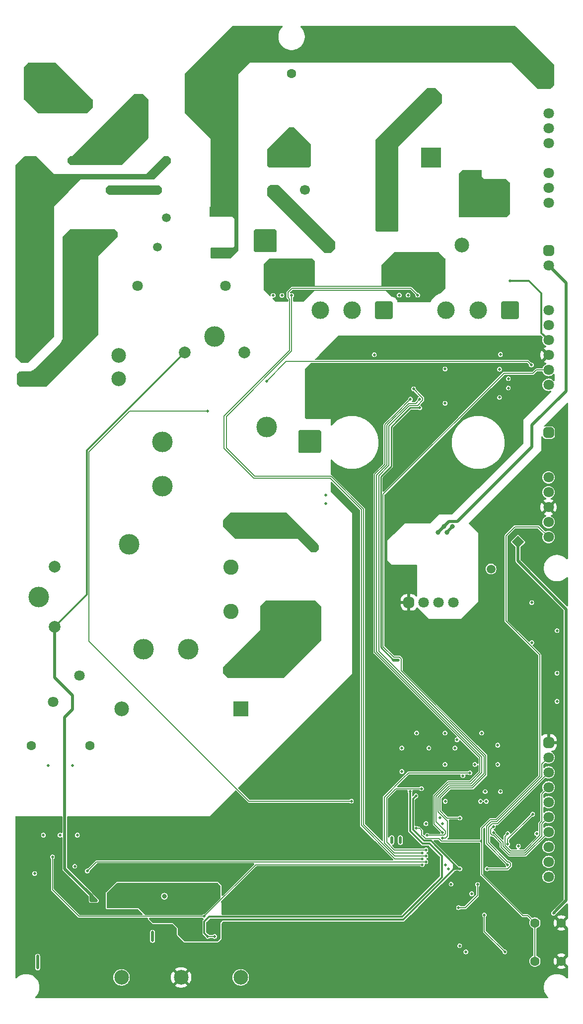
<source format=gbr>
%TF.GenerationSoftware,KiCad,Pcbnew,8.0.2*%
%TF.CreationDate,2024-05-14T20:54:04+07:00*%
%TF.ProjectId,HW.ACIM-PSU,48572e41-4349-44d2-9d50-53552e6b6963,0.0*%
%TF.SameCoordinates,Original*%
%TF.FileFunction,Copper,L3,Inr*%
%TF.FilePolarity,Positive*%
%FSLAX46Y46*%
G04 Gerber Fmt 4.6, Leading zero omitted, Abs format (unit mm)*
G04 Created by KiCad (PCBNEW 8.0.2) date 2024-05-14 20:54:04*
%MOMM*%
%LPD*%
G01*
G04 APERTURE LIST*
G04 Aperture macros list*
%AMRoundRect*
0 Rectangle with rounded corners*
0 $1 Rounding radius*
0 $2 $3 $4 $5 $6 $7 $8 $9 X,Y pos of 4 corners*
0 Add a 4 corners polygon primitive as box body*
4,1,4,$2,$3,$4,$5,$6,$7,$8,$9,$2,$3,0*
0 Add four circle primitives for the rounded corners*
1,1,$1+$1,$2,$3*
1,1,$1+$1,$4,$5*
1,1,$1+$1,$6,$7*
1,1,$1+$1,$8,$9*
0 Add four rect primitives between the rounded corners*
20,1,$1+$1,$2,$3,$4,$5,0*
20,1,$1+$1,$4,$5,$6,$7,0*
20,1,$1+$1,$6,$7,$8,$9,0*
20,1,$1+$1,$8,$9,$2,$3,0*%
%AMRotRect*
0 Rectangle, with rotation*
0 The origin of the aperture is its center*
0 $1 length*
0 $2 width*
0 $3 Rotation angle, in degrees counterclockwise*
0 Add horizontal line*
21,1,$1,$2,0,0,$3*%
G04 Aperture macros list end*
%TA.AperFunction,ComponentPad*%
%ADD10RoundRect,0.450000X-0.450000X0.450000X-0.450000X-0.450000X0.450000X-0.450000X0.450000X0.450000X0*%
%TD*%
%TA.AperFunction,ComponentPad*%
%ADD11C,1.800000*%
%TD*%
%TA.AperFunction,ComponentPad*%
%ADD12R,3.200000X3.200000*%
%TD*%
%TA.AperFunction,ComponentPad*%
%ADD13C,3.200000*%
%TD*%
%TA.AperFunction,ComponentPad*%
%ADD14C,2.600000*%
%TD*%
%TA.AperFunction,ComponentPad*%
%ADD15RoundRect,0.250000X-1.000000X-1.000000X1.000000X-1.000000X1.000000X1.000000X-1.000000X1.000000X0*%
%TD*%
%TA.AperFunction,ComponentPad*%
%ADD16C,2.200000*%
%TD*%
%TA.AperFunction,ComponentPad*%
%ADD17C,2.500000*%
%TD*%
%TA.AperFunction,ComponentPad*%
%ADD18C,1.500000*%
%TD*%
%TA.AperFunction,ComponentPad*%
%ADD19C,2.000000*%
%TD*%
%TA.AperFunction,ComponentPad*%
%ADD20C,3.500000*%
%TD*%
%TA.AperFunction,ComponentPad*%
%ADD21R,3.500000X3.500000*%
%TD*%
%TA.AperFunction,ComponentPad*%
%ADD22C,1.600000*%
%TD*%
%TA.AperFunction,ComponentPad*%
%ADD23RotRect,1.500000X1.500000X225.000000*%
%TD*%
%TA.AperFunction,ComponentPad*%
%ADD24C,1.700000*%
%TD*%
%TA.AperFunction,ComponentPad*%
%ADD25R,1.700000X1.700000*%
%TD*%
%TA.AperFunction,ComponentPad*%
%ADD26RoundRect,0.625000X0.625000X-0.625000X0.625000X0.625000X-0.625000X0.625000X-0.625000X-0.625000X0*%
%TD*%
%TA.AperFunction,ComponentPad*%
%ADD27RoundRect,0.450000X-0.450000X-0.450000X0.450000X-0.450000X0.450000X0.450000X-0.450000X0.450000X0*%
%TD*%
%TA.AperFunction,ComponentPad*%
%ADD28R,2.500000X2.500000*%
%TD*%
%TA.AperFunction,ComponentPad*%
%ADD29RoundRect,0.250000X-1.250000X-1.250000X1.250000X-1.250000X1.250000X1.250000X-1.250000X1.250000X0*%
%TD*%
%TA.AperFunction,ComponentPad*%
%ADD30C,3.000000*%
%TD*%
%TA.AperFunction,ViaPad*%
%ADD31C,0.480000*%
%TD*%
%TA.AperFunction,ViaPad*%
%ADD32C,0.800000*%
%TD*%
%TA.AperFunction,Conductor*%
%ADD33C,0.160000*%
%TD*%
%TA.AperFunction,Conductor*%
%ADD34C,0.500000*%
%TD*%
%TA.AperFunction,Conductor*%
%ADD35C,0.320000*%
%TD*%
%TA.AperFunction,Conductor*%
%ADD36C,0.250000*%
%TD*%
%TA.AperFunction,Conductor*%
%ADD37C,0.300000*%
%TD*%
G04 APERTURE END LIST*
D10*
%TO.N,CHASSIS*%
%TO.C,J2*%
X112167100Y-77132900D03*
D11*
X112167100Y-79672900D03*
%TO.N,PGND*%
X112167100Y-84752900D03*
X112167100Y-87292900D03*
X112167100Y-89832900D03*
%TO.N,VDC*%
X112167100Y-94912900D03*
X112167100Y-97452900D03*
X112167100Y-99992900D03*
%TD*%
D10*
%TO.N,Net-(C74-Pad2)*%
%TO.C,J3*%
X112167100Y-139165100D03*
D11*
%TO.N,/MCU/PGC*%
X112167100Y-146785100D03*
%TO.N,/MCU/PGD*%
X112167100Y-149325100D03*
%TO.N,GND*%
X112167100Y-151865100D03*
%TO.N,+3V3*%
X112167100Y-154405100D03*
%TO.N,/MCU/~{MCLR}*%
X112167100Y-156945100D03*
%TD*%
D12*
%TO.N,CHASSIS*%
%TO.C,J1*%
X51794000Y-83118100D03*
D13*
%TO.N,Net-(C2-Pad1)*%
X42294000Y-83118100D03*
%TO.N,Net-(F1-Pad1)*%
X32794000Y-83118100D03*
%TD*%
D14*
%TO.N,VBUS*%
%TO.C,BR1*%
X58044000Y-179618100D03*
%TO.N,Net-(BR1-AC1)*%
X58044000Y-169618100D03*
%TO.N,Net-(BR1-AC2)*%
X58044000Y-162118100D03*
%TO.N,GND_HV*%
X58044000Y-154618100D03*
%TD*%
D15*
%TO.N,VBUS*%
%TO.C,J8*%
X72144000Y-173318100D03*
%TD*%
D10*
%TO.N,GND*%
%TO.C,J5*%
X112168100Y-191954299D03*
D11*
%TO.N,/MCU/CTS2*%
X112168100Y-194494300D03*
%TO.N,/MCU/RTS2*%
X112168100Y-197034300D03*
%TO.N,/MCU/RXD2*%
X112168100Y-199574300D03*
%TO.N,/MCU/TXD2*%
X112168100Y-202114299D03*
%TO.N,/MCU/RXD1*%
X112168100Y-204654301D03*
%TO.N,/MCU/TXD1*%
X112168100Y-207194300D03*
%TO.N,/MCU/USB_DP*%
X112168100Y-209734300D03*
%TO.N,/MCU/USB_DM*%
X112168100Y-212274300D03*
%TO.N,/MCU/VBUS*%
X112168100Y-214814301D03*
%TD*%
D16*
%TO.N,Net-(F1-Pad1)*%
%TO.C,F1*%
X23879000Y-77322100D03*
X23879000Y-81922100D03*
%TO.N,Net-(C2-Pad2)*%
X23879000Y-93222100D03*
X23879000Y-97822100D03*
%TD*%
D17*
%TO.N,Net-(Q6-D)*%
%TO.C,J7*%
X97417099Y-107239200D03*
%TD*%
D18*
%TO.N,Net-(G1-Pad2)*%
%TO.C,M3*%
X45479000Y-97822100D03*
%TO.N,Net-(C2-Pad2)*%
X46979000Y-92822100D03*
%TD*%
D11*
%TO.N,AC1*%
%TO.C,B1*%
X27698935Y-185038165D03*
%TO.N,Net-(BR1-AC1)*%
X32189063Y-180548037D03*
%TD*%
D19*
%TO.N,Net-(Q2-D)*%
%TO.C,RL2*%
X27943999Y-162018099D03*
%TO.N,+5V*%
X27943999Y-172218101D03*
D20*
%TO.N,AC1*%
X25244000Y-167118100D03*
X40643999Y-158218100D03*
X50743999Y-176018100D03*
%TO.N,Net-(BR1-AC1)*%
X43143999Y-176018100D03*
%TD*%
D11*
%TO.N,Net-(C2-Pad1)*%
%TO.C,C2*%
X37794000Y-105418100D03*
%TO.N,Net-(C2-Pad2)*%
X22794000Y-105418100D03*
%TD*%
D21*
%TO.N,VDC*%
%TO.C,C44*%
X92167100Y-92292900D03*
D20*
%TO.N,PGND*%
X92167100Y-82292900D03*
%TD*%
D18*
%TO.N,AC2*%
%TO.C,M4*%
X45479000Y-107522100D03*
%TO.N,AC1*%
X46979000Y-102522100D03*
%TD*%
D22*
%TO.N,PGND*%
%TO.C,C43*%
X68367100Y-77992900D03*
%TO.N,VDC*%
X68367100Y-87992900D03*
%TD*%
%TO.N,/MCU/~{MCLR}*%
%TO.C,BT1*%
X109842000Y-229183900D03*
X109842000Y-222683900D03*
%TO.N,GND*%
X114342000Y-229183900D03*
X114342000Y-222683900D03*
%TD*%
D18*
%TO.N,Net-(BZ1-V-)*%
%TO.C,BZ1*%
X102368903Y-162381997D03*
D23*
%TO.N,+5V*%
X106965097Y-157785803D03*
%TD*%
D11*
%TO.N,AC2*%
%TO.C,C11*%
X57094000Y-114118100D03*
%TO.N,AC1*%
X42094000Y-114118100D03*
%TD*%
D24*
%TO.N,Net-(Q3-D)*%
%TO.C,D8*%
X65067100Y-97832900D03*
D25*
%TO.N,VDC*%
X65067100Y-92752900D03*
%TD*%
D22*
%TO.N,GND_HV*%
%TO.C,C28*%
X72144000Y-158718100D03*
%TO.N,VBUS*%
X72144000Y-168718100D03*
%TD*%
D11*
%TO.N,GND_HV*%
%TO.C,C35*%
X64344000Y-153718100D03*
%TO.N,VBUS*%
X64344000Y-168718100D03*
%TD*%
D24*
%TO.N,Net-(Q6-D)*%
%TO.C,D11*%
X70667100Y-97832900D03*
D25*
%TO.N,VDC*%
X70667100Y-92752900D03*
%TD*%
D18*
%TO.N,Net-(G1-Pad2)*%
%TO.C,M2*%
X37479000Y-97822100D03*
%TO.N,Net-(C2-Pad1)*%
X38979000Y-92822100D03*
%TD*%
D26*
%TO.N,Net-(C2-Pad1)*%
%TO.C,FT1*%
X22844000Y-130018100D03*
D17*
%TO.N,AC2*%
X38844000Y-130018100D03*
%TO.N,Net-(C2-Pad2)*%
X22844000Y-126018100D03*
%TO.N,AC1*%
X38844000Y-126018100D03*
%TD*%
D22*
%TO.N,Net-(MD1-ACN)*%
%TO.C,C1*%
X33943999Y-192493101D03*
%TO.N,Net-(MD1-ACL)*%
X23943999Y-192493101D03*
%TD*%
D27*
%TO.N,GND*%
%TO.C,MD2*%
X88357000Y-168083900D03*
D11*
%TO.N,Net-(MD2-VI+)*%
X90897000Y-168083900D03*
%TO.N,GND1*%
X93437000Y-168083900D03*
%TO.N,+24V*%
X95977000Y-168083900D03*
%TD*%
D17*
%TO.N,Net-(Q3-D)*%
%TO.C,J9*%
X74517099Y-107239200D03*
%TD*%
D28*
%TO.N,Net-(MD1-ACN)*%
%TO.C,MD1*%
X59687100Y-186229200D03*
D17*
%TO.N,Net-(MD1-ACL)*%
X39367100Y-186229200D03*
%TO.N,unconnected-(MD1-NC-Pad3)*%
X39367100Y-231949200D03*
%TO.N,GND*%
X49527100Y-231949200D03*
%TO.N,+15V*%
X59687100Y-231949200D03*
%TD*%
D10*
%TO.N,+24V*%
%TO.C,J4*%
X112167100Y-108149200D03*
D11*
%TO.N,GND1*%
X112167100Y-110689200D03*
%TO.N,+15V*%
X112167100Y-118309200D03*
%TO.N,GND*%
X112167100Y-120849200D03*
%TO.N,+5V*%
X112167100Y-123389200D03*
%TO.N,GND*%
X112167100Y-125929200D03*
%TO.N,/MCU/~{INV_FAULT}*%
X112167100Y-128469200D03*
%TO.N,/MCU/RL_INRUSH_EN*%
X112167100Y-131009200D03*
%TD*%
D18*
%TO.N,Net-(C2-Pad1)*%
%TO.C,M1*%
X30979000Y-92822100D03*
%TO.N,Net-(C2-Pad2)*%
X29479000Y-97822100D03*
%TD*%
D15*
%TO.N,VBUS*%
%TO.C,J6*%
X64344000Y-173318100D03*
%TD*%
D19*
%TO.N,Net-(Q1-D)*%
%TO.C,RL1*%
X60344001Y-125518099D03*
%TO.N,+5V*%
X50143999Y-125518099D03*
D20*
%TO.N,AC2*%
X55244000Y-122818100D03*
X64144000Y-138218099D03*
X46344000Y-148318099D03*
%TO.N,Net-(BR1-AC2)*%
X46344000Y-140718099D03*
%TD*%
D29*
%TO.N,Net-(Q3-G)*%
%TO.C,Q3*%
X84117099Y-118289200D03*
D30*
%TO.N,Net-(Q3-D)*%
X78667099Y-118289200D03*
%TO.N,Net-(Q3-S)*%
X73217099Y-118289200D03*
%TD*%
D29*
%TO.N,Net-(Q6-G)*%
%TO.C,Q6*%
X105617100Y-118289200D03*
D30*
%TO.N,Net-(Q6-D)*%
X100167100Y-118289200D03*
%TO.N,Net-(Q6-S)*%
X94717100Y-118289200D03*
%TD*%
D31*
%TO.N,AC1*%
X26843999Y-195893101D03*
%TO.N,AC2*%
X31043999Y-195893101D03*
%TO.N,/MCU/~{MCLR}*%
X89618100Y-206554300D03*
%TO.N,GND*%
X93868100Y-209254300D03*
X110417000Y-159783900D03*
X70917000Y-229783900D03*
X66917000Y-213783900D03*
X102417000Y-178783900D03*
X42417000Y-207783900D03*
X86437785Y-141184615D03*
X107917000Y-234783900D03*
X99868100Y-210934300D03*
X37417000Y-207783900D03*
X37327100Y-226249200D03*
X72417000Y-204783900D03*
X102417000Y-163783900D03*
X62917000Y-229783900D03*
X104417000Y-176783900D03*
X70917000Y-218783900D03*
X92417000Y-178783900D03*
X98417000Y-174783900D03*
X102468100Y-211734300D03*
X105668100Y-205534300D03*
X102768100Y-208754300D03*
X108368100Y-197034300D03*
X106417000Y-171783900D03*
X98917000Y-234783900D03*
X21917000Y-216783900D03*
X82917000Y-224783900D03*
X67417000Y-192783900D03*
X21917000Y-208783900D03*
X79417000Y-159783900D03*
X21917000Y-204783900D03*
X98417000Y-178783900D03*
X62417000Y-207783900D03*
X101268100Y-217684300D03*
X86917000Y-218783900D03*
X79417000Y-154783900D03*
X88692101Y-125389200D03*
X78017100Y-123389200D03*
X79467100Y-147389200D03*
X107467100Y-123389200D03*
X103917000Y-229783900D03*
X47417000Y-204783900D03*
X92467100Y-123389200D03*
X87917100Y-129389200D03*
X99467100Y-123389200D03*
X62917000Y-218783900D03*
X102367000Y-200983900D03*
X40917000Y-234783900D03*
X74917000Y-234783900D03*
X35917000Y-234783900D03*
X95823100Y-205754300D03*
X42417000Y-204783900D03*
X75467100Y-132389200D03*
X30917000Y-234783900D03*
X79417000Y-176783900D03*
X90917100Y-129389200D03*
X91417000Y-150783900D03*
X21917000Y-212783900D03*
X98568100Y-204804300D03*
X90917000Y-224783900D03*
X62417000Y-197783900D03*
X83417000Y-181783900D03*
X95442101Y-125389200D03*
X105768100Y-226879301D03*
X106417000Y-167783900D03*
X21917000Y-228783900D03*
X75467100Y-136389200D03*
X27752100Y-225349200D03*
X66917000Y-234783900D03*
X52417000Y-204783900D03*
X83417000Y-192783900D03*
X74917000Y-213783900D03*
X78417000Y-181783900D03*
X96417000Y-145783900D03*
X97923100Y-225829301D03*
X57417000Y-207783900D03*
X93718100Y-224784300D03*
X67417000Y-207783900D03*
X102417000Y-170783900D03*
X88617100Y-135889198D03*
X67417000Y-204783900D03*
X66917000Y-224783900D03*
X88417000Y-174783900D03*
X21917000Y-220783900D03*
X79417000Y-165783900D03*
X100417000Y-176783900D03*
X102417000Y-151783900D03*
X42277100Y-222274201D03*
X106467100Y-178783900D03*
X37417000Y-204783900D03*
X40227100Y-226249200D03*
X84487785Y-147634615D03*
X95968100Y-200304300D03*
X75467100Y-128389200D03*
X73417000Y-186783900D03*
X82467100Y-136389200D03*
X106218100Y-159779301D03*
X38777100Y-226249200D03*
X86917000Y-229783900D03*
X99168100Y-200304300D03*
X102417000Y-167783900D03*
X106417000Y-163783900D03*
X114467100Y-146389200D03*
X78917000Y-229783900D03*
X47417000Y-207783900D03*
X79417000Y-170783900D03*
X114467100Y-135389200D03*
X82917000Y-213783900D03*
X74917000Y-224783900D03*
X52417000Y-207783900D03*
X82917000Y-234783900D03*
X83417000Y-186783900D03*
X75467100Y-124389200D03*
X78917000Y-218783900D03*
X107817100Y-129964201D03*
X57417000Y-202783900D03*
X89417100Y-129389200D03*
X57917000Y-234783900D03*
X89618100Y-209754300D03*
X102417000Y-145783900D03*
X114467100Y-141389200D03*
X77417000Y-150783900D03*
X102417000Y-157783900D03*
X106417000Y-174783900D03*
X85467100Y-123389200D03*
X97568100Y-200304300D03*
X62417000Y-204783900D03*
X93917000Y-229783900D03*
X92417000Y-174783900D03*
X109437785Y-134334615D03*
X57917000Y-224783900D03*
X96567000Y-210983900D03*
X90917000Y-234783900D03*
X87417000Y-150783900D03*
X104417000Y-169783900D03*
X99123100Y-209404300D03*
X25917000Y-234783900D03*
X107817100Y-131564201D03*
%TO.N,+5V*%
X35077100Y-218849200D03*
X113667000Y-220370400D03*
X34177100Y-218849200D03*
X113017000Y-221020400D03*
X105617100Y-113289200D03*
D32*
%TO.N,Net-(C2-Pad1)*%
X30294000Y-105418100D03*
X30367099Y-125418100D03*
X25767099Y-130018100D03*
X34294000Y-115418100D03*
X34294000Y-120418100D03*
X28117099Y-127668100D03*
X30367099Y-115418100D03*
X34294000Y-105418100D03*
X30367099Y-120418100D03*
X34294000Y-110418100D03*
X30294000Y-110418100D03*
%TO.N,Net-(C2-Pad2)*%
X22794000Y-110418100D03*
X22794000Y-115418100D03*
X26794000Y-105418100D03*
X26794000Y-110418100D03*
X26794000Y-115418100D03*
X26794000Y-120418100D03*
X22794000Y-120418100D03*
%TO.N,CHASSIS*%
X56029000Y-108522100D03*
X57279000Y-108522100D03*
D31*
%TO.N,+15V*%
X25077100Y-228324199D03*
X105317100Y-129964201D03*
X25077100Y-230324199D03*
X25077100Y-229324199D03*
X105317100Y-131564201D03*
%TO.N,+3V3*%
X86918100Y-208154300D03*
X101233100Y-221304300D03*
X97023100Y-226554300D03*
X86537785Y-177884615D03*
X90217100Y-134939198D03*
X104718100Y-227604300D03*
X98073100Y-227604300D03*
X44668100Y-225654300D03*
X86918100Y-208954300D03*
X44668100Y-224254300D03*
X110168100Y-207454300D03*
X85737785Y-177884615D03*
%TO.N,VREF*%
X95568100Y-216054300D03*
D32*
X46677100Y-218124201D03*
D31*
X96568100Y-191479301D03*
%TO.N,AGND*%
X26043999Y-207718100D03*
X96218100Y-192879301D03*
X69167099Y-116489200D03*
X97068100Y-213454300D03*
X101667099Y-97512900D03*
X89668100Y-190329301D03*
X54477100Y-222274199D03*
X38777100Y-218849200D03*
X103667099Y-102162900D03*
X94518100Y-195679301D03*
X103867099Y-97512900D03*
X87168100Y-192879301D03*
X38777100Y-217849200D03*
X94518100Y-190329301D03*
X96068100Y-213454300D03*
X88567099Y-109139200D03*
X71767099Y-109739200D03*
X93167099Y-109139200D03*
X103518100Y-195679301D03*
X91768100Y-192879301D03*
X38777100Y-219849200D03*
X28893999Y-207718100D03*
X31843999Y-207718100D03*
X89067099Y-116489200D03*
X100768100Y-190329301D03*
X99618100Y-195679301D03*
X89568100Y-201029299D03*
X103505600Y-192391801D03*
X69567099Y-109739200D03*
X87168100Y-196879301D03*
X90667099Y-116489200D03*
X87467099Y-116489200D03*
X65967099Y-116489200D03*
X100467099Y-102162900D03*
%TO.N,AVDD*%
X88568100Y-200304300D03*
X55227100Y-224974199D03*
X24552100Y-214249200D03*
X97568100Y-197604300D03*
X31393998Y-213018100D03*
X54077100Y-224974199D03*
D32*
%TO.N,PGND*%
X86117099Y-101489200D03*
X86117099Y-104489200D03*
X83117099Y-104489200D03*
X63867099Y-104989200D03*
X84617099Y-101489200D03*
X63867099Y-107989200D03*
X86117099Y-102989200D03*
X83117099Y-102989200D03*
X84617099Y-104489200D03*
X62367099Y-106489200D03*
X83117099Y-101489200D03*
X71444000Y-139168100D03*
X65367099Y-107989200D03*
X69944000Y-139168100D03*
X69944000Y-142168100D03*
X71444000Y-140668100D03*
X72944000Y-140668100D03*
X65367099Y-104989200D03*
X71444000Y-142168100D03*
X65367099Y-106489200D03*
X72944000Y-142168100D03*
X62367099Y-104989200D03*
X63867099Y-106489200D03*
X62367099Y-107989200D03*
X84617099Y-102989200D03*
X72944000Y-139168100D03*
X69944000Y-140668100D03*
D31*
%TO.N,/MCU/PFC_VREF*%
X27593999Y-211418100D03*
X53477100Y-221549200D03*
X90618100Y-212754300D03*
%TO.N,/MCU/PFC_IA_SENSE*%
X91268100Y-211254300D03*
X68367099Y-115789200D03*
%TO.N,/MCU/IDC_SENSE*%
X90618100Y-210754300D03*
X98768100Y-197104300D03*
%TO.N,/MCU/VAC_SENSE*%
X33544000Y-213818099D03*
X91268100Y-212254300D03*
%TO.N,/MCU/PFC_IB_SENSE*%
X89867099Y-115739200D03*
X90618100Y-211754300D03*
%TO.N,/MCU/VDC_SENSE*%
X91268100Y-210254300D03*
X90518100Y-199804300D03*
%TO.N,/MCU/~{PFC_FLT_OC}*%
X54044000Y-135518100D03*
X78568100Y-201929299D03*
D32*
%TO.N,+24V*%
X95817000Y-155133900D03*
X94817000Y-156133900D03*
%TO.N,GND1*%
X93317000Y-156133900D03*
X94317000Y-155133900D03*
D31*
%TO.N,/Interleaved PFC/PFC_GATE_A*%
X103967100Y-125839200D03*
%TO.N,/Interleaved PFC/PFC_GATE_B*%
X82467100Y-125889200D03*
%TO.N,/MCU/IND_RUN*%
X93667100Y-204790099D03*
X113617000Y-172883900D03*
%TO.N,/MCU/~{INV_FAULT}*%
X97068100Y-204804300D03*
%TO.N,/MCU/RXD2*%
X105218100Y-207454300D03*
%TO.N,/MCU/TXD1*%
X102768100Y-206254300D03*
%TO.N,/MCU/CTS2*%
X105218100Y-212754300D03*
%TO.N,/MCU/RXD1*%
X102768100Y-207254300D03*
%TO.N,/MCU/RTS2*%
X101668100Y-213454300D03*
%TO.N,/MCU/PGD*%
X109317000Y-174908899D03*
X95068100Y-213454300D03*
%TO.N,/MCU/PGC*%
X94568100Y-212804300D03*
%TO.N,/Interleaved PFC/PFC_PWMA*%
X103968100Y-200304300D03*
X94517100Y-128314201D03*
X94517100Y-134164201D03*
X113617000Y-184933900D03*
X94517100Y-134164201D03*
%TO.N,/Interleaved PFC/PFC_PWMB*%
X101368100Y-200304300D03*
X113617000Y-180133900D03*
%TO.N,/MCU/IND_ERR*%
X109317000Y-168108899D03*
X94568100Y-201954300D03*
%TO.N,/MCU/RL_INRUSH_EN*%
X64094000Y-130393099D03*
X109244000Y-127643099D03*
X94118100Y-205754300D03*
%TO.N,/MCU/RL_TEST_EN*%
X91268100Y-205754300D03*
%TO.N,/Interleaved PFC/SDA*%
X90217100Y-133464199D03*
X91468100Y-207754300D03*
%TO.N,/Interleaved PFC/IDC_SENSE_P*%
X74194000Y-149768100D03*
%TO.N,/Interleaved PFC/IDC_SENSE_N*%
X74194000Y-151268100D03*
%TO.N,/Interleaved PFC/SCL*%
X94118100Y-207254300D03*
X88617100Y-133464199D03*
%TO.N,/Interleaved PFC/PFC_IA_SENSE_N*%
X65217099Y-115789200D03*
%TO.N,/Interleaved PFC/PFC_IA_SENSE_P*%
X66717099Y-115789200D03*
%TO.N,/Interleaved PFC/PFC_ENA*%
X100568100Y-201954300D03*
X103817100Y-133164201D03*
%TO.N,/Interleaved PFC/PFC_ENB*%
X103817100Y-128364201D03*
X101568100Y-201954300D03*
%TO.N,/Interleaved PFC/PFC_IB_SENSE_N*%
X86717099Y-115739200D03*
%TO.N,/Interleaved PFC/PFC_IB_SENSE_P*%
X88217099Y-115739200D03*
%TO.N,/Interleaved PFC/~{THERMAL_ALERT}*%
X89167100Y-131714199D03*
X94118100Y-208254300D03*
%TO.N,/MCU/~{MEM_TMP}*%
X96823100Y-220054300D03*
X100068100Y-216104300D03*
%TO.N,/MCU/SYS_CLK_EN*%
X105218100Y-209254300D03*
X109468101Y-204154300D03*
%TO.N,Net-(U14-VDD1)*%
X99068100Y-217704300D03*
X107018100Y-209604300D03*
X85443101Y-208954300D03*
X85443101Y-208154300D03*
%TD*%
D33*
%TO.N,/MCU/~{MCLR}*%
X93917000Y-208734300D02*
X100507999Y-208734300D01*
X100657999Y-208584300D02*
X100768100Y-208474199D01*
X100768100Y-206554300D02*
X100768100Y-208474199D01*
X104917000Y-156708901D02*
X104917000Y-171250652D01*
X90568100Y-207679299D02*
X90894850Y-208006050D01*
X110668100Y-177001752D02*
X110668100Y-197629204D01*
X110668100Y-197629204D02*
X103193004Y-205104300D01*
X90160549Y-206554300D02*
X90568100Y-206961851D01*
X109842000Y-229183900D02*
X109842000Y-222683900D01*
X106417000Y-155208901D02*
X104917000Y-156708901D01*
X93466600Y-208283900D02*
X93917000Y-208734300D01*
X100657999Y-208884300D02*
X100768100Y-208994401D01*
X100507999Y-208734300D02*
X100657999Y-208884300D01*
X100507999Y-208734300D02*
X100657999Y-208584300D01*
X90894850Y-208006050D02*
X91172700Y-208283900D01*
X107768100Y-221434300D02*
X108618100Y-221434300D01*
X100768100Y-209084300D02*
X100768100Y-214434300D01*
X102218100Y-205104300D02*
X100768100Y-206554300D01*
X103193004Y-205104300D02*
X102218100Y-205104300D01*
X110430901Y-155208901D02*
X106417000Y-155208901D01*
X100768100Y-208474199D02*
X100768100Y-209084300D01*
X91172700Y-208283900D02*
X93466600Y-208283900D01*
X100768100Y-208994401D02*
X100768100Y-209084300D01*
X89618100Y-206554300D02*
X90160549Y-206554300D01*
X104917000Y-171250652D02*
X110668100Y-177001752D01*
X109842000Y-222683900D02*
X109842000Y-222658200D01*
X100768100Y-214434300D02*
X107768100Y-221434300D01*
X100657999Y-208584300D02*
X100657999Y-208884300D01*
X90568100Y-206961851D02*
X90568100Y-207679299D01*
X112167100Y-156945100D02*
X110430901Y-155208901D01*
X109842000Y-222658200D02*
X108618100Y-221434300D01*
D34*
%TO.N,+5V*%
X115192000Y-218845400D02*
X113667000Y-220370400D01*
X34101900Y-217874000D02*
X35077100Y-218849200D01*
X34742000Y-218849200D02*
X34177100Y-218849200D01*
X35077100Y-218849200D02*
X34742000Y-218849200D01*
D35*
X33444000Y-166718100D02*
X33444000Y-142218098D01*
D34*
X113017000Y-221020400D02*
X113667000Y-220370400D01*
D35*
X110942000Y-115433900D02*
X110942000Y-122164100D01*
D33*
X34177100Y-217949200D02*
X34101900Y-217874000D01*
D34*
X106965097Y-161006997D02*
X115192000Y-169233900D01*
X31042000Y-183933900D02*
X31042000Y-186283900D01*
X115192000Y-169233900D02*
X115192000Y-218845400D01*
X27943999Y-172218101D02*
X27943999Y-180835899D01*
D35*
X27943999Y-172218101D02*
X33444000Y-166718100D01*
D34*
X34742000Y-218849200D02*
X34642400Y-218849200D01*
X29692000Y-213464100D02*
X34101900Y-217874000D01*
X34642400Y-218849200D02*
X34177100Y-218383900D01*
D35*
X33444000Y-142218098D02*
X50143999Y-125518099D01*
D34*
X106965097Y-157785803D02*
X106965097Y-161006997D01*
X31042000Y-186283900D02*
X29692000Y-187633900D01*
X29692000Y-187633900D02*
X29692000Y-213464100D01*
D35*
X105617100Y-113289200D02*
X108797300Y-113289200D01*
D34*
X34177100Y-218383900D02*
X34177100Y-217949200D01*
D35*
X108797300Y-113289200D02*
X110942000Y-115433900D01*
D34*
X27943999Y-180835899D02*
X31042000Y-183933900D01*
X34177100Y-218849200D02*
X34177100Y-218383900D01*
D35*
X110942000Y-122164100D02*
X112167100Y-123389200D01*
D34*
%TO.N,+15V*%
X25077100Y-228324199D02*
X25077100Y-230324199D01*
%TO.N,+3V3*%
X44668100Y-224254300D02*
X44668100Y-225654300D01*
D36*
X83587785Y-175734615D02*
X83587785Y-146634615D01*
X88563385Y-134939198D02*
X90217100Y-134939198D01*
X85337785Y-144884615D02*
X83587785Y-146634615D01*
X85337785Y-138164799D02*
X85337785Y-144884615D01*
D34*
X86537785Y-177884615D02*
X85737785Y-177884615D01*
X86918100Y-208154300D02*
X86918100Y-208954300D01*
D33*
X104718100Y-227604300D02*
X101233100Y-224119300D01*
D36*
X86227877Y-137274707D02*
X85337785Y-138164799D01*
D33*
X101233100Y-224119300D02*
X101233100Y-221304300D01*
D36*
X86227877Y-137274707D02*
X88563385Y-134939198D01*
X85737785Y-177884615D02*
X83587785Y-175734615D01*
D37*
%TO.N,AGND*%
X90954751Y-208683900D02*
X92107599Y-208683900D01*
D33*
X103667099Y-102162900D02*
X103667099Y-97712900D01*
D37*
X96068100Y-213454300D02*
X96518100Y-213454300D01*
D33*
X86617099Y-116489200D02*
X87467099Y-116489200D01*
D37*
X96068100Y-212929299D02*
X96068100Y-213454300D01*
D33*
X88567099Y-109139200D02*
X88567099Y-109739200D01*
X69167099Y-116489200D02*
X70717099Y-114939200D01*
D37*
X56567000Y-222133900D02*
X54617399Y-222133900D01*
X92107599Y-208683900D02*
X96068100Y-212644401D01*
X96068100Y-213004300D02*
X96518100Y-213454300D01*
X89068100Y-206797249D02*
X90954751Y-208683900D01*
D33*
X72017099Y-114239200D02*
X69567099Y-111789200D01*
X97068100Y-213454300D02*
X96877999Y-213454300D01*
X69567099Y-111789200D02*
X69567099Y-109739200D01*
D37*
X56017000Y-222683900D02*
X56017000Y-222883900D01*
X89068100Y-201529299D02*
X89068100Y-206797249D01*
D33*
X103667099Y-97712900D02*
X103867099Y-97512900D01*
D37*
X56567000Y-222133900D02*
X56017000Y-222683900D01*
D33*
X88567099Y-109739200D02*
X84067099Y-114239200D01*
D37*
X96068100Y-213454300D02*
X87388500Y-222133900D01*
X96877999Y-213454300D02*
X96068100Y-212644401D01*
X96068100Y-212644401D02*
X96068100Y-212929299D01*
X96518100Y-213454300D02*
X97068100Y-213454300D01*
X55086801Y-222883900D02*
X54477100Y-222274199D01*
X54617399Y-222133900D02*
X54477100Y-222274199D01*
X56017000Y-222883900D02*
X55086801Y-222883900D01*
D33*
X70717099Y-114939200D02*
X85067099Y-114939200D01*
D37*
X87388500Y-222133900D02*
X56567000Y-222133900D01*
D33*
X84067099Y-114239200D02*
X72017099Y-114239200D01*
X85067099Y-114939200D02*
X86617099Y-116489200D01*
D37*
X89568100Y-201029299D02*
X89068100Y-201529299D01*
X96068100Y-212929299D02*
X96068100Y-213004300D01*
D35*
%TO.N,AVDD*%
X88568100Y-207029299D02*
X88568100Y-206449200D01*
X88568100Y-200304300D02*
X88568100Y-206449200D01*
X91922701Y-209183900D02*
X90722701Y-209183900D01*
X90722701Y-209183900D02*
X88568100Y-207029299D01*
X87213499Y-221633900D02*
X93968100Y-214879299D01*
X93968100Y-211229299D02*
X91922701Y-209183900D01*
X54267399Y-221633900D02*
X87213499Y-221633900D01*
X54077100Y-224974199D02*
X53477100Y-224374199D01*
D33*
X54077100Y-224974199D02*
X55227100Y-224974199D01*
D35*
X53477100Y-222424199D02*
X54267399Y-221633900D01*
X53477100Y-224374199D02*
X53477100Y-222424199D01*
X93968100Y-214879299D02*
X93968100Y-211229299D01*
X88568100Y-206449200D02*
X88568100Y-206753974D01*
D33*
%TO.N,/MCU/PFC_VREF*%
X27593999Y-217018099D02*
X27593999Y-211418100D01*
X32125100Y-221549200D02*
X27593999Y-217018099D01*
X62272000Y-212754300D02*
X90618100Y-212754300D01*
X53477100Y-221549200D02*
X32125100Y-221549200D01*
X53477100Y-221549200D02*
X62272000Y-212754300D01*
%TO.N,/MCU/PFC_IA_SENSE*%
X57517099Y-142039200D02*
X62067099Y-146589200D01*
X68367099Y-125289200D02*
X57217099Y-136439200D01*
X62067099Y-146589200D02*
X74768100Y-146589200D01*
X68367099Y-115789200D02*
X68367099Y-125289200D01*
X57217099Y-141739200D02*
X57517099Y-142039200D01*
X80618100Y-152140201D02*
X80618100Y-205929299D01*
X75167099Y-146689200D02*
X75437649Y-146959750D01*
X80618100Y-205929299D02*
X85943101Y-211254300D01*
X85943101Y-211254300D02*
X91268100Y-211254300D01*
X75437649Y-146959750D02*
X75067099Y-146589200D01*
X57217099Y-136439200D02*
X57217099Y-141739200D01*
X75437649Y-146959750D02*
X80618100Y-152140201D01*
X75067099Y-146589200D02*
X74768100Y-146589200D01*
%TO.N,/MCU/IDC_SENSE*%
X84168100Y-205304300D02*
X84168100Y-201254300D01*
X90618100Y-210754300D02*
X85895649Y-210754300D01*
X87268100Y-198154300D02*
X87418100Y-198004300D01*
X84168100Y-201254300D02*
X87268100Y-198154300D01*
X85895649Y-210754300D02*
X84631875Y-209490526D01*
X84168100Y-209026751D02*
X84168100Y-205304300D01*
X88318100Y-197104300D02*
X87418100Y-198004300D01*
X84631875Y-209490526D02*
X84168100Y-209026751D01*
X98768100Y-197104300D02*
X88318100Y-197104300D01*
%TO.N,/MCU/VAC_SENSE*%
X35107799Y-212254300D02*
X33544000Y-213818099D01*
X91268100Y-212254300D02*
X35107799Y-212254300D01*
%TO.N,/MCU/PFC_IB_SENSE*%
X74954650Y-146929299D02*
X73318100Y-146929299D01*
X57193100Y-142204299D02*
X56918100Y-141929299D01*
X61268100Y-146279299D02*
X57818100Y-142829299D01*
X80268100Y-152242749D02*
X76586375Y-148561024D01*
X76586375Y-148561024D02*
X74954650Y-146929299D01*
X90618100Y-211754300D02*
X85990553Y-211754300D01*
X80268100Y-205379299D02*
X80268100Y-152242749D01*
X88707198Y-114579299D02*
X89867099Y-115739200D01*
X57818100Y-142829299D02*
X57193100Y-142204299D01*
X67718100Y-115279299D02*
X68418100Y-114579299D01*
X57818100Y-142829299D02*
X56868100Y-141879299D01*
X68047099Y-125150300D02*
X68047099Y-116408298D01*
X56868100Y-141879299D02*
X56868100Y-136329299D01*
X56868100Y-136329299D02*
X68047099Y-125150300D01*
X67718100Y-116079299D02*
X67718100Y-115279299D01*
X85990553Y-211754300D02*
X85316826Y-211080573D01*
X80268100Y-206031847D02*
X80268100Y-205379299D01*
X68418100Y-114579299D02*
X88707198Y-114579299D01*
X68047099Y-116408298D02*
X67718100Y-116079299D01*
X73318100Y-146929299D02*
X61918100Y-146929299D01*
X61918100Y-146929299D02*
X61268100Y-146279299D01*
X85316826Y-211080573D02*
X80268100Y-206031847D01*
%TO.N,/MCU/VDC_SENSE*%
X84568100Y-201329301D02*
X86093101Y-199804300D01*
X85893101Y-210254300D02*
X84568100Y-208929299D01*
X91268100Y-210254300D02*
X85893101Y-210254300D01*
X86093101Y-199804300D02*
X90518100Y-199804300D01*
X84568100Y-208929299D02*
X84568100Y-201329301D01*
%TO.N,/MCU/~{PFC_FLT_OC}*%
X33844000Y-142418100D02*
X33844000Y-174697400D01*
X40744000Y-135518100D02*
X33844000Y-142418100D01*
X54044000Y-135518100D02*
X40744000Y-135518100D01*
X33844000Y-174697400D02*
X61075899Y-201929299D01*
X61075899Y-201929299D02*
X78568100Y-201929299D01*
D34*
%TO.N,+24V*%
X95817000Y-155133900D02*
X94817000Y-156133900D01*
%TO.N,GND1*%
X115167100Y-113689200D02*
X115167100Y-132099200D01*
X115167100Y-132099200D02*
X109367100Y-137899200D01*
X109367100Y-137899200D02*
X109367100Y-141555300D01*
X109367100Y-141555300D02*
X96668100Y-154254300D01*
X96668100Y-154254300D02*
X95196600Y-154254300D01*
X93317000Y-156133900D02*
X94317000Y-155133900D01*
X112167100Y-110689200D02*
X115167100Y-113689200D01*
X95196600Y-154254300D02*
X94317000Y-155133900D01*
D33*
%TO.N,/MCU/~{INV_FAULT}*%
X97068100Y-204804300D02*
X94870648Y-204804300D01*
X85763973Y-177394615D02*
X83952785Y-175583427D01*
X95345429Y-199684615D02*
X99187785Y-199684615D01*
X87037785Y-179716341D02*
X87037785Y-177684615D01*
X83952785Y-149669615D02*
X104587785Y-129034615D01*
X101487785Y-197384615D02*
X101487785Y-194166341D01*
X86747785Y-177394615D02*
X85763973Y-177394615D01*
X93648100Y-201381944D02*
X95345429Y-199684615D01*
X87037785Y-177684615D02*
X86747785Y-177394615D01*
X104587785Y-129034615D02*
X109537785Y-129034615D01*
X110103200Y-128469200D02*
X112167100Y-128469200D01*
X83952785Y-175583427D02*
X83952785Y-149669615D01*
X99187785Y-199684615D02*
X101487785Y-197384615D01*
X93648100Y-203581752D02*
X93648100Y-201381944D01*
X101487785Y-194166341D02*
X87037785Y-179716341D01*
X94870648Y-204804300D02*
X93648100Y-203581752D01*
X109537785Y-129034615D02*
X110103200Y-128469200D01*
%TO.N,/MCU/RXD2*%
X110698100Y-207721752D02*
X108015552Y-210404300D01*
X111018100Y-205351752D02*
X110698100Y-205671752D01*
X105689277Y-210404300D02*
X104738100Y-209453123D01*
X104738100Y-207934300D02*
X105218100Y-207454300D01*
X108015552Y-210404300D02*
X105689277Y-210404300D01*
X110698100Y-205671752D02*
X110698100Y-207721752D01*
X111018100Y-200724300D02*
X111018100Y-205351752D01*
X112168100Y-199574300D02*
X111018100Y-200724300D01*
X104738100Y-209453123D02*
X104738100Y-207934300D01*
%TO.N,/MCU/TXD1*%
X112168100Y-207194300D02*
X108258100Y-211104300D01*
X102588100Y-207754300D02*
X102288100Y-207454300D01*
X102288100Y-207454300D02*
X102288100Y-206734300D01*
X102815552Y-207754300D02*
X102588100Y-207754300D01*
X104098100Y-209734300D02*
X104098100Y-209036848D01*
X104098100Y-209036848D02*
X102815552Y-207754300D01*
X108258100Y-211104300D02*
X105468100Y-211104300D01*
X105468100Y-211104300D02*
X104098100Y-209734300D01*
X102288100Y-206734300D02*
X102768100Y-206254300D01*
%TO.N,/MCU/CTS2*%
X101618100Y-209154300D02*
X105218100Y-212754300D01*
X101618100Y-206204300D02*
X102388100Y-205434300D01*
X111018100Y-195644300D02*
X111388100Y-195274300D01*
X101618100Y-206954300D02*
X101618100Y-209154300D01*
X112168100Y-194494300D02*
X111388100Y-195274300D01*
X103315552Y-205434300D02*
X111018100Y-197731752D01*
X111018100Y-197731752D02*
X111018100Y-195644300D01*
X101618100Y-206954300D02*
X101618100Y-206204300D01*
X102388100Y-205434300D02*
X103315552Y-205434300D01*
%TO.N,/MCU/RXD1*%
X111018100Y-207854300D02*
X111018100Y-205804300D01*
X105586729Y-210754300D02*
X108118100Y-210754300D01*
X108118100Y-210754300D02*
X111018100Y-207854300D01*
X102768100Y-207254300D02*
X104418100Y-208904300D01*
X104418100Y-209585671D02*
X105586729Y-210754300D01*
X111018100Y-205804300D02*
X112168100Y-204654300D01*
X104418100Y-208904300D02*
X104418100Y-209585671D01*
%TO.N,/MCU/RTS2*%
X112168100Y-197034300D02*
X103448100Y-205754300D01*
X102618100Y-205754300D02*
X102568100Y-205754300D01*
X101968100Y-207254300D02*
X101968100Y-207604300D01*
X105218100Y-212254300D02*
X105418100Y-212254300D01*
X105218100Y-213454300D02*
X101668100Y-213454300D01*
X103448100Y-205754300D02*
X102618100Y-205754300D01*
X102068100Y-206254300D02*
X101968100Y-206354300D01*
X105418100Y-212254300D02*
X105698100Y-212534300D01*
X101968100Y-209004300D02*
X105218100Y-212254300D01*
X101968100Y-206754300D02*
X101968100Y-207254300D01*
X102568100Y-205754300D02*
X102068100Y-206254300D01*
X101968100Y-207254300D02*
X101968100Y-209004300D01*
X105698100Y-212534300D02*
X105698100Y-212974300D01*
X105698100Y-212974300D02*
X105218100Y-213454300D01*
X101968100Y-206354300D02*
X101968100Y-206754300D01*
%TO.N,/MCU/RL_INRUSH_EN*%
X108644000Y-127043099D02*
X67444000Y-127043099D01*
X67444000Y-127043099D02*
X64094000Y-130393099D01*
X109244000Y-127643099D02*
X108644000Y-127043099D01*
%TO.N,/Interleaved PFC/SDA*%
X84637785Y-144615879D02*
X84637785Y-137896061D01*
X88349231Y-134184615D02*
X89496684Y-134184615D01*
X94618100Y-207054300D02*
X93008100Y-205444300D01*
X95145647Y-198979301D02*
X98918100Y-198979301D01*
X93008100Y-205444300D02*
X93008100Y-201116848D01*
X94618100Y-207454300D02*
X94618100Y-207054300D01*
X94318100Y-207754300D02*
X94618100Y-207454300D01*
X91468100Y-207754300D02*
X94318100Y-207754300D01*
X100818100Y-194401752D02*
X82867000Y-176450652D01*
X89496684Y-134184615D02*
X90217100Y-133464199D01*
X100818100Y-197079301D02*
X100818100Y-194401752D01*
X84637785Y-137896061D02*
X88349231Y-134184615D01*
X82867000Y-176450652D02*
X82867000Y-146386664D01*
X93008100Y-201116848D02*
X95145647Y-198979301D01*
X98918100Y-198979301D02*
X100818100Y-197079301D01*
X82867000Y-146386664D02*
X84637785Y-144615879D01*
%TO.N,/Interleaved PFC/SCL*%
X98768100Y-198629301D02*
X100468100Y-196929301D01*
X92688100Y-200984300D02*
X95043099Y-198629301D01*
X100468100Y-194504300D02*
X82517000Y-176553200D01*
X95043099Y-198629301D02*
X98768100Y-198629301D01*
X86117235Y-135964065D02*
X88617100Y-133464199D01*
X86117235Y-135964065D02*
X84287785Y-137793515D01*
X84287785Y-144513331D02*
X82517000Y-146284116D01*
X100468100Y-196929301D02*
X100468100Y-194504300D01*
X82517000Y-146284116D02*
X82517000Y-146534615D01*
X84287785Y-137793515D02*
X84287785Y-144513331D01*
X92688100Y-205824300D02*
X92688100Y-200984300D01*
X94118100Y-207254300D02*
X92688100Y-205824300D01*
X82517000Y-176553200D02*
X82517000Y-146534615D01*
%TO.N,/Interleaved PFC/~{THERMAL_ALERT}*%
X99068100Y-199329301D02*
X95248195Y-199329301D01*
X94968100Y-205354300D02*
X94968100Y-207904300D01*
X88451781Y-134534615D02*
X84972785Y-138013611D01*
X90607201Y-133154300D02*
X90562650Y-133109750D01*
X83217000Y-176348104D02*
X101168100Y-194299204D01*
X93328100Y-201249396D02*
X93328100Y-203714300D01*
X90562650Y-133109750D02*
X90718100Y-133265200D01*
X84972785Y-138013611D02*
X84972785Y-144733427D01*
X90562650Y-133109750D02*
X89167100Y-131714199D01*
X84972785Y-144733427D02*
X83217000Y-146489212D01*
X83217000Y-146489212D02*
X83217000Y-176348104D01*
X95248195Y-199329301D02*
X93328100Y-201249396D01*
X89825507Y-134534615D02*
X88451781Y-134534615D01*
X94968100Y-207904300D02*
X94618100Y-208254300D01*
X94618100Y-208254300D02*
X94118100Y-208254300D01*
X93328100Y-203714300D02*
X94968100Y-205354300D01*
X101168100Y-197229301D02*
X99068100Y-199329301D01*
X90718100Y-133265200D02*
X90718100Y-133642022D01*
X90718100Y-133642022D02*
X89825507Y-134534615D01*
X101168100Y-194299204D02*
X101168100Y-197229301D01*
%TO.N,/MCU/~{MEM_TMP}*%
X97993101Y-220054300D02*
X96823100Y-220054300D01*
X100068100Y-216104300D02*
X100068100Y-217979301D01*
X100068100Y-217979301D02*
X97993101Y-220054300D01*
%TO.N,/MCU/SYS_CLK_EN*%
X109468101Y-204154300D02*
X105218100Y-208404301D01*
X105218100Y-208404301D02*
X105218100Y-209254300D01*
D34*
%TO.N,Net-(U14-VDD1)*%
X85443101Y-208154300D02*
X85443101Y-208954300D01*
%TD*%
%TA.AperFunction,Conductor*%
%TO.N,GND*%
G36*
X98812484Y-136542907D02*
G01*
X98812481Y-136542908D01*
X98812480Y-136542908D01*
X98443178Y-136677324D01*
X98087037Y-136843395D01*
X98087013Y-136843407D01*
X97746687Y-137039895D01*
X97746672Y-137039904D01*
X97424752Y-137265315D01*
X97123706Y-137517924D01*
X96845824Y-137795806D01*
X96593215Y-138096852D01*
X96367804Y-138418772D01*
X96367795Y-138418787D01*
X96171307Y-138759113D01*
X96171295Y-138759137D01*
X96005224Y-139115278D01*
X95870808Y-139484580D01*
X95870808Y-139484582D01*
X95769093Y-139864183D01*
X95769091Y-139864194D01*
X95700851Y-140251200D01*
X95700851Y-140251204D01*
X95666600Y-140642699D01*
X95666600Y-141035700D01*
X95700851Y-141427195D01*
X95700851Y-141427199D01*
X95769091Y-141814205D01*
X95769093Y-141814215D01*
X95870807Y-142193816D01*
X95870808Y-142193818D01*
X95870808Y-142193819D01*
X96005224Y-142563121D01*
X96171295Y-142919262D01*
X96171307Y-142919286D01*
X96367795Y-143259612D01*
X96367804Y-143259627D01*
X96593215Y-143581547D01*
X96785893Y-143811171D01*
X96845822Y-143882591D01*
X97123709Y-144160478D01*
X97230838Y-144250370D01*
X97424752Y-144413084D01*
X97424758Y-144413088D01*
X97424759Y-144413089D01*
X97746679Y-144638500D01*
X98087020Y-144834996D01*
X98087034Y-144835002D01*
X98087037Y-144835004D01*
X98443178Y-145001075D01*
X98443183Y-145001076D01*
X98443192Y-145001081D01*
X98812484Y-145135493D01*
X99192085Y-145237207D01*
X99579107Y-145305449D01*
X99970602Y-145339699D01*
X99970603Y-145339700D01*
X99970604Y-145339700D01*
X100363597Y-145339700D01*
X100363597Y-145339699D01*
X100368100Y-145339305D01*
X100368100Y-148482800D01*
X95782919Y-153067981D01*
X95721596Y-153101466D01*
X95695238Y-153104300D01*
X93518099Y-153104300D01*
X92054419Y-154567981D01*
X91993096Y-154601466D01*
X91966738Y-154604300D01*
X87618099Y-154604300D01*
X85768100Y-156454300D01*
X85768100Y-148194419D01*
X97458219Y-136504300D01*
X98956567Y-136504300D01*
X98812484Y-136542907D01*
G37*
%TD.AperFunction*%
%TA.AperFunction,Conductor*%
G36*
X100368100Y-156254300D02*
G01*
X100268100Y-156354300D01*
X98620031Y-154706231D01*
X98586546Y-154644908D01*
X98591530Y-154575216D01*
X98620031Y-154530869D01*
X100368100Y-152782800D01*
X100368100Y-156254300D01*
G37*
%TD.AperFunction*%
%TA.AperFunction,Conductor*%
G36*
X85768100Y-147514181D02*
G01*
X85768100Y-138138242D01*
X86456334Y-137450008D01*
X86456334Y-137450007D01*
X87402041Y-136504300D01*
X96777981Y-136504300D01*
X85768100Y-147514181D01*
G37*
%TD.AperFunction*%
%TD*%
%TA.AperFunction,Conductor*%
%TO.N,Net-(F1-Pad1)*%
G36*
X28209677Y-76187785D02*
G01*
X28230319Y-76204419D01*
X34407681Y-82381781D01*
X34441166Y-82443104D01*
X34444000Y-82469462D01*
X34444000Y-83766738D01*
X34424315Y-83833777D01*
X34407681Y-83854419D01*
X33530319Y-84731781D01*
X33468996Y-84765266D01*
X33442638Y-84768100D01*
X25145362Y-84768100D01*
X25078323Y-84748415D01*
X25057681Y-84731781D01*
X22780319Y-82454419D01*
X22746834Y-82393096D01*
X22744000Y-82366738D01*
X22744000Y-76869462D01*
X22763685Y-76802423D01*
X22780319Y-76781781D01*
X23357681Y-76204419D01*
X23419004Y-76170934D01*
X23445362Y-76168100D01*
X28142638Y-76168100D01*
X28209677Y-76187785D01*
G37*
%TD.AperFunction*%
%TD*%
%TA.AperFunction,Conductor*%
%TO.N,GND*%
G36*
X115385834Y-134067580D02*
G01*
X115441767Y-134109452D01*
X115466184Y-134174916D01*
X115466500Y-134183762D01*
X115466500Y-160601349D01*
X115446815Y-160668388D01*
X115394011Y-160714143D01*
X115324853Y-160724087D01*
X115261297Y-160695062D01*
X115254819Y-160689030D01*
X115104047Y-160538258D01*
X115104040Y-160538252D01*
X114869993Y-160358661D01*
X114614510Y-160211158D01*
X114614500Y-160211154D01*
X114341961Y-160098264D01*
X114341954Y-160098262D01*
X114341952Y-160098261D01*
X114056993Y-160021907D01*
X114008113Y-160015471D01*
X113764513Y-159983400D01*
X113764506Y-159983400D01*
X113469494Y-159983400D01*
X113469486Y-159983400D01*
X113191085Y-160020053D01*
X113177007Y-160021907D01*
X113050165Y-160055894D01*
X112892048Y-160098261D01*
X112892038Y-160098264D01*
X112619499Y-160211154D01*
X112619489Y-160211158D01*
X112364006Y-160358661D01*
X112129959Y-160538252D01*
X112129952Y-160538258D01*
X111921358Y-160746852D01*
X111921352Y-160746859D01*
X111741761Y-160980906D01*
X111594258Y-161236389D01*
X111594254Y-161236399D01*
X111481364Y-161508938D01*
X111481361Y-161508948D01*
X111429730Y-161701641D01*
X111405008Y-161793904D01*
X111405006Y-161793915D01*
X111366500Y-162086386D01*
X111366500Y-162381413D01*
X111391638Y-162572346D01*
X111405007Y-162673893D01*
X111405008Y-162673895D01*
X111481361Y-162958851D01*
X111481364Y-162958861D01*
X111594254Y-163231400D01*
X111594258Y-163231410D01*
X111741761Y-163486893D01*
X111921352Y-163720940D01*
X111921358Y-163720947D01*
X112129952Y-163929541D01*
X112129959Y-163929547D01*
X112364006Y-164109138D01*
X112619489Y-164256641D01*
X112619490Y-164256641D01*
X112619493Y-164256643D01*
X112892048Y-164369539D01*
X113177007Y-164445893D01*
X113469494Y-164484400D01*
X113469501Y-164484400D01*
X113764499Y-164484400D01*
X113764506Y-164484400D01*
X114056993Y-164445893D01*
X114341952Y-164369539D01*
X114614507Y-164256643D01*
X114869994Y-164109138D01*
X115104042Y-163929546D01*
X115175983Y-163857605D01*
X115254819Y-163778770D01*
X115316142Y-163745285D01*
X115385834Y-163750269D01*
X115441767Y-163792141D01*
X115466184Y-163857605D01*
X115466500Y-163866451D01*
X115466500Y-168628503D01*
X115446815Y-168695542D01*
X115394011Y-168741297D01*
X115324853Y-168751241D01*
X115261297Y-168722216D01*
X115254819Y-168716184D01*
X107411916Y-160873281D01*
X107378431Y-160811958D01*
X107375597Y-160785600D01*
X107375597Y-158714306D01*
X107395282Y-158647267D01*
X107411916Y-158626625D01*
X107684505Y-158354036D01*
X108150424Y-157888117D01*
X108176944Y-157848426D01*
X108189401Y-157785803D01*
X108189401Y-157785800D01*
X108176945Y-157723184D01*
X108176944Y-157723183D01*
X108176944Y-157723180D01*
X108160531Y-157698615D01*
X108150428Y-157683494D01*
X108150424Y-157683489D01*
X107067410Y-156600475D01*
X107067405Y-156600471D01*
X107027722Y-156573957D01*
X107027715Y-156573954D01*
X106965099Y-156561499D01*
X106965095Y-156561499D01*
X106902478Y-156573954D01*
X106902471Y-156573957D01*
X106862788Y-156600471D01*
X106862783Y-156600475D01*
X105779769Y-157683489D01*
X105779765Y-157683494D01*
X105753251Y-157723177D01*
X105753248Y-157723184D01*
X105740793Y-157785800D01*
X105740793Y-157785805D01*
X105753248Y-157848421D01*
X105753251Y-157848428D01*
X105779765Y-157888111D01*
X105779769Y-157888116D01*
X106518278Y-158626625D01*
X106551763Y-158687948D01*
X106554597Y-158714306D01*
X106554597Y-160952954D01*
X106554597Y-161061040D01*
X106582572Y-161165444D01*
X106582573Y-161165445D01*
X106582575Y-161165450D01*
X106636610Y-161259043D01*
X106636616Y-161259051D01*
X114745181Y-169367616D01*
X114778666Y-169428939D01*
X114781500Y-169455297D01*
X114781500Y-218624003D01*
X114761815Y-218691042D01*
X114745181Y-218711684D01*
X112688519Y-220768345D01*
X112688513Y-220768353D01*
X112634478Y-220861946D01*
X112634475Y-220861951D01*
X112634475Y-220861953D01*
X112606500Y-220966357D01*
X112606500Y-221074443D01*
X112634475Y-221178847D01*
X112634476Y-221178848D01*
X112634478Y-221178853D01*
X112688513Y-221272446D01*
X112688517Y-221272451D01*
X112688518Y-221272453D01*
X112764947Y-221348882D01*
X112764949Y-221348883D01*
X112764953Y-221348886D01*
X112814404Y-221377436D01*
X112858553Y-221402925D01*
X112962957Y-221430900D01*
X112962959Y-221430900D01*
X113071040Y-221430900D01*
X113071043Y-221430900D01*
X113175447Y-221402925D01*
X113269053Y-221348882D01*
X113995482Y-220622453D01*
X115254819Y-219363116D01*
X115316142Y-219329631D01*
X115385834Y-219334615D01*
X115441767Y-219376487D01*
X115466184Y-219441951D01*
X115466500Y-219450797D01*
X115466500Y-221861590D01*
X115446815Y-221928629D01*
X115430181Y-221949271D01*
X114784137Y-222595314D01*
X114761333Y-222510206D01*
X114702090Y-222407594D01*
X114618306Y-222323810D01*
X114515694Y-222264567D01*
X114430585Y-222241762D01*
X115067472Y-221604874D01*
X114994478Y-221553763D01*
X114788331Y-221457635D01*
X114788317Y-221457630D01*
X114568610Y-221398760D01*
X114568599Y-221398758D01*
X114342002Y-221378934D01*
X114341998Y-221378934D01*
X114115400Y-221398758D01*
X114115389Y-221398760D01*
X113895682Y-221457630D01*
X113895673Y-221457634D01*
X113689516Y-221553766D01*
X113689512Y-221553768D01*
X113616526Y-221604873D01*
X113616526Y-221604874D01*
X114253414Y-222241761D01*
X114168306Y-222264567D01*
X114065694Y-222323810D01*
X113981910Y-222407594D01*
X113922667Y-222510206D01*
X113899862Y-222595314D01*
X113262974Y-221958426D01*
X113262973Y-221958426D01*
X113211868Y-222031412D01*
X113211866Y-222031416D01*
X113115734Y-222237573D01*
X113115730Y-222237582D01*
X113056860Y-222457289D01*
X113056858Y-222457300D01*
X113037034Y-222683897D01*
X113037034Y-222683902D01*
X113056858Y-222910499D01*
X113056860Y-222910510D01*
X113115730Y-223130217D01*
X113115735Y-223130231D01*
X113211863Y-223336378D01*
X113262974Y-223409372D01*
X113899861Y-222772484D01*
X113922667Y-222857594D01*
X113981910Y-222960206D01*
X114065694Y-223043990D01*
X114168306Y-223103233D01*
X114253414Y-223126037D01*
X113616526Y-223762925D01*
X113689513Y-223814032D01*
X113689521Y-223814036D01*
X113895668Y-223910164D01*
X113895682Y-223910169D01*
X114115389Y-223969039D01*
X114115400Y-223969041D01*
X114341998Y-223988866D01*
X114342002Y-223988866D01*
X114568599Y-223969041D01*
X114568610Y-223969039D01*
X114788317Y-223910169D01*
X114788331Y-223910164D01*
X114994478Y-223814036D01*
X115067471Y-223762924D01*
X114430585Y-223126038D01*
X114515694Y-223103233D01*
X114618306Y-223043990D01*
X114702090Y-222960206D01*
X114761333Y-222857594D01*
X114784138Y-222772485D01*
X115430181Y-223418528D01*
X115463666Y-223479851D01*
X115466500Y-223506209D01*
X115466500Y-228361590D01*
X115446815Y-228428629D01*
X115430181Y-228449271D01*
X114784137Y-229095314D01*
X114761333Y-229010206D01*
X114702090Y-228907594D01*
X114618306Y-228823810D01*
X114515694Y-228764567D01*
X114430585Y-228741762D01*
X115067472Y-228104874D01*
X114994478Y-228053763D01*
X114788331Y-227957635D01*
X114788317Y-227957630D01*
X114568610Y-227898760D01*
X114568599Y-227898758D01*
X114342002Y-227878934D01*
X114341998Y-227878934D01*
X114115400Y-227898758D01*
X114115389Y-227898760D01*
X113895682Y-227957630D01*
X113895673Y-227957634D01*
X113689516Y-228053766D01*
X113689512Y-228053768D01*
X113616526Y-228104873D01*
X113616526Y-228104874D01*
X114253414Y-228741761D01*
X114168306Y-228764567D01*
X114065694Y-228823810D01*
X113981910Y-228907594D01*
X113922667Y-229010206D01*
X113899862Y-229095314D01*
X113262974Y-228458426D01*
X113262973Y-228458426D01*
X113211868Y-228531412D01*
X113211866Y-228531416D01*
X113115734Y-228737573D01*
X113115730Y-228737582D01*
X113056860Y-228957289D01*
X113056858Y-228957300D01*
X113037034Y-229183897D01*
X113037034Y-229183902D01*
X113056858Y-229410499D01*
X113056860Y-229410510D01*
X113115730Y-229630217D01*
X113115735Y-229630231D01*
X113211863Y-229836378D01*
X113262974Y-229909372D01*
X113899861Y-229272484D01*
X113922667Y-229357594D01*
X113981910Y-229460206D01*
X114065694Y-229543990D01*
X114168306Y-229603233D01*
X114253414Y-229626037D01*
X113616526Y-230262925D01*
X113689513Y-230314032D01*
X113689521Y-230314036D01*
X113895668Y-230410164D01*
X113895682Y-230410169D01*
X114115389Y-230469039D01*
X114115400Y-230469041D01*
X114341998Y-230488866D01*
X114342002Y-230488866D01*
X114568599Y-230469041D01*
X114568610Y-230469039D01*
X114788317Y-230410169D01*
X114788331Y-230410164D01*
X114994478Y-230314036D01*
X115067471Y-230262924D01*
X114430585Y-229626038D01*
X114515694Y-229603233D01*
X114618306Y-229543990D01*
X114702090Y-229460206D01*
X114761333Y-229357594D01*
X114784138Y-229272485D01*
X115430181Y-229918528D01*
X115463666Y-229979851D01*
X115466500Y-230006209D01*
X115466500Y-232001549D01*
X115446815Y-232068588D01*
X115394011Y-232114343D01*
X115324853Y-232124287D01*
X115261297Y-232095262D01*
X115254819Y-232089230D01*
X115104047Y-231938458D01*
X115104040Y-231938452D01*
X114869993Y-231758861D01*
X114614510Y-231611358D01*
X114614500Y-231611354D01*
X114341961Y-231498464D01*
X114341954Y-231498462D01*
X114341952Y-231498461D01*
X114056993Y-231422107D01*
X114008113Y-231415671D01*
X113764513Y-231383600D01*
X113764506Y-231383600D01*
X113469494Y-231383600D01*
X113469486Y-231383600D01*
X113191085Y-231420253D01*
X113177007Y-231422107D01*
X112924961Y-231489642D01*
X112892048Y-231498461D01*
X112892038Y-231498464D01*
X112619499Y-231611354D01*
X112619489Y-231611358D01*
X112364006Y-231758861D01*
X112129959Y-231938452D01*
X112129952Y-231938458D01*
X111921358Y-232147052D01*
X111921352Y-232147059D01*
X111741761Y-232381106D01*
X111594258Y-232636589D01*
X111594254Y-232636599D01*
X111481364Y-232909138D01*
X111481361Y-232909147D01*
X111481361Y-232909148D01*
X111405008Y-233194106D01*
X111405006Y-233194115D01*
X111366500Y-233486586D01*
X111366500Y-233781613D01*
X111398571Y-234025213D01*
X111405007Y-234074093D01*
X111481361Y-234359051D01*
X111481364Y-234359061D01*
X111594254Y-234631600D01*
X111594258Y-234631610D01*
X111741761Y-234887093D01*
X111921352Y-235121140D01*
X111921358Y-235121147D01*
X112072230Y-235272019D01*
X112105715Y-235333342D01*
X112100731Y-235403034D01*
X112058859Y-235458967D01*
X111993395Y-235483384D01*
X111984549Y-235483700D01*
X24749451Y-235483700D01*
X24682412Y-235464015D01*
X24636657Y-235411211D01*
X24626713Y-235342053D01*
X24655738Y-235278497D01*
X24661770Y-235272019D01*
X24812642Y-235121146D01*
X24812647Y-235121141D01*
X24992239Y-234887093D01*
X25139744Y-234631606D01*
X25252640Y-234359051D01*
X25328994Y-234074092D01*
X25367501Y-233781605D01*
X25367501Y-233486593D01*
X25328994Y-233194106D01*
X25252640Y-232909147D01*
X25139744Y-232636592D01*
X25131796Y-232622826D01*
X24992239Y-232381105D01*
X24812648Y-232147058D01*
X24812642Y-232147051D01*
X24614785Y-231949194D01*
X37951766Y-231949194D01*
X37951766Y-231949205D01*
X37971067Y-232182148D01*
X37971069Y-232182156D01*
X38028453Y-232408758D01*
X38053768Y-232466470D01*
X38122351Y-232622826D01*
X38250200Y-232818512D01*
X38250203Y-232818516D01*
X38408520Y-232990495D01*
X38408523Y-232990497D01*
X38408526Y-232990500D01*
X38592977Y-233134064D01*
X38592983Y-233134068D01*
X38592986Y-233134070D01*
X38798567Y-233245325D01*
X39019656Y-233321225D01*
X39250223Y-233359700D01*
X39250224Y-233359700D01*
X39483976Y-233359700D01*
X39483977Y-233359700D01*
X39714544Y-233321225D01*
X39935633Y-233245325D01*
X40141214Y-233134070D01*
X40325680Y-232990495D01*
X40483997Y-232818516D01*
X40611849Y-232622825D01*
X40705747Y-232408758D01*
X40763131Y-232182156D01*
X40763132Y-232182148D01*
X40782434Y-231949205D01*
X40782434Y-231949195D01*
X47772193Y-231949195D01*
X47772193Y-231949204D01*
X47791792Y-232210745D01*
X47791793Y-232210750D01*
X47850158Y-232466470D01*
X47945983Y-232710626D01*
X47945982Y-232710626D01*
X48077127Y-232937773D01*
X48124974Y-232997771D01*
X48926058Y-232196688D01*
X48951078Y-232257090D01*
X49022212Y-232363551D01*
X49112749Y-232454088D01*
X49219210Y-232525222D01*
X49279610Y-232550241D01*
X48477930Y-233351920D01*
X48649646Y-233468993D01*
X48649650Y-233468995D01*
X48885954Y-233582794D01*
X48885958Y-233582795D01*
X49136594Y-233660107D01*
X49136600Y-233660109D01*
X49395948Y-233699199D01*
X49395957Y-233699200D01*
X49658243Y-233699200D01*
X49658251Y-233699199D01*
X49917599Y-233660109D01*
X49917605Y-233660107D01*
X50168243Y-233582795D01*
X50404545Y-233468998D01*
X50404547Y-233468997D01*
X50576268Y-233351920D01*
X49774588Y-232550241D01*
X49834990Y-232525222D01*
X49941451Y-232454088D01*
X50031988Y-232363551D01*
X50103122Y-232257090D01*
X50128141Y-232196688D01*
X50929225Y-232997772D01*
X50977071Y-232937773D01*
X51108216Y-232710626D01*
X51204041Y-232466470D01*
X51262406Y-232210750D01*
X51262407Y-232210745D01*
X51282007Y-231949204D01*
X51282007Y-231949195D01*
X51282007Y-231949194D01*
X58271766Y-231949194D01*
X58271766Y-231949205D01*
X58291067Y-232182148D01*
X58291069Y-232182156D01*
X58348453Y-232408758D01*
X58373768Y-232466470D01*
X58442351Y-232622826D01*
X58570200Y-232818512D01*
X58570203Y-232818516D01*
X58728520Y-232990495D01*
X58728523Y-232990497D01*
X58728526Y-232990500D01*
X58912977Y-233134064D01*
X58912983Y-233134068D01*
X58912986Y-233134070D01*
X59118567Y-233245325D01*
X59339656Y-233321225D01*
X59570223Y-233359700D01*
X59570224Y-233359700D01*
X59803976Y-233359700D01*
X59803977Y-233359700D01*
X60034544Y-233321225D01*
X60255633Y-233245325D01*
X60461214Y-233134070D01*
X60645680Y-232990495D01*
X60803997Y-232818516D01*
X60931849Y-232622825D01*
X61025747Y-232408758D01*
X61083131Y-232182156D01*
X61083132Y-232182148D01*
X61102434Y-231949205D01*
X61102434Y-231949194D01*
X61083132Y-231716251D01*
X61083131Y-231716248D01*
X61083131Y-231716244D01*
X61025747Y-231489642D01*
X60931849Y-231275575D01*
X60803997Y-231079884D01*
X60645680Y-230907905D01*
X60645675Y-230907901D01*
X60645673Y-230907899D01*
X60461222Y-230764335D01*
X60461216Y-230764331D01*
X60255634Y-230653075D01*
X60255625Y-230653072D01*
X60034546Y-230577175D01*
X59880832Y-230551525D01*
X59803977Y-230538700D01*
X59570223Y-230538700D01*
X59523618Y-230546477D01*
X59339653Y-230577175D01*
X59118574Y-230653072D01*
X59118565Y-230653075D01*
X58912983Y-230764331D01*
X58912977Y-230764335D01*
X58728526Y-230907899D01*
X58728523Y-230907902D01*
X58570200Y-231079887D01*
X58442351Y-231275573D01*
X58348453Y-231489642D01*
X58291069Y-231716243D01*
X58291067Y-231716251D01*
X58271766Y-231949194D01*
X51282007Y-231949194D01*
X51262407Y-231687654D01*
X51262406Y-231687649D01*
X51204041Y-231431929D01*
X51108216Y-231187773D01*
X51108217Y-231187773D01*
X50977072Y-230960626D01*
X50929224Y-230900627D01*
X50128141Y-231701710D01*
X50103122Y-231641310D01*
X50031988Y-231534849D01*
X49941451Y-231444312D01*
X49834990Y-231373178D01*
X49774588Y-231348158D01*
X50576268Y-230546478D01*
X50404554Y-230429406D01*
X50404545Y-230429401D01*
X50168242Y-230315604D01*
X50168244Y-230315604D01*
X49917605Y-230238292D01*
X49917599Y-230238290D01*
X49658251Y-230199200D01*
X49395948Y-230199200D01*
X49136600Y-230238290D01*
X49136594Y-230238292D01*
X48885958Y-230315604D01*
X48885954Y-230315605D01*
X48649647Y-230429405D01*
X48649639Y-230429410D01*
X48477930Y-230546477D01*
X49279611Y-231348158D01*
X49219210Y-231373178D01*
X49112749Y-231444312D01*
X49022212Y-231534849D01*
X48951078Y-231641310D01*
X48926058Y-231701710D01*
X48124974Y-230900627D01*
X48077128Y-230960625D01*
X47945983Y-231187773D01*
X47850158Y-231431929D01*
X47791793Y-231687649D01*
X47791792Y-231687654D01*
X47772193Y-231949195D01*
X40782434Y-231949195D01*
X40782434Y-231949194D01*
X40763132Y-231716251D01*
X40763131Y-231716248D01*
X40763131Y-231716244D01*
X40705747Y-231489642D01*
X40611849Y-231275575D01*
X40483997Y-231079884D01*
X40325680Y-230907905D01*
X40325675Y-230907901D01*
X40325673Y-230907899D01*
X40141222Y-230764335D01*
X40141216Y-230764331D01*
X39935634Y-230653075D01*
X39935625Y-230653072D01*
X39714546Y-230577175D01*
X39560832Y-230551525D01*
X39483977Y-230538700D01*
X39250223Y-230538700D01*
X39203618Y-230546477D01*
X39019653Y-230577175D01*
X38798574Y-230653072D01*
X38798565Y-230653075D01*
X38592983Y-230764331D01*
X38592977Y-230764335D01*
X38408526Y-230907899D01*
X38408523Y-230907902D01*
X38250200Y-231079887D01*
X38122351Y-231275573D01*
X38028453Y-231489642D01*
X37971069Y-231716243D01*
X37971067Y-231716251D01*
X37951766Y-231949194D01*
X24614785Y-231949194D01*
X24604048Y-231938457D01*
X24604041Y-231938451D01*
X24369994Y-231758860D01*
X24114511Y-231611357D01*
X24114501Y-231611353D01*
X23841962Y-231498463D01*
X23841955Y-231498461D01*
X23841953Y-231498460D01*
X23556994Y-231422106D01*
X23508114Y-231415670D01*
X23264514Y-231383599D01*
X23264507Y-231383599D01*
X22969495Y-231383599D01*
X22969487Y-231383599D01*
X22691086Y-231420252D01*
X22677008Y-231422106D01*
X22392049Y-231498460D01*
X22392039Y-231498463D01*
X22119500Y-231611353D01*
X22119490Y-231611357D01*
X21864007Y-231758860D01*
X21629960Y-231938451D01*
X21629953Y-231938457D01*
X21479181Y-232089230D01*
X21417858Y-232122715D01*
X21348166Y-232117731D01*
X21292233Y-232075859D01*
X21267816Y-232010395D01*
X21267500Y-232001549D01*
X21267500Y-228270156D01*
X24666600Y-228270156D01*
X24666600Y-230378242D01*
X24694575Y-230482646D01*
X24694576Y-230482647D01*
X24694578Y-230482652D01*
X24748613Y-230576245D01*
X24748617Y-230576250D01*
X24748618Y-230576252D01*
X24825047Y-230652681D01*
X24825049Y-230652682D01*
X24825053Y-230652685D01*
X24825729Y-230653075D01*
X24918653Y-230706724D01*
X25023057Y-230734699D01*
X25023059Y-230734699D01*
X25131140Y-230734699D01*
X25131143Y-230734699D01*
X25235547Y-230706724D01*
X25329153Y-230652681D01*
X25405582Y-230576252D01*
X25459625Y-230482646D01*
X25487600Y-230378242D01*
X25487600Y-228270156D01*
X25459625Y-228165752D01*
X25456980Y-228161170D01*
X25405586Y-228072152D01*
X25405580Y-228072144D01*
X25329154Y-227995718D01*
X25329146Y-227995712D01*
X25235553Y-227941677D01*
X25235550Y-227941675D01*
X25235547Y-227941674D01*
X25131143Y-227913699D01*
X25023057Y-227913699D01*
X24918653Y-227941674D01*
X24918651Y-227941674D01*
X24918651Y-227941675D01*
X24918646Y-227941677D01*
X24825053Y-227995712D01*
X24825045Y-227995718D01*
X24748619Y-228072144D01*
X24748613Y-228072152D01*
X24694578Y-228165745D01*
X24694575Y-228165750D01*
X24694575Y-228165752D01*
X24666600Y-228270156D01*
X21267500Y-228270156D01*
X21267500Y-227604296D01*
X97667608Y-227604296D01*
X97667608Y-227604303D01*
X97687452Y-227729600D01*
X97687452Y-227729601D01*
X97687454Y-227729604D01*
X97745050Y-227842642D01*
X97745052Y-227842644D01*
X97745054Y-227842647D01*
X97834752Y-227932345D01*
X97834754Y-227932346D01*
X97834758Y-227932350D01*
X97947796Y-227989946D01*
X97947797Y-227989946D01*
X97947799Y-227989947D01*
X98073097Y-228009792D01*
X98073100Y-228009792D01*
X98073103Y-228009792D01*
X98198400Y-227989947D01*
X98198401Y-227989947D01*
X98198402Y-227989946D01*
X98198404Y-227989946D01*
X98311442Y-227932350D01*
X98401150Y-227842642D01*
X98458746Y-227729604D01*
X98458746Y-227729602D01*
X98458747Y-227729601D01*
X98458747Y-227729600D01*
X98478592Y-227604303D01*
X98478592Y-227604296D01*
X98458747Y-227478999D01*
X98458747Y-227478998D01*
X98458746Y-227478996D01*
X98401150Y-227365958D01*
X98401146Y-227365954D01*
X98401145Y-227365952D01*
X98311447Y-227276254D01*
X98311444Y-227276252D01*
X98311442Y-227276250D01*
X98198404Y-227218654D01*
X98198403Y-227218653D01*
X98198400Y-227218652D01*
X98073103Y-227198808D01*
X98073097Y-227198808D01*
X97947799Y-227218652D01*
X97947798Y-227218652D01*
X97872437Y-227257051D01*
X97834758Y-227276250D01*
X97834757Y-227276251D01*
X97834752Y-227276254D01*
X97745054Y-227365952D01*
X97745051Y-227365957D01*
X97687452Y-227478998D01*
X97687452Y-227478999D01*
X97667608Y-227604296D01*
X21267500Y-227604296D01*
X21267500Y-226554296D01*
X96617608Y-226554296D01*
X96617608Y-226554303D01*
X96637452Y-226679600D01*
X96637452Y-226679601D01*
X96637454Y-226679604D01*
X96695050Y-226792642D01*
X96695052Y-226792644D01*
X96695054Y-226792647D01*
X96784752Y-226882345D01*
X96784754Y-226882346D01*
X96784758Y-226882350D01*
X96897796Y-226939946D01*
X96897797Y-226939946D01*
X96897799Y-226939947D01*
X97023097Y-226959792D01*
X97023100Y-226959792D01*
X97023103Y-226959792D01*
X97148400Y-226939947D01*
X97148401Y-226939947D01*
X97148402Y-226939946D01*
X97148404Y-226939946D01*
X97261442Y-226882350D01*
X97351150Y-226792642D01*
X97408746Y-226679604D01*
X97408746Y-226679602D01*
X97408747Y-226679601D01*
X97408747Y-226679600D01*
X97428592Y-226554303D01*
X97428592Y-226554296D01*
X97408747Y-226428999D01*
X97408747Y-226428998D01*
X97408746Y-226428996D01*
X97351150Y-226315958D01*
X97351146Y-226315954D01*
X97351145Y-226315952D01*
X97261447Y-226226254D01*
X97261444Y-226226252D01*
X97261442Y-226226250D01*
X97148404Y-226168654D01*
X97148403Y-226168653D01*
X97148400Y-226168652D01*
X97023103Y-226148808D01*
X97023097Y-226148808D01*
X96897799Y-226168652D01*
X96897798Y-226168652D01*
X96822437Y-226207051D01*
X96784758Y-226226250D01*
X96784757Y-226226251D01*
X96784752Y-226226254D01*
X96695054Y-226315952D01*
X96695051Y-226315957D01*
X96637452Y-226428998D01*
X96637452Y-226428999D01*
X96617608Y-226554296D01*
X21267500Y-226554296D01*
X21267500Y-224200257D01*
X44257600Y-224200257D01*
X44257600Y-225708343D01*
X44285575Y-225812747D01*
X44285576Y-225812748D01*
X44285578Y-225812753D01*
X44339613Y-225906346D01*
X44339617Y-225906351D01*
X44339618Y-225906353D01*
X44416047Y-225982782D01*
X44416049Y-225982783D01*
X44416053Y-225982786D01*
X44469687Y-226013751D01*
X44509653Y-226036825D01*
X44614057Y-226064800D01*
X44614059Y-226064800D01*
X44722140Y-226064800D01*
X44722143Y-226064800D01*
X44826547Y-226036825D01*
X44920153Y-225982782D01*
X44996582Y-225906353D01*
X45050625Y-225812747D01*
X45078600Y-225708343D01*
X45078600Y-224200257D01*
X45050625Y-224095853D01*
X45050621Y-224095846D01*
X44996586Y-224002253D01*
X44996580Y-224002245D01*
X44920154Y-223925819D01*
X44920146Y-223925813D01*
X44826553Y-223871778D01*
X44826550Y-223871776D01*
X44826547Y-223871775D01*
X44722143Y-223843800D01*
X44614057Y-223843800D01*
X44509653Y-223871775D01*
X44509651Y-223871775D01*
X44509651Y-223871776D01*
X44509646Y-223871778D01*
X44416053Y-223925813D01*
X44416045Y-223925819D01*
X44339619Y-224002245D01*
X44339613Y-224002253D01*
X44285578Y-224095846D01*
X44285575Y-224095851D01*
X44285575Y-224095853D01*
X44257600Y-224200257D01*
X21267500Y-224200257D01*
X21267500Y-214249196D01*
X24146608Y-214249196D01*
X24146608Y-214249203D01*
X24166452Y-214374500D01*
X24166452Y-214374501D01*
X24166454Y-214374504D01*
X24224050Y-214487542D01*
X24224052Y-214487544D01*
X24224054Y-214487547D01*
X24313752Y-214577245D01*
X24313754Y-214577246D01*
X24313758Y-214577250D01*
X24426796Y-214634846D01*
X24426797Y-214634846D01*
X24426799Y-214634847D01*
X24552097Y-214654692D01*
X24552100Y-214654692D01*
X24552103Y-214654692D01*
X24677400Y-214634847D01*
X24677401Y-214634847D01*
X24677402Y-214634846D01*
X24677404Y-214634846D01*
X24790442Y-214577250D01*
X24880150Y-214487542D01*
X24937746Y-214374504D01*
X24937746Y-214374502D01*
X24937747Y-214374501D01*
X24937747Y-214374500D01*
X24957592Y-214249203D01*
X24957592Y-214249196D01*
X24937747Y-214123899D01*
X24937747Y-214123898D01*
X24937746Y-214123896D01*
X24880150Y-214010858D01*
X24880146Y-214010854D01*
X24880145Y-214010852D01*
X24790447Y-213921154D01*
X24790444Y-213921152D01*
X24790442Y-213921150D01*
X24677404Y-213863554D01*
X24677403Y-213863553D01*
X24677400Y-213863552D01*
X24552103Y-213843708D01*
X24552097Y-213843708D01*
X24426799Y-213863552D01*
X24426798Y-213863552D01*
X24351437Y-213901951D01*
X24313758Y-213921150D01*
X24313757Y-213921151D01*
X24313752Y-213921154D01*
X24224054Y-214010852D01*
X24224051Y-214010857D01*
X24166452Y-214123898D01*
X24166452Y-214123899D01*
X24146608Y-214249196D01*
X21267500Y-214249196D01*
X21267500Y-207718096D01*
X25638507Y-207718096D01*
X25638507Y-207718103D01*
X25658351Y-207843400D01*
X25658351Y-207843401D01*
X25662148Y-207850853D01*
X25715949Y-207956442D01*
X25715951Y-207956444D01*
X25715953Y-207956447D01*
X25805651Y-208046145D01*
X25805653Y-208046146D01*
X25805657Y-208046150D01*
X25918695Y-208103746D01*
X25918696Y-208103746D01*
X25918698Y-208103747D01*
X26043996Y-208123592D01*
X26043999Y-208123592D01*
X26044002Y-208123592D01*
X26169299Y-208103747D01*
X26169300Y-208103747D01*
X26169301Y-208103746D01*
X26169303Y-208103746D01*
X26282341Y-208046150D01*
X26372049Y-207956442D01*
X26429645Y-207843404D01*
X26429645Y-207843402D01*
X26429646Y-207843401D01*
X26429646Y-207843400D01*
X26449491Y-207718103D01*
X26449491Y-207718096D01*
X26429646Y-207592799D01*
X26429646Y-207592798D01*
X26422921Y-207579600D01*
X26372049Y-207479758D01*
X26372045Y-207479754D01*
X26372044Y-207479752D01*
X26282346Y-207390054D01*
X26282343Y-207390052D01*
X26282341Y-207390050D01*
X26169303Y-207332454D01*
X26169302Y-207332453D01*
X26169299Y-207332452D01*
X26044002Y-207312608D01*
X26043996Y-207312608D01*
X25918698Y-207332452D01*
X25918697Y-207332452D01*
X25847653Y-207368652D01*
X25805657Y-207390050D01*
X25805656Y-207390051D01*
X25805651Y-207390054D01*
X25715953Y-207479752D01*
X25715950Y-207479757D01*
X25715949Y-207479758D01*
X25708634Y-207494115D01*
X25658351Y-207592798D01*
X25658351Y-207592799D01*
X25638507Y-207718096D01*
X21267500Y-207718096D01*
X21267500Y-204606262D01*
X21287185Y-204539223D01*
X21303819Y-204518581D01*
X21331781Y-204490619D01*
X21393104Y-204457134D01*
X21419462Y-204454300D01*
X29157500Y-204454300D01*
X29224539Y-204473985D01*
X29270294Y-204526789D01*
X29281500Y-204578300D01*
X29281500Y-207263700D01*
X29261815Y-207330739D01*
X29209011Y-207376494D01*
X29139853Y-207386438D01*
X29101206Y-207374185D01*
X29019303Y-207332453D01*
X29019299Y-207332452D01*
X28894002Y-207312608D01*
X28893996Y-207312608D01*
X28768698Y-207332452D01*
X28768697Y-207332452D01*
X28697653Y-207368652D01*
X28655657Y-207390050D01*
X28655656Y-207390051D01*
X28655651Y-207390054D01*
X28565953Y-207479752D01*
X28565950Y-207479757D01*
X28565949Y-207479758D01*
X28558634Y-207494115D01*
X28508351Y-207592798D01*
X28508351Y-207592799D01*
X28488507Y-207718096D01*
X28488507Y-207718103D01*
X28508351Y-207843400D01*
X28508351Y-207843401D01*
X28512148Y-207850853D01*
X28565949Y-207956442D01*
X28565951Y-207956444D01*
X28565953Y-207956447D01*
X28655651Y-208046145D01*
X28655653Y-208046146D01*
X28655657Y-208046150D01*
X28768695Y-208103746D01*
X28768696Y-208103746D01*
X28768698Y-208103747D01*
X28893996Y-208123592D01*
X28893999Y-208123592D01*
X28894002Y-208123592D01*
X29019299Y-208103747D01*
X29019300Y-208103746D01*
X29019303Y-208103746D01*
X29101207Y-208062013D01*
X29169874Y-208049118D01*
X29234614Y-208075394D01*
X29274872Y-208132500D01*
X29281500Y-208172499D01*
X29281500Y-213410057D01*
X29281500Y-213518143D01*
X29309475Y-213622547D01*
X29309476Y-213622548D01*
X29309478Y-213622553D01*
X29363513Y-213716146D01*
X29363519Y-213716154D01*
X33730281Y-218082915D01*
X33763766Y-218144238D01*
X33766600Y-218170596D01*
X33766600Y-218329857D01*
X33766600Y-218903243D01*
X33794575Y-219007647D01*
X33794576Y-219007648D01*
X33794578Y-219007653D01*
X33848613Y-219101246D01*
X33848617Y-219101251D01*
X33848618Y-219101253D01*
X33925047Y-219177682D01*
X33925049Y-219177683D01*
X33925053Y-219177686D01*
X34012066Y-219227922D01*
X34018653Y-219231725D01*
X34123057Y-219259700D01*
X34231143Y-219259700D01*
X34580745Y-219259700D01*
X34580761Y-219259701D01*
X34588357Y-219259701D01*
X34704040Y-219259701D01*
X34704056Y-219259700D01*
X35131140Y-219259700D01*
X35131143Y-219259700D01*
X35235547Y-219231725D01*
X35242129Y-219227925D01*
X35329153Y-219177682D01*
X35405582Y-219101253D01*
X35459625Y-219007647D01*
X35487600Y-218903243D01*
X35487600Y-218795157D01*
X35465420Y-218712382D01*
X35459625Y-218690753D01*
X35447802Y-218670275D01*
X35405582Y-218597147D01*
X35329153Y-218520718D01*
X35329152Y-218520717D01*
X35324822Y-218516387D01*
X35324811Y-218516377D01*
X34349634Y-217541198D01*
X34349611Y-217541177D01*
X30138819Y-213330384D01*
X30105334Y-213269061D01*
X30102500Y-213242703D01*
X30102500Y-213018096D01*
X30988506Y-213018096D01*
X30988506Y-213018103D01*
X31008350Y-213143400D01*
X31008350Y-213143401D01*
X31008352Y-213143404D01*
X31065948Y-213256442D01*
X31065950Y-213256444D01*
X31065952Y-213256447D01*
X31155650Y-213346145D01*
X31155652Y-213346146D01*
X31155656Y-213346150D01*
X31268694Y-213403746D01*
X31268695Y-213403746D01*
X31268697Y-213403747D01*
X31393995Y-213423592D01*
X31393998Y-213423592D01*
X31394001Y-213423592D01*
X31519298Y-213403747D01*
X31519299Y-213403747D01*
X31519300Y-213403746D01*
X31519302Y-213403746D01*
X31632340Y-213346150D01*
X31722048Y-213256442D01*
X31779644Y-213143404D01*
X31779644Y-213143402D01*
X31779645Y-213143401D01*
X31779645Y-213143400D01*
X31799490Y-213018103D01*
X31799490Y-213018096D01*
X31779645Y-212892799D01*
X31779645Y-212892798D01*
X31766157Y-212866327D01*
X31722048Y-212779758D01*
X31722044Y-212779754D01*
X31722043Y-212779752D01*
X31632345Y-212690054D01*
X31632342Y-212690052D01*
X31632340Y-212690050D01*
X31519302Y-212632454D01*
X31519301Y-212632453D01*
X31519298Y-212632452D01*
X31394001Y-212612608D01*
X31393995Y-212612608D01*
X31268697Y-212632452D01*
X31268696Y-212632452D01*
X31228001Y-212653188D01*
X31155656Y-212690050D01*
X31155655Y-212690051D01*
X31155650Y-212690054D01*
X31065952Y-212779752D01*
X31065949Y-212779757D01*
X31008350Y-212892798D01*
X31008350Y-212892799D01*
X30988506Y-213018096D01*
X30102500Y-213018096D01*
X30102500Y-207718096D01*
X31438507Y-207718096D01*
X31438507Y-207718103D01*
X31458351Y-207843400D01*
X31458351Y-207843401D01*
X31462148Y-207850853D01*
X31515949Y-207956442D01*
X31515951Y-207956444D01*
X31515953Y-207956447D01*
X31605651Y-208046145D01*
X31605653Y-208046146D01*
X31605657Y-208046150D01*
X31718695Y-208103746D01*
X31718696Y-208103746D01*
X31718698Y-208103747D01*
X31843996Y-208123592D01*
X31843999Y-208123592D01*
X31844002Y-208123592D01*
X31969299Y-208103747D01*
X31969300Y-208103747D01*
X31969301Y-208103746D01*
X31969303Y-208103746D01*
X32082341Y-208046150D01*
X32172049Y-207956442D01*
X32229645Y-207843404D01*
X32229645Y-207843402D01*
X32229646Y-207843401D01*
X32229646Y-207843400D01*
X32249491Y-207718103D01*
X32249491Y-207718096D01*
X32229646Y-207592799D01*
X32229646Y-207592798D01*
X32222921Y-207579600D01*
X32172049Y-207479758D01*
X32172045Y-207479754D01*
X32172044Y-207479752D01*
X32082346Y-207390054D01*
X32082343Y-207390052D01*
X32082341Y-207390050D01*
X31969303Y-207332454D01*
X31969302Y-207332453D01*
X31969299Y-207332452D01*
X31844002Y-207312608D01*
X31843996Y-207312608D01*
X31718698Y-207332452D01*
X31718697Y-207332452D01*
X31647653Y-207368652D01*
X31605657Y-207390050D01*
X31605656Y-207390051D01*
X31605651Y-207390054D01*
X31515953Y-207479752D01*
X31515950Y-207479757D01*
X31515949Y-207479758D01*
X31508634Y-207494115D01*
X31458351Y-207592798D01*
X31458351Y-207592799D01*
X31438507Y-207718096D01*
X30102500Y-207718096D01*
X30102500Y-204578300D01*
X30122185Y-204511261D01*
X30174989Y-204465506D01*
X30226500Y-204454300D01*
X54418100Y-204454300D01*
X58751761Y-200120638D01*
X58813082Y-200087155D01*
X58882774Y-200092139D01*
X58927121Y-200120640D01*
X60939666Y-202133185D01*
X61028060Y-202169799D01*
X61028061Y-202169799D01*
X78190846Y-202169799D01*
X78257885Y-202189484D01*
X78278528Y-202206119D01*
X78329758Y-202257349D01*
X78442796Y-202314945D01*
X78442797Y-202314945D01*
X78442799Y-202314946D01*
X78568097Y-202334791D01*
X78568100Y-202334791D01*
X78568103Y-202334791D01*
X78693400Y-202314946D01*
X78693401Y-202314946D01*
X78693402Y-202314945D01*
X78693404Y-202314945D01*
X78806442Y-202257349D01*
X78896150Y-202167641D01*
X78953746Y-202054603D01*
X78953746Y-202054601D01*
X78953747Y-202054600D01*
X78953747Y-202054599D01*
X78973592Y-201929302D01*
X78973592Y-201929295D01*
X78953747Y-201803998D01*
X78953747Y-201803997D01*
X78953746Y-201803995D01*
X78896150Y-201690957D01*
X78896146Y-201690953D01*
X78896145Y-201690951D01*
X78806447Y-201601253D01*
X78806444Y-201601251D01*
X78806442Y-201601249D01*
X78693404Y-201543653D01*
X78693403Y-201543652D01*
X78693400Y-201543651D01*
X78568103Y-201523807D01*
X78568097Y-201523807D01*
X78442799Y-201543651D01*
X78442798Y-201543651D01*
X78367437Y-201582050D01*
X78329758Y-201601249D01*
X78329757Y-201601250D01*
X78329753Y-201601253D01*
X78278528Y-201652479D01*
X78217205Y-201685965D01*
X78190846Y-201688799D01*
X61226880Y-201688799D01*
X61159841Y-201669114D01*
X61139199Y-201652480D01*
X59267240Y-199780521D01*
X59233755Y-199719198D01*
X59238739Y-199649506D01*
X59267238Y-199605161D01*
X78668100Y-180204300D01*
X78668100Y-152854300D01*
X75054419Y-149240619D01*
X75020934Y-149179296D01*
X75018100Y-149152938D01*
X75018100Y-147632229D01*
X75037785Y-147565190D01*
X75090589Y-147519435D01*
X75159747Y-147509491D01*
X75223303Y-147538516D01*
X75229770Y-147544537D01*
X75730745Y-148045512D01*
X76375418Y-148690185D01*
X76375421Y-148690189D01*
X79991281Y-152306048D01*
X80024766Y-152367371D01*
X80027600Y-152393729D01*
X80027600Y-206079687D01*
X80052561Y-206139947D01*
X80064214Y-206168080D01*
X82585279Y-208689145D01*
X85105869Y-211209734D01*
X85105872Y-211209738D01*
X85698253Y-211802119D01*
X85731738Y-211863442D01*
X85726754Y-211933134D01*
X85684882Y-211989067D01*
X85619418Y-212013484D01*
X85610572Y-212013800D01*
X35059959Y-212013800D01*
X34971566Y-212050414D01*
X34971565Y-212050415D01*
X33645109Y-213376869D01*
X33583786Y-213410354D01*
X33553759Y-213411212D01*
X33553759Y-213412607D01*
X33543997Y-213412607D01*
X33418699Y-213432451D01*
X33418698Y-213432451D01*
X33343337Y-213470850D01*
X33305658Y-213490049D01*
X33305657Y-213490050D01*
X33305652Y-213490053D01*
X33215954Y-213579751D01*
X33215951Y-213579756D01*
X33158352Y-213692797D01*
X33158352Y-213692798D01*
X33138508Y-213818095D01*
X33138508Y-213818102D01*
X33158352Y-213943399D01*
X33158352Y-213943400D01*
X33158354Y-213943403D01*
X33215950Y-214056441D01*
X33215952Y-214056443D01*
X33215954Y-214056446D01*
X33305652Y-214146144D01*
X33305654Y-214146145D01*
X33305658Y-214146149D01*
X33418696Y-214203745D01*
X33418697Y-214203745D01*
X33418699Y-214203746D01*
X33543997Y-214223591D01*
X33544000Y-214223591D01*
X33544003Y-214223591D01*
X33669300Y-214203746D01*
X33669301Y-214203746D01*
X33669302Y-214203745D01*
X33669304Y-214203745D01*
X33782342Y-214146149D01*
X33872050Y-214056441D01*
X33929646Y-213943403D01*
X33929646Y-213943401D01*
X33929647Y-213943400D01*
X33929647Y-213943399D01*
X33949492Y-213818102D01*
X33949492Y-213808339D01*
X33952472Y-213808339D01*
X33959384Y-213754790D01*
X33985226Y-213716990D01*
X35171098Y-212531119D01*
X35232421Y-212497634D01*
X35258779Y-212494800D01*
X61892019Y-212494800D01*
X61959058Y-212514485D01*
X62004813Y-212567289D01*
X62014757Y-212636447D01*
X61985732Y-212700003D01*
X61979700Y-212706481D01*
X56654281Y-218031900D01*
X56592958Y-218065385D01*
X56523266Y-218060401D01*
X56467333Y-218018529D01*
X56442916Y-217953065D01*
X56442600Y-217944219D01*
X56442600Y-216400572D01*
X56442600Y-216400562D01*
X56441652Y-216382869D01*
X56438818Y-216356511D01*
X56419522Y-216294888D01*
X56386037Y-216233565D01*
X56357807Y-216195855D01*
X56357802Y-216195850D01*
X56357796Y-216195843D01*
X55930460Y-215768508D01*
X55930455Y-215768503D01*
X55930445Y-215768493D01*
X55930431Y-215768480D01*
X55930419Y-215768469D01*
X55917285Y-215756671D01*
X55917258Y-215756648D01*
X55896625Y-215740021D01*
X55896616Y-215740015D01*
X55839404Y-215710088D01*
X55839403Y-215710087D01*
X55772371Y-215690405D01*
X55772357Y-215690402D01*
X55725741Y-215683700D01*
X55725738Y-215683700D01*
X38628462Y-215683700D01*
X38612243Y-215684569D01*
X38610768Y-215684648D01*
X38610755Y-215684649D01*
X38584416Y-215687481D01*
X38584404Y-215687483D01*
X38522790Y-215706777D01*
X38522789Y-215706777D01*
X38461462Y-215740264D01*
X38423758Y-215768490D01*
X38423743Y-215768503D01*
X36746408Y-217445839D01*
X36746369Y-217445880D01*
X36734571Y-217459014D01*
X36734548Y-217459041D01*
X36717921Y-217479674D01*
X36717915Y-217479683D01*
X36687988Y-217536895D01*
X36687987Y-217536896D01*
X36668305Y-217603928D01*
X36668302Y-217603942D01*
X36661600Y-217650558D01*
X36661600Y-217650562D01*
X36661600Y-218124200D01*
X36661600Y-220047838D01*
X36662548Y-220065531D01*
X36662549Y-220065544D01*
X36665381Y-220091883D01*
X36665383Y-220091895D01*
X36684677Y-220153509D01*
X36684678Y-220153512D01*
X36718163Y-220214835D01*
X36746393Y-220252545D01*
X36748761Y-220254913D01*
X36748777Y-220254927D01*
X36748786Y-220254936D01*
X36761920Y-220266734D01*
X36761936Y-220266747D01*
X36761942Y-220266753D01*
X36782584Y-220283387D01*
X36782586Y-220283388D01*
X36782589Y-220283390D01*
X36839801Y-220313317D01*
X36839802Y-220313318D01*
X36889930Y-220328036D01*
X36906840Y-220333002D01*
X36953468Y-220339706D01*
X42132168Y-220339706D01*
X42199207Y-220359391D01*
X42219849Y-220376025D01*
X42940843Y-221097019D01*
X42974328Y-221158342D01*
X42969344Y-221228034D01*
X42927472Y-221283967D01*
X42862008Y-221308384D01*
X42853162Y-221308700D01*
X32276080Y-221308700D01*
X32209041Y-221289015D01*
X32188399Y-221272381D01*
X27870818Y-216954799D01*
X27837333Y-216893476D01*
X27834499Y-216867118D01*
X27834499Y-211795354D01*
X27854184Y-211728315D01*
X27870819Y-211707672D01*
X27896226Y-211682265D01*
X27922049Y-211656442D01*
X27979645Y-211543404D01*
X27979645Y-211543402D01*
X27979646Y-211543401D01*
X27979646Y-211543400D01*
X27999491Y-211418103D01*
X27999491Y-211418096D01*
X27979646Y-211292799D01*
X27979646Y-211292798D01*
X27978111Y-211289785D01*
X27922049Y-211179758D01*
X27922045Y-211179754D01*
X27922044Y-211179752D01*
X27832346Y-211090054D01*
X27832343Y-211090052D01*
X27832341Y-211090050D01*
X27719303Y-211032454D01*
X27719302Y-211032453D01*
X27719299Y-211032452D01*
X27594002Y-211012608D01*
X27593996Y-211012608D01*
X27468698Y-211032452D01*
X27468697Y-211032452D01*
X27393336Y-211070851D01*
X27355657Y-211090050D01*
X27355656Y-211090051D01*
X27355651Y-211090054D01*
X27265953Y-211179752D01*
X27265950Y-211179757D01*
X27208351Y-211292798D01*
X27208351Y-211292799D01*
X27188507Y-211418096D01*
X27188507Y-211418103D01*
X27208351Y-211543400D01*
X27208351Y-211543401D01*
X27208353Y-211543404D01*
X27265949Y-211656442D01*
X27265953Y-211656446D01*
X27317179Y-211707672D01*
X27350665Y-211768995D01*
X27353499Y-211795354D01*
X27353499Y-216970260D01*
X27353499Y-217065938D01*
X27390113Y-217154332D01*
X31921214Y-221685432D01*
X31988868Y-221753086D01*
X32077262Y-221789700D01*
X43757418Y-221789700D01*
X43824457Y-221809385D01*
X43870212Y-221862189D01*
X43881102Y-221922542D01*
X43880694Y-221928244D01*
X43880294Y-221942783D01*
X43880295Y-221942791D01*
X43900513Y-222019366D01*
X43900517Y-222019378D01*
X43934000Y-222080696D01*
X43962228Y-222118403D01*
X43962241Y-222118418D01*
X44301113Y-222457289D01*
X44623731Y-222779907D01*
X44623745Y-222779920D01*
X44623756Y-222779930D01*
X44636890Y-222791728D01*
X44636906Y-222791741D01*
X44636912Y-222791747D01*
X44657554Y-222808381D01*
X44657556Y-222808382D01*
X44657559Y-222808384D01*
X44714771Y-222838311D01*
X44714772Y-222838312D01*
X44764900Y-222853030D01*
X44781810Y-222857996D01*
X44828438Y-222864700D01*
X48007186Y-222864700D01*
X48074225Y-222884385D01*
X48094867Y-222901019D01*
X48775281Y-223581433D01*
X48808766Y-223642756D01*
X48811600Y-223669114D01*
X48811600Y-224647838D01*
X48812548Y-224665531D01*
X48812549Y-224665544D01*
X48815381Y-224691883D01*
X48815383Y-224691895D01*
X48834677Y-224753509D01*
X48834677Y-224753510D01*
X48868164Y-224814837D01*
X48896390Y-224852541D01*
X48896403Y-224852556D01*
X49462564Y-225418716D01*
X49973755Y-225929907D01*
X49973769Y-225929920D01*
X49973780Y-225929930D01*
X49986914Y-225941728D01*
X49986941Y-225941751D01*
X50007272Y-225958135D01*
X50007578Y-225958381D01*
X50007580Y-225958382D01*
X50007583Y-225958384D01*
X50064795Y-225988311D01*
X50064796Y-225988312D01*
X50114924Y-226003030D01*
X50131834Y-226007996D01*
X50178462Y-226014700D01*
X50178465Y-226014700D01*
X55675727Y-226014700D01*
X55675738Y-226014700D01*
X55693431Y-226013752D01*
X55719789Y-226010918D01*
X55781412Y-225991622D01*
X55842735Y-225958137D01*
X55880445Y-225929907D01*
X56357807Y-225452545D01*
X56369647Y-225439364D01*
X56386281Y-225418722D01*
X56416211Y-225361505D01*
X56435896Y-225294466D01*
X56442600Y-225247838D01*
X56442600Y-222748775D01*
X56462285Y-222681736D01*
X56478919Y-222661094D01*
X56659294Y-222480719D01*
X56720617Y-222447234D01*
X56746975Y-222444400D01*
X87429376Y-222444400D01*
X87429379Y-222444400D01*
X87508349Y-222423240D01*
X87579152Y-222382362D01*
X88657218Y-221304296D01*
X100827608Y-221304296D01*
X100827608Y-221304303D01*
X100847452Y-221429600D01*
X100847452Y-221429601D01*
X100865905Y-221465817D01*
X100905050Y-221542642D01*
X100905054Y-221542646D01*
X100956280Y-221593872D01*
X100989766Y-221655195D01*
X100992600Y-221681554D01*
X100992600Y-224167140D01*
X101029214Y-224255533D01*
X104276870Y-227503189D01*
X104310355Y-227564512D01*
X104311215Y-227594542D01*
X104312608Y-227594542D01*
X104312608Y-227604303D01*
X104332452Y-227729600D01*
X104332452Y-227729601D01*
X104332454Y-227729604D01*
X104390050Y-227842642D01*
X104390052Y-227842644D01*
X104390054Y-227842647D01*
X104479752Y-227932345D01*
X104479754Y-227932346D01*
X104479758Y-227932350D01*
X104592796Y-227989946D01*
X104592797Y-227989946D01*
X104592799Y-227989947D01*
X104718097Y-228009792D01*
X104718100Y-228009792D01*
X104718103Y-228009792D01*
X104843400Y-227989947D01*
X104843401Y-227989947D01*
X104843402Y-227989946D01*
X104843404Y-227989946D01*
X104956442Y-227932350D01*
X105046150Y-227842642D01*
X105103746Y-227729604D01*
X105103746Y-227729602D01*
X105103747Y-227729601D01*
X105103747Y-227729600D01*
X105123592Y-227604303D01*
X105123592Y-227604296D01*
X105103747Y-227478999D01*
X105103747Y-227478998D01*
X105103746Y-227478996D01*
X105046150Y-227365958D01*
X105046146Y-227365954D01*
X105046145Y-227365952D01*
X104956447Y-227276254D01*
X104956444Y-227276252D01*
X104956442Y-227276250D01*
X104843404Y-227218654D01*
X104843403Y-227218653D01*
X104843400Y-227218652D01*
X104718103Y-227198808D01*
X104708342Y-227198808D01*
X104708342Y-227195832D01*
X104654757Y-227188900D01*
X104616989Y-227163070D01*
X101509919Y-224056000D01*
X101476434Y-223994677D01*
X101473600Y-223968319D01*
X101473600Y-221681554D01*
X101493285Y-221614515D01*
X101509920Y-221593872D01*
X101535282Y-221568510D01*
X101561150Y-221542642D01*
X101618746Y-221429604D01*
X101618746Y-221429602D01*
X101618747Y-221429601D01*
X101618747Y-221429600D01*
X101638592Y-221304303D01*
X101638592Y-221304296D01*
X101618747Y-221178999D01*
X101618747Y-221178998D01*
X101608222Y-221158342D01*
X101561150Y-221065958D01*
X101561146Y-221065954D01*
X101561145Y-221065952D01*
X101471447Y-220976254D01*
X101471444Y-220976252D01*
X101471442Y-220976250D01*
X101358404Y-220918654D01*
X101358403Y-220918653D01*
X101358400Y-220918652D01*
X101233103Y-220898808D01*
X101233097Y-220898808D01*
X101107799Y-220918652D01*
X101107798Y-220918652D01*
X101032437Y-220957051D01*
X100994758Y-220976250D01*
X100994757Y-220976251D01*
X100994752Y-220976254D01*
X100905054Y-221065952D01*
X100905051Y-221065957D01*
X100905050Y-221065958D01*
X100900727Y-221074443D01*
X100847452Y-221178998D01*
X100847452Y-221178999D01*
X100827608Y-221304296D01*
X88657218Y-221304296D01*
X89907218Y-220054296D01*
X96417608Y-220054296D01*
X96417608Y-220054303D01*
X96437452Y-220179600D01*
X96437452Y-220179601D01*
X96437454Y-220179604D01*
X96495050Y-220292642D01*
X96495052Y-220292644D01*
X96495054Y-220292647D01*
X96584752Y-220382345D01*
X96584754Y-220382346D01*
X96584758Y-220382350D01*
X96697796Y-220439946D01*
X96697797Y-220439946D01*
X96697799Y-220439947D01*
X96823097Y-220459792D01*
X96823100Y-220459792D01*
X96823103Y-220459792D01*
X96948400Y-220439947D01*
X96948401Y-220439947D01*
X96948402Y-220439946D01*
X96948404Y-220439946D01*
X97061442Y-220382350D01*
X97112672Y-220331120D01*
X97173995Y-220297634D01*
X97200354Y-220294800D01*
X98040938Y-220294800D01*
X98040940Y-220294800D01*
X98129334Y-220258186D01*
X100271986Y-218115533D01*
X100308600Y-218027139D01*
X100308600Y-217931462D01*
X100308600Y-216481554D01*
X100328285Y-216414515D01*
X100344920Y-216393872D01*
X100356447Y-216382345D01*
X100396150Y-216342642D01*
X100453746Y-216229604D01*
X100453746Y-216229602D01*
X100453747Y-216229601D01*
X100453747Y-216229600D01*
X100473592Y-216104303D01*
X100473592Y-216104296D01*
X100453747Y-215978999D01*
X100453747Y-215978998D01*
X100453746Y-215978996D01*
X100396150Y-215865958D01*
X100396146Y-215865954D01*
X100396145Y-215865952D01*
X100306447Y-215776254D01*
X100306444Y-215776252D01*
X100306442Y-215776250D01*
X100193404Y-215718654D01*
X100193403Y-215718653D01*
X100193400Y-215718652D01*
X100068103Y-215698808D01*
X100068097Y-215698808D01*
X99942799Y-215718652D01*
X99942798Y-215718652D01*
X99868229Y-215756648D01*
X99829758Y-215776250D01*
X99829757Y-215776251D01*
X99829752Y-215776254D01*
X99740054Y-215865952D01*
X99740051Y-215865957D01*
X99740050Y-215865958D01*
X99732930Y-215879932D01*
X99682452Y-215978998D01*
X99682452Y-215978999D01*
X99662608Y-216104296D01*
X99662608Y-216104303D01*
X99682452Y-216229600D01*
X99682452Y-216229601D01*
X99684472Y-216233565D01*
X99740050Y-216342642D01*
X99740054Y-216342646D01*
X99791280Y-216393872D01*
X99824766Y-216455195D01*
X99827600Y-216481554D01*
X99827600Y-217828320D01*
X99807915Y-217895359D01*
X99791281Y-217916001D01*
X97929801Y-219777481D01*
X97868478Y-219810966D01*
X97842120Y-219813800D01*
X97200354Y-219813800D01*
X97133315Y-219794115D01*
X97112672Y-219777480D01*
X97061446Y-219726254D01*
X97061442Y-219726250D01*
X96948404Y-219668654D01*
X96948403Y-219668653D01*
X96948400Y-219668652D01*
X96823103Y-219648808D01*
X96823097Y-219648808D01*
X96697799Y-219668652D01*
X96697798Y-219668652D01*
X96622437Y-219707051D01*
X96584758Y-219726250D01*
X96584757Y-219726251D01*
X96584752Y-219726254D01*
X96495054Y-219815952D01*
X96495051Y-219815957D01*
X96437452Y-219928998D01*
X96437452Y-219928999D01*
X96417608Y-220054296D01*
X89907218Y-220054296D01*
X92257217Y-217704296D01*
X98662608Y-217704296D01*
X98662608Y-217704303D01*
X98682452Y-217829600D01*
X98682452Y-217829601D01*
X98682454Y-217829604D01*
X98740050Y-217942642D01*
X98740052Y-217942644D01*
X98740054Y-217942647D01*
X98829752Y-218032345D01*
X98829754Y-218032346D01*
X98829758Y-218032350D01*
X98942796Y-218089946D01*
X98942797Y-218089946D01*
X98942799Y-218089947D01*
X99068097Y-218109792D01*
X99068100Y-218109792D01*
X99068103Y-218109792D01*
X99193400Y-218089947D01*
X99193401Y-218089947D01*
X99193402Y-218089946D01*
X99193404Y-218089946D01*
X99306442Y-218032350D01*
X99396150Y-217942642D01*
X99453746Y-217829604D01*
X99453746Y-217829602D01*
X99453747Y-217829601D01*
X99453747Y-217829600D01*
X99473592Y-217704303D01*
X99473592Y-217704296D01*
X99453747Y-217578999D01*
X99453747Y-217578998D01*
X99436687Y-217545516D01*
X99396150Y-217465958D01*
X99396146Y-217465954D01*
X99396145Y-217465952D01*
X99306447Y-217376254D01*
X99306444Y-217376252D01*
X99306442Y-217376250D01*
X99193404Y-217318654D01*
X99193403Y-217318653D01*
X99193400Y-217318652D01*
X99068103Y-217298808D01*
X99068097Y-217298808D01*
X98942799Y-217318652D01*
X98942798Y-217318652D01*
X98867437Y-217357051D01*
X98829758Y-217376250D01*
X98829757Y-217376251D01*
X98829752Y-217376254D01*
X98740054Y-217465952D01*
X98740051Y-217465957D01*
X98740050Y-217465958D01*
X98733057Y-217479683D01*
X98682452Y-217578998D01*
X98682452Y-217578999D01*
X98662608Y-217704296D01*
X92257217Y-217704296D01*
X93907217Y-216054296D01*
X95162608Y-216054296D01*
X95162608Y-216054303D01*
X95182452Y-216179600D01*
X95182452Y-216179601D01*
X95182454Y-216179604D01*
X95240050Y-216292642D01*
X95240052Y-216292644D01*
X95240054Y-216292647D01*
X95329752Y-216382345D01*
X95329754Y-216382346D01*
X95329758Y-216382350D01*
X95442796Y-216439946D01*
X95442797Y-216439946D01*
X95442799Y-216439947D01*
X95568097Y-216459792D01*
X95568100Y-216459792D01*
X95568103Y-216459792D01*
X95693400Y-216439947D01*
X95693401Y-216439947D01*
X95693402Y-216439946D01*
X95693404Y-216439946D01*
X95806442Y-216382350D01*
X95896150Y-216292642D01*
X95953746Y-216179604D01*
X95953746Y-216179602D01*
X95953747Y-216179601D01*
X95953747Y-216179600D01*
X95973592Y-216054303D01*
X95973592Y-216054296D01*
X95953747Y-215928999D01*
X95953747Y-215928998D01*
X95953746Y-215928996D01*
X95896150Y-215815958D01*
X95896146Y-215815954D01*
X95896145Y-215815952D01*
X95806447Y-215726254D01*
X95806444Y-215726252D01*
X95806442Y-215726250D01*
X95693404Y-215668654D01*
X95693403Y-215668653D01*
X95693400Y-215668652D01*
X95568103Y-215648808D01*
X95568097Y-215648808D01*
X95442799Y-215668652D01*
X95442798Y-215668652D01*
X95380609Y-215700340D01*
X95329758Y-215726250D01*
X95329757Y-215726251D01*
X95329752Y-215726254D01*
X95240054Y-215815952D01*
X95240051Y-215815957D01*
X95182452Y-215928998D01*
X95182452Y-215928999D01*
X95162608Y-216054296D01*
X93907217Y-216054296D01*
X96079560Y-213881952D01*
X96140881Y-213848469D01*
X96147820Y-213847165D01*
X96193404Y-213839946D01*
X96306442Y-213782350D01*
X96306443Y-213782348D01*
X96314360Y-213778315D01*
X96370655Y-213764800D01*
X96477221Y-213764800D01*
X96477222Y-213764800D01*
X96765545Y-213764800D01*
X96821840Y-213778315D01*
X96829756Y-213782348D01*
X96829758Y-213782350D01*
X96942796Y-213839946D01*
X96942797Y-213839946D01*
X96942799Y-213839947D01*
X97068097Y-213859792D01*
X97068100Y-213859792D01*
X97068103Y-213859792D01*
X97193400Y-213839947D01*
X97193401Y-213839947D01*
X97193402Y-213839946D01*
X97193404Y-213839946D01*
X97306442Y-213782350D01*
X97396150Y-213692642D01*
X97453746Y-213579604D01*
X97453746Y-213579602D01*
X97453747Y-213579601D01*
X97453747Y-213579600D01*
X97473592Y-213454303D01*
X97473592Y-213454296D01*
X97453747Y-213328999D01*
X97453747Y-213328998D01*
X97453746Y-213328996D01*
X97396150Y-213215958D01*
X97396146Y-213215954D01*
X97396145Y-213215952D01*
X97306447Y-213126254D01*
X97306444Y-213126252D01*
X97306442Y-213126250D01*
X97193404Y-213068654D01*
X97193403Y-213068653D01*
X97193400Y-213068652D01*
X97068103Y-213048808D01*
X97068101Y-213048808D01*
X97068100Y-213048808D01*
X97057186Y-213050536D01*
X96995416Y-213060319D01*
X96926123Y-213051363D01*
X96888339Y-213025526D01*
X92598894Y-208736081D01*
X92565409Y-208674758D01*
X92570393Y-208605066D01*
X92612265Y-208549133D01*
X92677729Y-208524716D01*
X92686575Y-208524400D01*
X93315619Y-208524400D01*
X93382658Y-208544085D01*
X93403300Y-208560719D01*
X93592367Y-208749785D01*
X93780768Y-208938186D01*
X93869162Y-208974800D01*
X93964839Y-208974800D01*
X100357018Y-208974800D01*
X100424057Y-208994485D01*
X100444699Y-209011119D01*
X100491281Y-209057701D01*
X100524766Y-209119024D01*
X100527600Y-209145382D01*
X100527600Y-214386461D01*
X100527600Y-214482139D01*
X100564214Y-214570533D01*
X107631867Y-221638186D01*
X107720261Y-221674800D01*
X107720262Y-221674800D01*
X108467119Y-221674800D01*
X108534158Y-221694485D01*
X108554800Y-221711119D01*
X108957713Y-222114032D01*
X108991198Y-222175355D01*
X108986214Y-222245047D01*
X108979391Y-222260165D01*
X108950321Y-222314551D01*
X108895397Y-222495610D01*
X108876853Y-222683900D01*
X108895397Y-222872189D01*
X108907022Y-222910510D01*
X108947512Y-223043990D01*
X108950321Y-223053248D01*
X109039512Y-223220110D01*
X109159537Y-223366362D01*
X109297825Y-223479851D01*
X109305793Y-223486390D01*
X109472654Y-223575580D01*
X109513496Y-223587969D01*
X109571934Y-223626266D01*
X109600390Y-223690078D01*
X109601500Y-223706629D01*
X109601500Y-228161170D01*
X109581815Y-228228209D01*
X109529011Y-228273964D01*
X109513496Y-228279830D01*
X109472655Y-228292219D01*
X109305789Y-228381412D01*
X109159537Y-228501437D01*
X109039512Y-228647689D01*
X108950321Y-228814551D01*
X108895397Y-228995610D01*
X108876853Y-229183900D01*
X108895397Y-229372189D01*
X108907022Y-229410510D01*
X108947512Y-229543990D01*
X108950321Y-229553248D01*
X109039512Y-229720110D01*
X109159537Y-229866362D01*
X109297825Y-229979851D01*
X109305793Y-229986390D01*
X109472654Y-230075580D01*
X109653709Y-230130502D01*
X109842000Y-230149047D01*
X110030291Y-230130502D01*
X110211346Y-230075580D01*
X110378207Y-229986390D01*
X110524462Y-229866362D01*
X110644490Y-229720107D01*
X110733680Y-229553246D01*
X110788602Y-229372191D01*
X110807147Y-229183900D01*
X110788602Y-228995609D01*
X110733680Y-228814554D01*
X110644490Y-228647693D01*
X110644487Y-228647689D01*
X110524462Y-228501437D01*
X110378210Y-228381412D01*
X110378208Y-228381411D01*
X110378207Y-228381410D01*
X110211346Y-228292220D01*
X110211345Y-228292219D01*
X110211344Y-228292219D01*
X110170504Y-228279830D01*
X110112065Y-228241532D01*
X110083609Y-228177720D01*
X110082500Y-228161170D01*
X110082500Y-223706629D01*
X110102185Y-223639590D01*
X110154989Y-223593835D01*
X110170496Y-223587971D01*
X110211346Y-223575580D01*
X110378207Y-223486390D01*
X110524462Y-223366362D01*
X110644490Y-223220107D01*
X110733680Y-223053246D01*
X110788602Y-222872191D01*
X110807147Y-222683900D01*
X110788602Y-222495609D01*
X110733680Y-222314554D01*
X110644490Y-222147693D01*
X110620456Y-222118407D01*
X110524462Y-222001437D01*
X110378210Y-221881412D01*
X110378208Y-221881411D01*
X110378207Y-221881410D01*
X110211346Y-221792220D01*
X110120818Y-221764759D01*
X110030289Y-221737297D01*
X109842000Y-221718753D01*
X109653710Y-221737297D01*
X109507304Y-221781709D01*
X109480962Y-221789700D01*
X109472651Y-221792221D01*
X109451759Y-221803388D01*
X109383356Y-221817628D01*
X109318113Y-221792626D01*
X109305628Y-221781709D01*
X108754333Y-221230414D01*
X108665940Y-221193800D01*
X108665939Y-221193800D01*
X108665938Y-221193800D01*
X107919081Y-221193800D01*
X107852042Y-221174115D01*
X107831400Y-221157481D01*
X101488220Y-214814301D01*
X111102469Y-214814301D01*
X111122944Y-215022193D01*
X111122945Y-215022195D01*
X111183585Y-215222100D01*
X111183586Y-215222103D01*
X111183587Y-215222104D01*
X111183588Y-215222107D01*
X111282056Y-215406328D01*
X111282060Y-215406335D01*
X111414584Y-215567816D01*
X111576065Y-215700340D01*
X111576072Y-215700344D01*
X111760293Y-215798812D01*
X111760294Y-215798812D01*
X111760301Y-215798816D01*
X111960206Y-215859456D01*
X111960205Y-215859456D01*
X111978845Y-215861291D01*
X112168100Y-215879932D01*
X112375994Y-215859456D01*
X112575899Y-215798816D01*
X112760133Y-215700341D01*
X112921615Y-215567816D01*
X113054140Y-215406334D01*
X113152615Y-215222100D01*
X113213255Y-215022195D01*
X113233731Y-214814301D01*
X113213255Y-214606407D01*
X113152615Y-214406502D01*
X113100861Y-214309677D01*
X113054143Y-214222273D01*
X113054139Y-214222266D01*
X112921615Y-214060785D01*
X112760134Y-213928261D01*
X112760127Y-213928257D01*
X112575906Y-213829789D01*
X112575903Y-213829788D01*
X112575902Y-213829787D01*
X112575899Y-213829786D01*
X112375994Y-213769146D01*
X112375992Y-213769145D01*
X112375994Y-213769145D01*
X112168100Y-213748670D01*
X111960207Y-213769145D01*
X111842175Y-213804949D01*
X111760301Y-213829786D01*
X111760298Y-213829787D01*
X111760296Y-213829788D01*
X111760293Y-213829789D01*
X111576072Y-213928257D01*
X111576065Y-213928261D01*
X111414584Y-214060785D01*
X111282060Y-214222266D01*
X111282056Y-214222273D01*
X111183588Y-214406494D01*
X111183587Y-214406497D01*
X111122944Y-214606408D01*
X111102469Y-214814301D01*
X101488220Y-214814301D01*
X101044919Y-214371000D01*
X101011434Y-214309677D01*
X101008600Y-214283319D01*
X101008600Y-206705280D01*
X101028285Y-206638241D01*
X101044919Y-206617599D01*
X101165919Y-206496599D01*
X101227242Y-206463114D01*
X101296934Y-206468098D01*
X101352867Y-206509970D01*
X101377284Y-206575434D01*
X101377600Y-206584280D01*
X101377600Y-209202140D01*
X101399204Y-209254296D01*
X101414214Y-209290533D01*
X103116323Y-210992642D01*
X104776870Y-212653188D01*
X104810355Y-212714511D01*
X104811216Y-212744542D01*
X104812608Y-212744542D01*
X104812608Y-212754303D01*
X104832452Y-212879600D01*
X104832452Y-212879601D01*
X104839177Y-212892799D01*
X104890050Y-212992642D01*
X104890052Y-212992644D01*
X104890054Y-212992647D01*
X104899526Y-213002119D01*
X104933011Y-213063442D01*
X104928027Y-213133134D01*
X104886155Y-213189067D01*
X104820691Y-213213484D01*
X104811845Y-213213800D01*
X102045354Y-213213800D01*
X101978315Y-213194115D01*
X101957672Y-213177480D01*
X101906446Y-213126254D01*
X101906442Y-213126250D01*
X101793404Y-213068654D01*
X101793403Y-213068653D01*
X101793400Y-213068652D01*
X101668103Y-213048808D01*
X101668097Y-213048808D01*
X101542799Y-213068652D01*
X101542798Y-213068652D01*
X101467437Y-213107051D01*
X101429758Y-213126250D01*
X101429757Y-213126251D01*
X101429752Y-213126254D01*
X101340054Y-213215952D01*
X101340051Y-213215957D01*
X101340050Y-213215958D01*
X101327337Y-213240909D01*
X101282452Y-213328998D01*
X101282452Y-213328999D01*
X101262608Y-213454296D01*
X101262608Y-213454303D01*
X101282452Y-213579600D01*
X101282452Y-213579601D01*
X101300905Y-213615817D01*
X101340050Y-213692642D01*
X101340052Y-213692644D01*
X101340054Y-213692647D01*
X101429752Y-213782345D01*
X101429754Y-213782346D01*
X101429758Y-213782350D01*
X101542796Y-213839946D01*
X101542797Y-213839946D01*
X101542799Y-213839947D01*
X101668097Y-213859792D01*
X101668100Y-213859792D01*
X101668103Y-213859792D01*
X101793400Y-213839947D01*
X101793401Y-213839947D01*
X101793402Y-213839946D01*
X101793404Y-213839946D01*
X101906442Y-213782350D01*
X101957672Y-213731120D01*
X102018995Y-213697634D01*
X102045354Y-213694800D01*
X105265937Y-213694800D01*
X105265939Y-213694800D01*
X105354333Y-213658186D01*
X105901986Y-213110532D01*
X105938600Y-213022138D01*
X105938600Y-212926461D01*
X105938600Y-212486462D01*
X105901986Y-212398068D01*
X105834332Y-212330414D01*
X105778218Y-212274300D01*
X111102469Y-212274300D01*
X111122944Y-212482192D01*
X111132532Y-212513800D01*
X111183585Y-212682099D01*
X111183586Y-212682102D01*
X111183587Y-212682103D01*
X111183588Y-212682106D01*
X111282056Y-212866327D01*
X111282060Y-212866334D01*
X111414584Y-213027815D01*
X111576065Y-213160339D01*
X111576072Y-213160343D01*
X111760293Y-213258811D01*
X111760294Y-213258811D01*
X111760301Y-213258815D01*
X111960206Y-213319455D01*
X111960205Y-213319455D01*
X111978845Y-213321290D01*
X112168100Y-213339931D01*
X112375994Y-213319455D01*
X112575899Y-213258815D01*
X112760133Y-213160340D01*
X112921615Y-213027815D01*
X113054140Y-212866333D01*
X113152615Y-212682099D01*
X113213255Y-212482194D01*
X113233731Y-212274300D01*
X113213255Y-212066406D01*
X113152615Y-211866501D01*
X113100497Y-211768995D01*
X113054143Y-211682272D01*
X113054139Y-211682265D01*
X112921615Y-211520784D01*
X112760134Y-211388260D01*
X112760127Y-211388256D01*
X112575906Y-211289788D01*
X112575903Y-211289787D01*
X112575902Y-211289786D01*
X112575899Y-211289785D01*
X112375994Y-211229145D01*
X112375992Y-211229144D01*
X112375994Y-211229144D01*
X112168100Y-211208669D01*
X111960207Y-211229144D01*
X111877280Y-211254300D01*
X111760301Y-211289785D01*
X111760298Y-211289786D01*
X111760296Y-211289787D01*
X111760293Y-211289788D01*
X111576072Y-211388256D01*
X111576065Y-211388260D01*
X111414584Y-211520784D01*
X111282060Y-211682265D01*
X111282056Y-211682272D01*
X111183588Y-211866493D01*
X111183587Y-211866496D01*
X111183586Y-211866498D01*
X111183585Y-211866501D01*
X111165460Y-211926251D01*
X111122944Y-212066407D01*
X111102469Y-212274300D01*
X105778218Y-212274300D01*
X105554333Y-212050414D01*
X105465940Y-212013800D01*
X105465939Y-212013800D01*
X105465938Y-212013800D01*
X105369081Y-212013800D01*
X105302042Y-211994115D01*
X105281400Y-211977481D01*
X102244919Y-208941000D01*
X102211434Y-208879677D01*
X102208600Y-208853319D01*
X102208600Y-208014281D01*
X102228285Y-207947242D01*
X102281089Y-207901487D01*
X102350247Y-207891543D01*
X102413803Y-207920568D01*
X102420281Y-207926600D01*
X102451867Y-207958186D01*
X102540261Y-207994800D01*
X102540262Y-207994800D01*
X102664571Y-207994800D01*
X102731610Y-208014485D01*
X102752252Y-208031119D01*
X103821281Y-209100147D01*
X103854766Y-209161470D01*
X103857600Y-209187828D01*
X103857600Y-209686461D01*
X103857600Y-209782139D01*
X103894214Y-209870533D01*
X105331868Y-211308186D01*
X105420262Y-211344800D01*
X105420264Y-211344800D01*
X108305937Y-211344800D01*
X108305939Y-211344800D01*
X108394333Y-211308186D01*
X109968218Y-209734300D01*
X111102469Y-209734300D01*
X111122944Y-209942192D01*
X111133590Y-209977286D01*
X111183585Y-210142099D01*
X111183586Y-210142102D01*
X111183587Y-210142103D01*
X111183588Y-210142106D01*
X111282056Y-210326327D01*
X111282060Y-210326334D01*
X111414584Y-210487815D01*
X111576065Y-210620339D01*
X111576072Y-210620343D01*
X111760293Y-210718811D01*
X111760294Y-210718811D01*
X111760301Y-210718815D01*
X111960206Y-210779455D01*
X111960205Y-210779455D01*
X111978845Y-210781290D01*
X112168100Y-210799931D01*
X112375994Y-210779455D01*
X112575899Y-210718815D01*
X112760133Y-210620340D01*
X112921615Y-210487815D01*
X113054140Y-210326333D01*
X113152615Y-210142099D01*
X113213255Y-209942194D01*
X113233731Y-209734300D01*
X113213255Y-209526406D01*
X113152615Y-209326501D01*
X113129246Y-209282780D01*
X113054143Y-209142272D01*
X113054139Y-209142265D01*
X112921615Y-208980784D01*
X112760134Y-208848260D01*
X112760127Y-208848256D01*
X112575906Y-208749788D01*
X112575903Y-208749787D01*
X112575902Y-208749786D01*
X112575899Y-208749785D01*
X112375994Y-208689145D01*
X112375992Y-208689144D01*
X112375994Y-208689144D01*
X112168100Y-208668669D01*
X111960207Y-208689144D01*
X111851712Y-208722056D01*
X111760301Y-208749785D01*
X111760298Y-208749786D01*
X111760296Y-208749787D01*
X111760293Y-208749788D01*
X111576072Y-208848256D01*
X111576065Y-208848260D01*
X111414584Y-208980784D01*
X111282060Y-209142265D01*
X111282056Y-209142272D01*
X111183588Y-209326493D01*
X111183587Y-209326496D01*
X111183586Y-209326498D01*
X111183585Y-209326501D01*
X111158748Y-209408375D01*
X111122944Y-209526407D01*
X111102469Y-209734300D01*
X109968218Y-209734300D01*
X111541089Y-208161428D01*
X111602410Y-208127945D01*
X111672102Y-208132929D01*
X111687221Y-208139753D01*
X111760293Y-208178811D01*
X111760301Y-208178815D01*
X111960206Y-208239455D01*
X111960205Y-208239455D01*
X111978845Y-208241290D01*
X112168100Y-208259931D01*
X112375994Y-208239455D01*
X112575899Y-208178815D01*
X112760133Y-208080340D01*
X112921615Y-207947815D01*
X113054140Y-207786333D01*
X113152615Y-207602099D01*
X113213255Y-207402194D01*
X113233731Y-207194300D01*
X113213255Y-206986406D01*
X113152615Y-206786501D01*
X113152611Y-206786493D01*
X113054143Y-206602272D01*
X113054139Y-206602265D01*
X112921615Y-206440784D01*
X112760134Y-206308260D01*
X112760127Y-206308256D01*
X112575906Y-206209788D01*
X112575903Y-206209787D01*
X112575902Y-206209786D01*
X112575899Y-206209785D01*
X112375994Y-206149145D01*
X112375992Y-206149144D01*
X112375994Y-206149144D01*
X112168100Y-206128669D01*
X111960207Y-206149144D01*
X111842175Y-206184948D01*
X111760301Y-206209785D01*
X111760298Y-206209786D01*
X111760296Y-206209787D01*
X111760293Y-206209788D01*
X111576072Y-206308256D01*
X111576065Y-206308261D01*
X111461265Y-206402475D01*
X111396955Y-206429788D01*
X111328087Y-206417997D01*
X111276527Y-206370845D01*
X111258600Y-206306622D01*
X111258600Y-205955280D01*
X111278285Y-205888241D01*
X111294919Y-205867599D01*
X111408222Y-205754296D01*
X111541088Y-205621429D01*
X111602409Y-205587946D01*
X111672100Y-205592930D01*
X111687220Y-205599754D01*
X111760296Y-205638814D01*
X111760298Y-205638814D01*
X111760301Y-205638816D01*
X111960206Y-205699456D01*
X111960205Y-205699456D01*
X111978845Y-205701291D01*
X112168100Y-205719932D01*
X112375994Y-205699456D01*
X112575899Y-205638816D01*
X112760133Y-205540341D01*
X112921615Y-205407816D01*
X113054140Y-205246334D01*
X113152615Y-205062100D01*
X113213255Y-204862195D01*
X113233731Y-204654301D01*
X113213255Y-204446407D01*
X113152615Y-204246502D01*
X113133497Y-204210734D01*
X113054143Y-204062273D01*
X113054139Y-204062266D01*
X112921615Y-203900785D01*
X112760134Y-203768261D01*
X112760127Y-203768257D01*
X112575906Y-203669789D01*
X112575903Y-203669788D01*
X112575902Y-203669787D01*
X112575899Y-203669786D01*
X112375994Y-203609146D01*
X112375992Y-203609145D01*
X112375994Y-203609145D01*
X112168100Y-203588670D01*
X111960207Y-203609145D01*
X111842175Y-203644949D01*
X111760301Y-203669786D01*
X111760298Y-203669787D01*
X111760296Y-203669788D01*
X111760293Y-203669789D01*
X111576072Y-203768257D01*
X111576065Y-203768262D01*
X111461265Y-203862476D01*
X111396955Y-203889789D01*
X111328087Y-203877998D01*
X111276527Y-203830846D01*
X111258600Y-203766623D01*
X111258600Y-203001976D01*
X111278285Y-202934937D01*
X111331089Y-202889182D01*
X111400247Y-202879238D01*
X111461265Y-202906123D01*
X111576065Y-203000338D01*
X111576072Y-203000342D01*
X111760293Y-203098810D01*
X111760294Y-203098810D01*
X111760301Y-203098814D01*
X111960206Y-203159454D01*
X111960205Y-203159454D01*
X111978845Y-203161289D01*
X112168100Y-203179930D01*
X112375994Y-203159454D01*
X112575899Y-203098814D01*
X112760133Y-203000339D01*
X112921615Y-202867814D01*
X113054140Y-202706332D01*
X113152615Y-202522098D01*
X113213255Y-202322193D01*
X113233731Y-202114299D01*
X113213255Y-201906405D01*
X113152615Y-201706500D01*
X113123741Y-201652480D01*
X113054143Y-201522271D01*
X113054139Y-201522264D01*
X112921615Y-201360783D01*
X112760134Y-201228259D01*
X112760127Y-201228255D01*
X112575906Y-201129787D01*
X112575903Y-201129786D01*
X112575902Y-201129785D01*
X112575899Y-201129784D01*
X112375994Y-201069144D01*
X112375992Y-201069143D01*
X112375994Y-201069143D01*
X112168100Y-201048668D01*
X111960207Y-201069143D01*
X111842175Y-201104947D01*
X111760301Y-201129784D01*
X111760298Y-201129785D01*
X111760296Y-201129786D01*
X111760293Y-201129787D01*
X111576072Y-201228255D01*
X111576065Y-201228260D01*
X111461265Y-201322474D01*
X111396955Y-201349787D01*
X111328087Y-201337996D01*
X111276527Y-201290844D01*
X111258600Y-201226621D01*
X111258600Y-200875279D01*
X111278285Y-200808240D01*
X111294915Y-200787602D01*
X111541087Y-200541429D01*
X111602410Y-200507945D01*
X111672102Y-200512929D01*
X111687218Y-200519751D01*
X111760301Y-200558815D01*
X111960206Y-200619455D01*
X111960205Y-200619455D01*
X111978845Y-200621290D01*
X112168100Y-200639931D01*
X112375994Y-200619455D01*
X112575899Y-200558815D01*
X112760133Y-200460340D01*
X112921615Y-200327815D01*
X113054140Y-200166333D01*
X113152615Y-199982099D01*
X113213255Y-199782194D01*
X113233731Y-199574300D01*
X113213255Y-199366406D01*
X113152615Y-199166501D01*
X113054140Y-198982267D01*
X113054139Y-198982265D01*
X112921615Y-198820784D01*
X112760134Y-198688260D01*
X112760127Y-198688256D01*
X112575906Y-198589788D01*
X112575903Y-198589787D01*
X112575902Y-198589786D01*
X112575899Y-198589785D01*
X112375994Y-198529145D01*
X112375992Y-198529144D01*
X112375994Y-198529144D01*
X112168100Y-198508669D01*
X111960207Y-198529144D01*
X111842175Y-198564948D01*
X111760301Y-198589785D01*
X111760298Y-198589786D01*
X111760296Y-198589787D01*
X111760293Y-198589788D01*
X111576072Y-198688256D01*
X111576065Y-198688260D01*
X111414584Y-198820784D01*
X111282060Y-198982265D01*
X111282056Y-198982272D01*
X111183588Y-199166493D01*
X111183587Y-199166496D01*
X111122944Y-199366407D01*
X111102469Y-199574300D01*
X111122944Y-199782192D01*
X111153265Y-199882146D01*
X111183585Y-199982099D01*
X111222646Y-200055177D01*
X111236888Y-200123579D01*
X111211888Y-200188823D01*
X111200969Y-200201311D01*
X110814216Y-200588064D01*
X110814211Y-200588072D01*
X110792732Y-200639929D01*
X110792732Y-200639931D01*
X110777600Y-200676461D01*
X110777600Y-205200771D01*
X110757915Y-205267810D01*
X110741281Y-205288452D01*
X110494216Y-205535516D01*
X110494211Y-205535524D01*
X110459053Y-205620406D01*
X110459051Y-205620412D01*
X110457600Y-205623914D01*
X110457600Y-206951333D01*
X110437915Y-207018372D01*
X110385111Y-207064127D01*
X110315953Y-207074071D01*
X110295280Y-207069263D01*
X110293402Y-207068653D01*
X110168103Y-207048808D01*
X110168097Y-207048808D01*
X110042799Y-207068652D01*
X110042798Y-207068652D01*
X109967437Y-207107051D01*
X109929758Y-207126250D01*
X109929757Y-207126251D01*
X109929752Y-207126254D01*
X109840054Y-207215952D01*
X109840051Y-207215957D01*
X109840050Y-207215958D01*
X109834887Y-207226091D01*
X109782452Y-207328998D01*
X109782452Y-207328999D01*
X109762608Y-207454296D01*
X109762608Y-207454303D01*
X109782452Y-207579600D01*
X109782452Y-207579601D01*
X109789177Y-207592799D01*
X109840050Y-207692642D01*
X109840052Y-207692644D01*
X109840054Y-207692647D01*
X109929752Y-207782345D01*
X109929756Y-207782348D01*
X109929758Y-207782350D01*
X110021227Y-207828956D01*
X110072021Y-207876928D01*
X110088816Y-207944749D01*
X110066279Y-208010884D01*
X110052611Y-208027120D01*
X107952252Y-210127481D01*
X107890929Y-210160966D01*
X107864571Y-210163800D01*
X107318692Y-210163800D01*
X107251653Y-210144115D01*
X107205898Y-210091311D01*
X107195954Y-210022153D01*
X107224979Y-209958597D01*
X107249508Y-209939402D01*
X107248550Y-209938083D01*
X107256435Y-209932353D01*
X107256442Y-209932350D01*
X107346150Y-209842642D01*
X107403746Y-209729604D01*
X107403746Y-209729602D01*
X107403747Y-209729601D01*
X107403747Y-209729600D01*
X107423592Y-209604303D01*
X107423592Y-209604296D01*
X107403747Y-209478999D01*
X107403747Y-209478998D01*
X107403746Y-209478996D01*
X107346150Y-209365958D01*
X107346146Y-209365954D01*
X107346145Y-209365952D01*
X107256447Y-209276254D01*
X107256444Y-209276252D01*
X107256442Y-209276250D01*
X107143404Y-209218654D01*
X107143403Y-209218653D01*
X107143400Y-209218652D01*
X107018103Y-209198808D01*
X107018097Y-209198808D01*
X106892799Y-209218652D01*
X106892798Y-209218652D01*
X106822845Y-209254296D01*
X106779758Y-209276250D01*
X106779757Y-209276251D01*
X106779752Y-209276254D01*
X106690054Y-209365952D01*
X106690051Y-209365957D01*
X106690050Y-209365958D01*
X106683099Y-209379600D01*
X106632452Y-209478998D01*
X106632452Y-209478999D01*
X106612608Y-209604296D01*
X106612608Y-209604303D01*
X106632452Y-209729600D01*
X106632452Y-209729601D01*
X106650905Y-209765817D01*
X106690050Y-209842642D01*
X106690052Y-209842644D01*
X106690054Y-209842647D01*
X106779752Y-209932345D01*
X106779755Y-209932347D01*
X106779758Y-209932350D01*
X106779760Y-209932351D01*
X106787650Y-209938083D01*
X106785792Y-209940639D01*
X106824597Y-209977286D01*
X106841394Y-210045107D01*
X106818859Y-210111243D01*
X106764145Y-210154696D01*
X106717508Y-210163800D01*
X105840257Y-210163800D01*
X105773218Y-210144115D01*
X105752576Y-210127481D01*
X105412174Y-209787079D01*
X105378689Y-209725756D01*
X105383673Y-209656064D01*
X105425545Y-209600131D01*
X105443553Y-209588917D01*
X105456442Y-209582350D01*
X105546150Y-209492642D01*
X105603746Y-209379604D01*
X105603746Y-209379602D01*
X105603747Y-209379601D01*
X105603747Y-209379600D01*
X105623592Y-209254303D01*
X105623592Y-209254296D01*
X105603747Y-209128999D01*
X105603747Y-209128998D01*
X105595467Y-209112748D01*
X105546150Y-209015958D01*
X105546146Y-209015954D01*
X105546145Y-209015952D01*
X105494919Y-208964726D01*
X105461434Y-208903403D01*
X105458600Y-208877045D01*
X105458600Y-208555281D01*
X105478285Y-208488242D01*
X105494914Y-208467605D01*
X109366991Y-204595527D01*
X109428312Y-204562044D01*
X109458341Y-204561188D01*
X109458341Y-204559792D01*
X109468104Y-204559792D01*
X109593401Y-204539947D01*
X109593402Y-204539947D01*
X109593403Y-204539946D01*
X109593405Y-204539946D01*
X109706443Y-204482350D01*
X109796151Y-204392642D01*
X109853747Y-204279604D01*
X109853747Y-204279602D01*
X109853748Y-204279601D01*
X109853748Y-204279600D01*
X109873593Y-204154303D01*
X109873593Y-204154296D01*
X109853748Y-204028999D01*
X109853748Y-204028998D01*
X109826193Y-203974919D01*
X109796151Y-203915958D01*
X109796147Y-203915954D01*
X109796146Y-203915952D01*
X109706448Y-203826254D01*
X109706445Y-203826252D01*
X109706443Y-203826250D01*
X109593405Y-203768654D01*
X109593404Y-203768653D01*
X109593401Y-203768652D01*
X109468104Y-203748808D01*
X109468098Y-203748808D01*
X109342800Y-203768652D01*
X109342799Y-203768652D01*
X109267438Y-203807051D01*
X109229759Y-203826250D01*
X109229758Y-203826251D01*
X109229753Y-203826254D01*
X109140055Y-203915952D01*
X109140052Y-203915957D01*
X109082453Y-204028998D01*
X109082453Y-204028999D01*
X109062609Y-204154296D01*
X109062609Y-204164059D01*
X109059631Y-204164059D01*
X109052707Y-204217627D01*
X109026871Y-204255409D01*
X105823622Y-207458659D01*
X105762299Y-207492144D01*
X105692607Y-207487160D01*
X105636674Y-207445288D01*
X105613468Y-207390375D01*
X105603747Y-207328999D01*
X105603747Y-207328998D01*
X105594441Y-207310734D01*
X105546150Y-207215958D01*
X105546146Y-207215954D01*
X105546145Y-207215952D01*
X105456447Y-207126254D01*
X105456444Y-207126252D01*
X105456442Y-207126250D01*
X105343404Y-207068654D01*
X105343403Y-207068653D01*
X105343400Y-207068652D01*
X105218103Y-207048808D01*
X105218097Y-207048808D01*
X105092799Y-207068652D01*
X105092798Y-207068652D01*
X105017437Y-207107051D01*
X104979758Y-207126250D01*
X104979757Y-207126251D01*
X104979752Y-207126254D01*
X104890054Y-207215952D01*
X104890051Y-207215957D01*
X104890050Y-207215958D01*
X104884887Y-207226091D01*
X104832452Y-207328998D01*
X104832452Y-207328999D01*
X104812608Y-207454296D01*
X104812608Y-207464058D01*
X104809633Y-207464058D01*
X104802702Y-207517638D01*
X104776870Y-207555410D01*
X104534216Y-207798064D01*
X104534214Y-207798066D01*
X104534214Y-207798067D01*
X104500441Y-207879604D01*
X104500440Y-207879607D01*
X104497600Y-207886462D01*
X104497600Y-208344319D01*
X104477915Y-208411358D01*
X104425111Y-208457113D01*
X104355953Y-208467057D01*
X104292397Y-208438032D01*
X104285919Y-208432000D01*
X103209329Y-207355410D01*
X103175844Y-207294087D01*
X103174989Y-207264060D01*
X103173592Y-207264060D01*
X103173592Y-207254297D01*
X103153747Y-207128999D01*
X103153747Y-207128998D01*
X103134990Y-207092186D01*
X103096150Y-207015958D01*
X103096146Y-207015954D01*
X103096145Y-207015952D01*
X103006447Y-206926254D01*
X103006444Y-206926252D01*
X103006442Y-206926250D01*
X102893404Y-206868654D01*
X102893402Y-206868653D01*
X102885810Y-206864785D01*
X102835014Y-206816810D01*
X102818219Y-206748989D01*
X102840757Y-206682854D01*
X102885810Y-206643815D01*
X102893402Y-206639946D01*
X102893404Y-206639946D01*
X103006442Y-206582350D01*
X103096150Y-206492642D01*
X103153746Y-206379604D01*
X103153746Y-206379602D01*
X103153747Y-206379601D01*
X103153747Y-206379600D01*
X103173592Y-206254303D01*
X103173592Y-206254296D01*
X103155204Y-206138197D01*
X103164159Y-206068904D01*
X103209155Y-206015452D01*
X103275907Y-205994813D01*
X103277677Y-205994800D01*
X103495937Y-205994800D01*
X103495939Y-205994800D01*
X103584333Y-205958186D01*
X111541089Y-198001428D01*
X111602410Y-197967945D01*
X111672102Y-197972929D01*
X111687218Y-197979751D01*
X111727776Y-198001430D01*
X111760293Y-198018811D01*
X111760301Y-198018815D01*
X111960206Y-198079455D01*
X111960205Y-198079455D01*
X111978845Y-198081290D01*
X112168100Y-198099931D01*
X112375994Y-198079455D01*
X112575899Y-198018815D01*
X112760133Y-197920340D01*
X112921615Y-197787815D01*
X113054140Y-197626333D01*
X113152615Y-197442099D01*
X113213255Y-197242194D01*
X113233731Y-197034300D01*
X113213255Y-196826406D01*
X113152615Y-196626501D01*
X113152611Y-196626493D01*
X113054143Y-196442272D01*
X113054139Y-196442265D01*
X112921615Y-196280784D01*
X112760134Y-196148260D01*
X112760127Y-196148256D01*
X112575906Y-196049788D01*
X112575903Y-196049787D01*
X112575902Y-196049786D01*
X112575899Y-196049785D01*
X112375994Y-195989145D01*
X112375992Y-195989144D01*
X112375994Y-195989144D01*
X112168100Y-195968669D01*
X111960207Y-195989144D01*
X111842175Y-196024948D01*
X111760301Y-196049785D01*
X111760298Y-196049786D01*
X111760296Y-196049787D01*
X111760293Y-196049788D01*
X111576072Y-196148256D01*
X111576065Y-196148261D01*
X111461265Y-196242475D01*
X111396955Y-196269788D01*
X111328087Y-196257997D01*
X111276527Y-196210845D01*
X111258600Y-196146622D01*
X111258600Y-195795281D01*
X111278285Y-195728242D01*
X111294919Y-195707600D01*
X111412887Y-195589632D01*
X111541090Y-195461428D01*
X111602411Y-195427945D01*
X111672102Y-195432929D01*
X111687213Y-195439748D01*
X111760301Y-195478815D01*
X111960206Y-195539455D01*
X111960205Y-195539455D01*
X111978845Y-195541290D01*
X112168100Y-195559931D01*
X112375994Y-195539455D01*
X112575899Y-195478815D01*
X112760133Y-195380340D01*
X112921615Y-195247815D01*
X113054140Y-195086333D01*
X113152615Y-194902099D01*
X113213255Y-194702194D01*
X113233731Y-194494300D01*
X113213255Y-194286406D01*
X113152615Y-194086501D01*
X113152611Y-194086493D01*
X113054143Y-193902272D01*
X113054139Y-193902265D01*
X112921615Y-193740784D01*
X112760134Y-193608260D01*
X112760127Y-193608255D01*
X112707135Y-193579931D01*
X112657290Y-193530969D01*
X112641830Y-193462831D01*
X112665662Y-193397151D01*
X112721219Y-193354783D01*
X112754610Y-193347060D01*
X112786560Y-193344220D01*
X112972315Y-193291070D01*
X113143574Y-193201612D01*
X113293315Y-193079514D01*
X113415413Y-192929773D01*
X113504871Y-192758514D01*
X113558020Y-192572760D01*
X113558021Y-192572757D01*
X113568099Y-192459396D01*
X113568100Y-192459394D01*
X113568100Y-192204299D01*
X112601112Y-192204299D01*
X112634025Y-192147292D01*
X112668100Y-192020125D01*
X112668100Y-191888473D01*
X112634025Y-191761306D01*
X112601112Y-191704299D01*
X113568099Y-191704299D01*
X113568099Y-191449206D01*
X113568098Y-191449200D01*
X113558021Y-191335838D01*
X113504871Y-191150083D01*
X113415413Y-190978824D01*
X113293315Y-190829083D01*
X113143574Y-190706985D01*
X112972315Y-190617527D01*
X112786561Y-190564378D01*
X112786558Y-190564377D01*
X112673197Y-190554299D01*
X112418100Y-190554299D01*
X112418100Y-191521287D01*
X112361093Y-191488374D01*
X112233926Y-191454299D01*
X112102274Y-191454299D01*
X111975107Y-191488374D01*
X111918100Y-191521287D01*
X111918100Y-190554299D01*
X111663007Y-190554299D01*
X111663001Y-190554300D01*
X111549639Y-190564377D01*
X111363884Y-190617527D01*
X111192625Y-190706985D01*
X111110961Y-190773574D01*
X111046564Y-190800683D01*
X110977735Y-190788674D01*
X110926324Y-190741358D01*
X110908600Y-190677472D01*
X110908600Y-184933896D01*
X113211508Y-184933896D01*
X113211508Y-184933903D01*
X113231352Y-185059200D01*
X113231352Y-185059201D01*
X113231354Y-185059204D01*
X113288950Y-185172242D01*
X113288952Y-185172244D01*
X113288954Y-185172247D01*
X113378652Y-185261945D01*
X113378654Y-185261946D01*
X113378658Y-185261950D01*
X113491696Y-185319546D01*
X113491697Y-185319546D01*
X113491699Y-185319547D01*
X113616997Y-185339392D01*
X113617000Y-185339392D01*
X113617003Y-185339392D01*
X113742300Y-185319547D01*
X113742301Y-185319547D01*
X113742302Y-185319546D01*
X113742304Y-185319546D01*
X113855342Y-185261950D01*
X113945050Y-185172242D01*
X114002646Y-185059204D01*
X114002646Y-185059202D01*
X114002647Y-185059201D01*
X114002647Y-185059200D01*
X114022492Y-184933903D01*
X114022492Y-184933896D01*
X114002647Y-184808599D01*
X114002647Y-184808598D01*
X114002646Y-184808596D01*
X113945050Y-184695558D01*
X113945046Y-184695554D01*
X113945045Y-184695552D01*
X113855347Y-184605854D01*
X113855344Y-184605852D01*
X113855342Y-184605850D01*
X113742304Y-184548254D01*
X113742303Y-184548253D01*
X113742300Y-184548252D01*
X113617003Y-184528408D01*
X113616997Y-184528408D01*
X113491699Y-184548252D01*
X113491698Y-184548252D01*
X113416337Y-184586651D01*
X113378658Y-184605850D01*
X113378657Y-184605851D01*
X113378652Y-184605854D01*
X113288954Y-184695552D01*
X113288951Y-184695557D01*
X113231352Y-184808598D01*
X113231352Y-184808599D01*
X113211508Y-184933896D01*
X110908600Y-184933896D01*
X110908600Y-180133896D01*
X113211508Y-180133896D01*
X113211508Y-180133903D01*
X113231352Y-180259200D01*
X113231352Y-180259201D01*
X113249805Y-180295417D01*
X113288950Y-180372242D01*
X113288952Y-180372244D01*
X113288954Y-180372247D01*
X113378652Y-180461945D01*
X113378654Y-180461946D01*
X113378658Y-180461950D01*
X113491696Y-180519546D01*
X113491697Y-180519546D01*
X113491699Y-180519547D01*
X113616997Y-180539392D01*
X113617000Y-180539392D01*
X113617003Y-180539392D01*
X113742300Y-180519547D01*
X113742301Y-180519547D01*
X113742302Y-180519546D01*
X113742304Y-180519546D01*
X113855342Y-180461950D01*
X113945050Y-180372242D01*
X114002646Y-180259204D01*
X114002646Y-180259202D01*
X114002647Y-180259201D01*
X114002647Y-180259200D01*
X114022492Y-180133903D01*
X114022492Y-180133896D01*
X114002647Y-180008599D01*
X114002647Y-180008598D01*
X114002646Y-180008596D01*
X113945050Y-179895558D01*
X113945046Y-179895554D01*
X113945045Y-179895552D01*
X113855347Y-179805854D01*
X113855344Y-179805852D01*
X113855342Y-179805850D01*
X113742304Y-179748254D01*
X113742303Y-179748253D01*
X113742300Y-179748252D01*
X113617003Y-179728408D01*
X113616997Y-179728408D01*
X113491699Y-179748252D01*
X113491698Y-179748252D01*
X113416337Y-179786651D01*
X113378658Y-179805850D01*
X113378657Y-179805851D01*
X113378652Y-179805854D01*
X113288954Y-179895552D01*
X113288951Y-179895557D01*
X113231352Y-180008598D01*
X113231352Y-180008599D01*
X113211508Y-180133896D01*
X110908600Y-180133896D01*
X110908600Y-176953915D01*
X110908599Y-176953912D01*
X110871986Y-176865520D01*
X110804332Y-176797866D01*
X109469385Y-175462919D01*
X109435900Y-175401596D01*
X109440884Y-175331904D01*
X109482756Y-175275971D01*
X109500763Y-175264758D01*
X109555342Y-175236949D01*
X109645050Y-175147241D01*
X109702646Y-175034203D01*
X109702646Y-175034201D01*
X109702647Y-175034200D01*
X109702647Y-175034199D01*
X109722492Y-174908902D01*
X109722492Y-174908895D01*
X109702647Y-174783598D01*
X109702647Y-174783597D01*
X109698737Y-174775923D01*
X109645050Y-174670557D01*
X109645046Y-174670553D01*
X109645045Y-174670551D01*
X109555347Y-174580853D01*
X109555344Y-174580851D01*
X109555342Y-174580849D01*
X109442304Y-174523253D01*
X109442303Y-174523252D01*
X109442300Y-174523251D01*
X109317003Y-174503407D01*
X109316997Y-174503407D01*
X109191699Y-174523251D01*
X109191698Y-174523251D01*
X109116337Y-174561650D01*
X109078658Y-174580849D01*
X109078657Y-174580850D01*
X109078652Y-174580853D01*
X108988954Y-174670551D01*
X108988949Y-174670558D01*
X108961144Y-174725128D01*
X108913169Y-174775923D01*
X108845348Y-174792718D01*
X108779213Y-174770180D01*
X108762979Y-174756513D01*
X107015670Y-173009204D01*
X106890362Y-172883896D01*
X113211508Y-172883896D01*
X113211508Y-172883903D01*
X113231352Y-173009200D01*
X113231352Y-173009201D01*
X113231354Y-173009204D01*
X113288950Y-173122242D01*
X113288952Y-173122244D01*
X113288954Y-173122247D01*
X113378652Y-173211945D01*
X113378654Y-173211946D01*
X113378658Y-173211950D01*
X113491696Y-173269546D01*
X113491697Y-173269546D01*
X113491699Y-173269547D01*
X113616997Y-173289392D01*
X113617000Y-173289392D01*
X113617003Y-173289392D01*
X113742300Y-173269547D01*
X113742301Y-173269547D01*
X113742302Y-173269546D01*
X113742304Y-173269546D01*
X113855342Y-173211950D01*
X113945050Y-173122242D01*
X114002646Y-173009204D01*
X114002646Y-173009202D01*
X114002647Y-173009201D01*
X114002647Y-173009200D01*
X114022492Y-172883903D01*
X114022492Y-172883896D01*
X114002647Y-172758599D01*
X114002647Y-172758598D01*
X114002646Y-172758596D01*
X113945050Y-172645558D01*
X113945046Y-172645554D01*
X113945045Y-172645552D01*
X113855347Y-172555854D01*
X113855344Y-172555852D01*
X113855342Y-172555850D01*
X113742304Y-172498254D01*
X113742303Y-172498253D01*
X113742300Y-172498252D01*
X113617003Y-172478408D01*
X113616997Y-172478408D01*
X113491699Y-172498252D01*
X113491698Y-172498252D01*
X113416337Y-172536651D01*
X113378658Y-172555850D01*
X113378657Y-172555851D01*
X113378652Y-172555854D01*
X113288954Y-172645552D01*
X113288951Y-172645557D01*
X113231352Y-172758598D01*
X113231352Y-172758599D01*
X113211508Y-172883896D01*
X106890362Y-172883896D01*
X105193819Y-171187352D01*
X105160334Y-171126029D01*
X105157500Y-171099671D01*
X105157500Y-168108895D01*
X108911508Y-168108895D01*
X108911508Y-168108902D01*
X108931352Y-168234199D01*
X108931352Y-168234200D01*
X108931354Y-168234203D01*
X108988950Y-168347241D01*
X108988952Y-168347243D01*
X108988954Y-168347246D01*
X109078652Y-168436944D01*
X109078654Y-168436945D01*
X109078658Y-168436949D01*
X109191696Y-168494545D01*
X109191697Y-168494545D01*
X109191699Y-168494546D01*
X109316997Y-168514391D01*
X109317000Y-168514391D01*
X109317003Y-168514391D01*
X109442300Y-168494546D01*
X109442301Y-168494546D01*
X109442302Y-168494545D01*
X109442304Y-168494545D01*
X109555342Y-168436949D01*
X109645050Y-168347241D01*
X109702646Y-168234203D01*
X109702646Y-168234201D01*
X109702647Y-168234200D01*
X109702647Y-168234199D01*
X109722492Y-168108902D01*
X109722492Y-168108895D01*
X109702647Y-167983598D01*
X109702647Y-167983597D01*
X109687719Y-167954300D01*
X109645050Y-167870557D01*
X109645046Y-167870553D01*
X109645045Y-167870551D01*
X109555347Y-167780853D01*
X109555344Y-167780851D01*
X109555342Y-167780849D01*
X109442304Y-167723253D01*
X109442303Y-167723252D01*
X109442300Y-167723251D01*
X109317003Y-167703407D01*
X109316997Y-167703407D01*
X109191699Y-167723251D01*
X109191698Y-167723251D01*
X109116337Y-167761650D01*
X109078658Y-167780849D01*
X109078657Y-167780850D01*
X109078652Y-167780853D01*
X108988954Y-167870551D01*
X108988951Y-167870556D01*
X108988950Y-167870557D01*
X108969751Y-167908236D01*
X108931352Y-167983597D01*
X108931352Y-167983598D01*
X108911508Y-168108895D01*
X105157500Y-168108895D01*
X105157500Y-156859882D01*
X105177185Y-156792843D01*
X105193819Y-156772201D01*
X106480300Y-155485720D01*
X106541623Y-155452235D01*
X106567981Y-155449401D01*
X110279920Y-155449401D01*
X110346959Y-155469086D01*
X110367601Y-155485720D01*
X111199968Y-156318087D01*
X111233453Y-156379410D01*
X111228469Y-156449102D01*
X111221646Y-156464219D01*
X111182587Y-156537296D01*
X111182586Y-156537298D01*
X111182585Y-156537301D01*
X111163423Y-156600471D01*
X111121944Y-156737207D01*
X111101469Y-156945100D01*
X111121944Y-157152992D01*
X111121945Y-157152994D01*
X111182585Y-157352899D01*
X111182586Y-157352902D01*
X111182587Y-157352903D01*
X111182588Y-157352906D01*
X111281056Y-157537127D01*
X111281060Y-157537134D01*
X111413584Y-157698615D01*
X111575065Y-157831139D01*
X111575072Y-157831143D01*
X111759293Y-157929611D01*
X111759294Y-157929611D01*
X111759301Y-157929615D01*
X111959206Y-157990255D01*
X111959205Y-157990255D01*
X111977845Y-157992090D01*
X112167100Y-158010731D01*
X112374994Y-157990255D01*
X112574899Y-157929615D01*
X112759133Y-157831140D01*
X112920615Y-157698615D01*
X113053140Y-157537133D01*
X113151615Y-157352899D01*
X113212255Y-157152994D01*
X113232731Y-156945100D01*
X113212255Y-156737206D01*
X113151615Y-156537301D01*
X113104472Y-156449102D01*
X113053143Y-156353072D01*
X113053139Y-156353065D01*
X112920615Y-156191584D01*
X112759134Y-156059060D01*
X112759127Y-156059056D01*
X112574906Y-155960588D01*
X112574903Y-155960587D01*
X112574902Y-155960586D01*
X112574899Y-155960585D01*
X112374994Y-155899945D01*
X112374992Y-155899944D01*
X112374994Y-155899944D01*
X112167100Y-155879469D01*
X111959207Y-155899944D01*
X111873544Y-155925930D01*
X111759301Y-155960585D01*
X111759298Y-155960586D01*
X111759296Y-155960587D01*
X111686219Y-155999646D01*
X111617816Y-156013887D01*
X111552573Y-155988885D01*
X111540087Y-155977968D01*
X110567134Y-155005015D01*
X110478741Y-154968401D01*
X110478740Y-154968401D01*
X110478739Y-154968401D01*
X106464838Y-154968401D01*
X106369161Y-154968401D01*
X106369159Y-154968401D01*
X106280766Y-155005015D01*
X104713116Y-156572665D01*
X104713115Y-156572667D01*
X104713114Y-156572668D01*
X104692062Y-156623496D01*
X104688441Y-156632237D01*
X104688440Y-156632238D01*
X104676500Y-156661062D01*
X104676500Y-171298492D01*
X104713114Y-171386885D01*
X104713115Y-171386886D01*
X110391281Y-177065051D01*
X110424766Y-177126374D01*
X110427600Y-177152732D01*
X110427600Y-197478223D01*
X110407915Y-197545262D01*
X110391281Y-197565904D01*
X103129704Y-204827481D01*
X103068381Y-204860966D01*
X103042023Y-204863800D01*
X102170260Y-204863800D01*
X102081867Y-204900414D01*
X102081866Y-204900415D01*
X100564216Y-206418064D01*
X100564211Y-206418072D01*
X100532432Y-206494796D01*
X100532431Y-206494799D01*
X100527600Y-206506461D01*
X100527600Y-208323218D01*
X100507915Y-208390257D01*
X100491281Y-208410899D01*
X100444699Y-208457481D01*
X100383376Y-208490966D01*
X100357018Y-208493800D01*
X95018081Y-208493800D01*
X94951042Y-208474115D01*
X94905287Y-208421311D01*
X94895343Y-208352153D01*
X94924368Y-208288597D01*
X94930400Y-208282119D01*
X95108772Y-208103746D01*
X95171986Y-208040532D01*
X95208600Y-207952138D01*
X95208600Y-207856461D01*
X95208600Y-205306462D01*
X95208600Y-205306460D01*
X95205126Y-205298073D01*
X95205126Y-205298074D01*
X95205124Y-205298068D01*
X95171986Y-205218067D01*
X95171984Y-205218065D01*
X95171234Y-205216254D01*
X95163765Y-205146785D01*
X95195039Y-205084305D01*
X95255128Y-205048652D01*
X95285795Y-205044800D01*
X96690846Y-205044800D01*
X96757885Y-205064485D01*
X96778528Y-205081120D01*
X96829758Y-205132350D01*
X96942796Y-205189946D01*
X96942797Y-205189946D01*
X96942799Y-205189947D01*
X97068097Y-205209792D01*
X97068100Y-205209792D01*
X97068103Y-205209792D01*
X97193400Y-205189947D01*
X97193401Y-205189947D01*
X97193402Y-205189946D01*
X97193404Y-205189946D01*
X97306442Y-205132350D01*
X97396150Y-205042642D01*
X97453746Y-204929604D01*
X97453746Y-204929602D01*
X97453747Y-204929601D01*
X97453747Y-204929600D01*
X97473592Y-204804303D01*
X97473592Y-204804296D01*
X97453747Y-204678999D01*
X97453747Y-204678998D01*
X97441163Y-204654301D01*
X97396150Y-204565958D01*
X97396146Y-204565954D01*
X97396145Y-204565952D01*
X97306447Y-204476254D01*
X97306444Y-204476252D01*
X97306442Y-204476250D01*
X97193404Y-204418654D01*
X97193403Y-204418653D01*
X97193400Y-204418652D01*
X97068103Y-204398808D01*
X97068097Y-204398808D01*
X96942799Y-204418652D01*
X96942798Y-204418652D01*
X96872837Y-204454300D01*
X96829758Y-204476250D01*
X96829757Y-204476251D01*
X96829753Y-204476254D01*
X96778528Y-204527480D01*
X96717205Y-204560966D01*
X96690846Y-204563800D01*
X95021629Y-204563800D01*
X94954590Y-204544115D01*
X94933948Y-204527481D01*
X93924919Y-203518452D01*
X93891434Y-203457129D01*
X93888600Y-203430771D01*
X93888600Y-201954296D01*
X94162608Y-201954296D01*
X94162608Y-201954303D01*
X94182452Y-202079600D01*
X94182452Y-202079601D01*
X94182454Y-202079604D01*
X94240050Y-202192642D01*
X94240052Y-202192644D01*
X94240054Y-202192647D01*
X94329752Y-202282345D01*
X94329754Y-202282346D01*
X94329758Y-202282350D01*
X94442796Y-202339946D01*
X94442797Y-202339946D01*
X94442799Y-202339947D01*
X94568097Y-202359792D01*
X94568100Y-202359792D01*
X94568103Y-202359792D01*
X94693400Y-202339947D01*
X94693401Y-202339947D01*
X94693402Y-202339946D01*
X94693404Y-202339946D01*
X94806442Y-202282350D01*
X94896150Y-202192642D01*
X94953746Y-202079604D01*
X94953746Y-202079602D01*
X94953747Y-202079601D01*
X94953747Y-202079600D01*
X94973592Y-201954303D01*
X94973592Y-201954296D01*
X100162608Y-201954296D01*
X100162608Y-201954303D01*
X100182452Y-202079600D01*
X100182452Y-202079601D01*
X100182454Y-202079604D01*
X100240050Y-202192642D01*
X100240052Y-202192644D01*
X100240054Y-202192647D01*
X100329752Y-202282345D01*
X100329754Y-202282346D01*
X100329758Y-202282350D01*
X100442796Y-202339946D01*
X100442797Y-202339946D01*
X100442799Y-202339947D01*
X100568097Y-202359792D01*
X100568100Y-202359792D01*
X100568103Y-202359792D01*
X100693400Y-202339947D01*
X100693401Y-202339947D01*
X100693402Y-202339946D01*
X100693404Y-202339946D01*
X100806442Y-202282350D01*
X100896150Y-202192642D01*
X100953746Y-202079604D01*
X100953746Y-202079602D01*
X100957615Y-202072010D01*
X101005590Y-202021214D01*
X101073411Y-202004419D01*
X101139546Y-202026957D01*
X101178585Y-202072010D01*
X101182453Y-202079602D01*
X101182454Y-202079604D01*
X101240050Y-202192642D01*
X101240052Y-202192644D01*
X101240054Y-202192647D01*
X101329752Y-202282345D01*
X101329754Y-202282346D01*
X101329758Y-202282350D01*
X101442796Y-202339946D01*
X101442797Y-202339946D01*
X101442799Y-202339947D01*
X101568097Y-202359792D01*
X101568100Y-202359792D01*
X101568103Y-202359792D01*
X101693400Y-202339947D01*
X101693401Y-202339947D01*
X101693402Y-202339946D01*
X101693404Y-202339946D01*
X101806442Y-202282350D01*
X101896150Y-202192642D01*
X101953746Y-202079604D01*
X101953746Y-202079602D01*
X101953747Y-202079601D01*
X101953747Y-202079600D01*
X101973592Y-201954303D01*
X101973592Y-201954296D01*
X101953747Y-201828999D01*
X101953747Y-201828998D01*
X101953746Y-201828996D01*
X101896150Y-201715958D01*
X101896146Y-201715954D01*
X101896145Y-201715952D01*
X101806447Y-201626254D01*
X101806444Y-201626252D01*
X101806442Y-201626250D01*
X101693404Y-201568654D01*
X101693403Y-201568653D01*
X101693400Y-201568652D01*
X101568103Y-201548808D01*
X101568097Y-201548808D01*
X101442799Y-201568652D01*
X101442798Y-201568652D01*
X101378825Y-201601249D01*
X101329758Y-201626250D01*
X101329757Y-201626251D01*
X101329752Y-201626254D01*
X101240054Y-201715952D01*
X101240049Y-201715959D01*
X101178584Y-201836590D01*
X101130610Y-201887385D01*
X101062789Y-201904180D01*
X100996654Y-201881642D01*
X100957616Y-201836590D01*
X100923250Y-201769145D01*
X100896150Y-201715958D01*
X100896147Y-201715955D01*
X100896145Y-201715952D01*
X100806447Y-201626254D01*
X100806444Y-201626252D01*
X100806442Y-201626250D01*
X100693404Y-201568654D01*
X100693403Y-201568653D01*
X100693400Y-201568652D01*
X100568103Y-201548808D01*
X100568097Y-201548808D01*
X100442799Y-201568652D01*
X100442798Y-201568652D01*
X100378825Y-201601249D01*
X100329758Y-201626250D01*
X100329757Y-201626251D01*
X100329752Y-201626254D01*
X100240054Y-201715952D01*
X100240051Y-201715957D01*
X100240050Y-201715958D01*
X100220851Y-201753637D01*
X100182452Y-201828998D01*
X100182452Y-201828999D01*
X100162608Y-201954296D01*
X94973592Y-201954296D01*
X94953747Y-201828999D01*
X94953747Y-201828998D01*
X94953746Y-201828996D01*
X94896150Y-201715958D01*
X94896146Y-201715954D01*
X94896145Y-201715952D01*
X94806447Y-201626254D01*
X94806444Y-201626252D01*
X94806442Y-201626250D01*
X94693404Y-201568654D01*
X94693403Y-201568653D01*
X94693400Y-201568652D01*
X94568103Y-201548808D01*
X94568097Y-201548808D01*
X94442799Y-201568652D01*
X94442798Y-201568652D01*
X94378825Y-201601249D01*
X94329758Y-201626250D01*
X94329757Y-201626251D01*
X94329752Y-201626254D01*
X94240054Y-201715952D01*
X94240051Y-201715957D01*
X94240050Y-201715958D01*
X94220851Y-201753637D01*
X94182452Y-201828998D01*
X94182452Y-201828999D01*
X94162608Y-201954296D01*
X93888600Y-201954296D01*
X93888600Y-201532924D01*
X93908285Y-201465885D01*
X93924919Y-201445243D01*
X95065866Y-200304296D01*
X100962608Y-200304296D01*
X100962608Y-200304303D01*
X100982452Y-200429600D01*
X100982452Y-200429601D01*
X100982454Y-200429604D01*
X101040050Y-200542642D01*
X101040052Y-200542644D01*
X101040054Y-200542647D01*
X101129752Y-200632345D01*
X101129754Y-200632346D01*
X101129758Y-200632350D01*
X101242796Y-200689946D01*
X101242797Y-200689946D01*
X101242799Y-200689947D01*
X101368097Y-200709792D01*
X101368100Y-200709792D01*
X101368103Y-200709792D01*
X101493400Y-200689947D01*
X101493401Y-200689947D01*
X101493402Y-200689946D01*
X101493404Y-200689946D01*
X101606442Y-200632350D01*
X101696150Y-200542642D01*
X101753746Y-200429604D01*
X101753746Y-200429602D01*
X101753747Y-200429601D01*
X101753747Y-200429600D01*
X101773592Y-200304303D01*
X101773592Y-200304296D01*
X103562608Y-200304296D01*
X103562608Y-200304303D01*
X103582452Y-200429600D01*
X103582452Y-200429601D01*
X103582454Y-200429604D01*
X103640050Y-200542642D01*
X103640052Y-200542644D01*
X103640054Y-200542647D01*
X103729752Y-200632345D01*
X103729754Y-200632346D01*
X103729758Y-200632350D01*
X103842796Y-200689946D01*
X103842797Y-200689946D01*
X103842799Y-200689947D01*
X103968097Y-200709792D01*
X103968100Y-200709792D01*
X103968103Y-200709792D01*
X104093400Y-200689947D01*
X104093401Y-200689947D01*
X104093402Y-200689946D01*
X104093404Y-200689946D01*
X104206442Y-200632350D01*
X104296150Y-200542642D01*
X104353746Y-200429604D01*
X104353746Y-200429602D01*
X104353747Y-200429601D01*
X104353747Y-200429600D01*
X104373592Y-200304303D01*
X104373592Y-200304296D01*
X104353747Y-200178999D01*
X104353747Y-200178998D01*
X104347291Y-200166327D01*
X104296150Y-200065958D01*
X104296146Y-200065954D01*
X104296145Y-200065952D01*
X104206447Y-199976254D01*
X104206444Y-199976252D01*
X104206442Y-199976250D01*
X104093404Y-199918654D01*
X104093403Y-199918653D01*
X104093400Y-199918652D01*
X103968103Y-199898808D01*
X103968097Y-199898808D01*
X103842799Y-199918652D01*
X103842798Y-199918652D01*
X103767437Y-199957051D01*
X103729758Y-199976250D01*
X103729757Y-199976251D01*
X103729752Y-199976254D01*
X103640054Y-200065952D01*
X103640051Y-200065957D01*
X103582452Y-200178998D01*
X103582452Y-200178999D01*
X103562608Y-200304296D01*
X101773592Y-200304296D01*
X101753747Y-200178999D01*
X101753747Y-200178998D01*
X101747291Y-200166327D01*
X101696150Y-200065958D01*
X101696146Y-200065954D01*
X101696145Y-200065952D01*
X101606447Y-199976254D01*
X101606444Y-199976252D01*
X101606442Y-199976250D01*
X101493404Y-199918654D01*
X101493403Y-199918653D01*
X101493400Y-199918652D01*
X101368103Y-199898808D01*
X101368097Y-199898808D01*
X101242799Y-199918652D01*
X101242798Y-199918652D01*
X101167437Y-199957051D01*
X101129758Y-199976250D01*
X101129757Y-199976251D01*
X101129752Y-199976254D01*
X101040054Y-200065952D01*
X101040051Y-200065957D01*
X100982452Y-200178998D01*
X100982452Y-200178999D01*
X100962608Y-200304296D01*
X95065866Y-200304296D01*
X95408728Y-199961434D01*
X95470051Y-199927949D01*
X95496409Y-199925115D01*
X99235622Y-199925115D01*
X99235624Y-199925115D01*
X99324018Y-199888501D01*
X101691671Y-197520848D01*
X101728285Y-197432454D01*
X101728285Y-197336777D01*
X101728285Y-195679297D01*
X103112608Y-195679297D01*
X103112608Y-195679304D01*
X103132452Y-195804601D01*
X103132452Y-195804602D01*
X103132454Y-195804605D01*
X103190050Y-195917643D01*
X103190052Y-195917645D01*
X103190054Y-195917648D01*
X103279752Y-196007346D01*
X103279754Y-196007347D01*
X103279758Y-196007351D01*
X103392796Y-196064947D01*
X103392797Y-196064947D01*
X103392799Y-196064948D01*
X103518097Y-196084793D01*
X103518100Y-196084793D01*
X103518103Y-196084793D01*
X103643400Y-196064948D01*
X103643401Y-196064948D01*
X103643402Y-196064947D01*
X103643404Y-196064947D01*
X103756442Y-196007351D01*
X103846150Y-195917643D01*
X103903746Y-195804605D01*
X103903746Y-195804603D01*
X103903747Y-195804602D01*
X103903747Y-195804601D01*
X103923592Y-195679304D01*
X103923592Y-195679297D01*
X103903747Y-195554000D01*
X103903747Y-195553999D01*
X103903746Y-195553997D01*
X103846150Y-195440959D01*
X103846146Y-195440955D01*
X103846145Y-195440953D01*
X103756447Y-195351255D01*
X103756444Y-195351253D01*
X103756442Y-195351251D01*
X103643404Y-195293655D01*
X103643403Y-195293654D01*
X103643400Y-195293653D01*
X103518103Y-195273809D01*
X103518097Y-195273809D01*
X103392799Y-195293653D01*
X103392798Y-195293653D01*
X103317437Y-195332052D01*
X103279758Y-195351251D01*
X103279757Y-195351252D01*
X103279752Y-195351255D01*
X103190054Y-195440953D01*
X103190051Y-195440958D01*
X103190050Y-195440959D01*
X103171769Y-195476838D01*
X103132452Y-195553999D01*
X103132452Y-195554000D01*
X103112608Y-195679297D01*
X101728285Y-195679297D01*
X101728285Y-194118503D01*
X101718682Y-194095318D01*
X101691671Y-194030108D01*
X100053360Y-192391797D01*
X103100108Y-192391797D01*
X103100108Y-192391804D01*
X103119952Y-192517101D01*
X103119952Y-192517102D01*
X103119954Y-192517105D01*
X103177550Y-192630143D01*
X103177552Y-192630145D01*
X103177554Y-192630148D01*
X103267252Y-192719846D01*
X103267254Y-192719847D01*
X103267258Y-192719851D01*
X103380296Y-192777447D01*
X103380297Y-192777447D01*
X103380299Y-192777448D01*
X103505597Y-192797293D01*
X103505600Y-192797293D01*
X103505603Y-192797293D01*
X103630900Y-192777448D01*
X103630901Y-192777448D01*
X103630902Y-192777447D01*
X103630904Y-192777447D01*
X103743942Y-192719851D01*
X103833650Y-192630143D01*
X103891246Y-192517105D01*
X103891246Y-192517103D01*
X103891247Y-192517102D01*
X103891247Y-192517101D01*
X103911092Y-192391804D01*
X103911092Y-192391797D01*
X103891247Y-192266500D01*
X103891247Y-192266499D01*
X103859554Y-192204299D01*
X103833650Y-192153459D01*
X103833646Y-192153455D01*
X103833645Y-192153453D01*
X103743947Y-192063755D01*
X103743944Y-192063753D01*
X103743942Y-192063751D01*
X103630904Y-192006155D01*
X103630903Y-192006154D01*
X103630900Y-192006153D01*
X103505603Y-191986309D01*
X103505597Y-191986309D01*
X103380299Y-192006153D01*
X103380298Y-192006153D01*
X103304937Y-192044552D01*
X103267258Y-192063751D01*
X103267257Y-192063752D01*
X103267252Y-192063755D01*
X103177554Y-192153453D01*
X103177551Y-192153458D01*
X103119952Y-192266499D01*
X103119952Y-192266500D01*
X103100108Y-192391797D01*
X100053360Y-192391797D01*
X97990860Y-190329297D01*
X100362608Y-190329297D01*
X100362608Y-190329304D01*
X100382452Y-190454601D01*
X100382452Y-190454602D01*
X100382454Y-190454605D01*
X100440050Y-190567643D01*
X100440052Y-190567645D01*
X100440054Y-190567648D01*
X100529752Y-190657346D01*
X100529754Y-190657347D01*
X100529758Y-190657351D01*
X100642796Y-190714947D01*
X100642797Y-190714947D01*
X100642799Y-190714948D01*
X100768097Y-190734793D01*
X100768100Y-190734793D01*
X100768103Y-190734793D01*
X100893400Y-190714948D01*
X100893401Y-190714948D01*
X100893402Y-190714947D01*
X100893404Y-190714947D01*
X101006442Y-190657351D01*
X101096150Y-190567643D01*
X101153746Y-190454605D01*
X101153746Y-190454603D01*
X101153747Y-190454602D01*
X101153747Y-190454601D01*
X101173592Y-190329304D01*
X101173592Y-190329297D01*
X101153747Y-190204000D01*
X101153747Y-190203999D01*
X101153746Y-190203997D01*
X101096150Y-190090959D01*
X101096146Y-190090955D01*
X101096145Y-190090953D01*
X101006447Y-190001255D01*
X101006444Y-190001253D01*
X101006442Y-190001251D01*
X100893404Y-189943655D01*
X100893403Y-189943654D01*
X100893400Y-189943653D01*
X100768103Y-189923809D01*
X100768097Y-189923809D01*
X100642799Y-189943653D01*
X100642798Y-189943653D01*
X100567437Y-189982052D01*
X100529758Y-190001251D01*
X100529757Y-190001252D01*
X100529752Y-190001255D01*
X100440054Y-190090953D01*
X100440051Y-190090958D01*
X100382452Y-190203999D01*
X100382452Y-190204000D01*
X100362608Y-190329297D01*
X97990860Y-190329297D01*
X87314604Y-179653041D01*
X87281119Y-179591718D01*
X87278285Y-179565360D01*
X87278285Y-177636778D01*
X87278285Y-177636777D01*
X87276540Y-177632562D01*
X87241671Y-177548382D01*
X87241669Y-177548380D01*
X87241669Y-177548379D01*
X86884019Y-177190730D01*
X86884018Y-177190729D01*
X86795625Y-177154115D01*
X86795624Y-177154115D01*
X86795623Y-177154115D01*
X85914953Y-177154115D01*
X85847914Y-177134430D01*
X85827272Y-177117796D01*
X84229604Y-175520127D01*
X84196119Y-175458804D01*
X84193285Y-175432446D01*
X84193285Y-149820596D01*
X84212970Y-149753557D01*
X84229604Y-149732915D01*
X85768100Y-148194419D01*
X85768100Y-156454299D01*
X84718100Y-157504299D01*
X84718100Y-157504300D01*
X84718100Y-160885000D01*
X85467000Y-161633900D01*
X89643000Y-161633900D01*
X89710039Y-161653585D01*
X89755794Y-161706389D01*
X89767000Y-161757900D01*
X89767000Y-166959650D01*
X89747315Y-167026689D01*
X89694511Y-167072444D01*
X89625353Y-167082388D01*
X89561797Y-167053363D01*
X89546898Y-167038011D01*
X89482215Y-166958684D01*
X89332474Y-166836586D01*
X89161215Y-166747128D01*
X88975461Y-166693979D01*
X88975458Y-166693978D01*
X88862097Y-166683900D01*
X88607000Y-166683900D01*
X88607000Y-167650888D01*
X88549993Y-167617975D01*
X88422826Y-167583900D01*
X88291174Y-167583900D01*
X88164007Y-167617975D01*
X88107000Y-167650888D01*
X88107000Y-166683900D01*
X87851907Y-166683900D01*
X87851901Y-166683901D01*
X87738539Y-166693978D01*
X87552784Y-166747128D01*
X87381525Y-166836586D01*
X87231784Y-166958684D01*
X87109686Y-167108425D01*
X87020228Y-167279684D01*
X86967079Y-167465438D01*
X86967078Y-167465441D01*
X86957000Y-167578802D01*
X86957000Y-167833900D01*
X87923988Y-167833900D01*
X87891075Y-167890907D01*
X87857000Y-168018074D01*
X87857000Y-168149726D01*
X87891075Y-168276893D01*
X87923988Y-168333900D01*
X86957001Y-168333900D01*
X86957001Y-168588998D01*
X86967078Y-168702360D01*
X87020228Y-168888115D01*
X87109686Y-169059374D01*
X87231784Y-169209115D01*
X87381525Y-169331213D01*
X87552784Y-169420671D01*
X87738538Y-169473820D01*
X87738541Y-169473821D01*
X87851903Y-169483899D01*
X88106999Y-169483899D01*
X88107000Y-169483898D01*
X88107000Y-168516912D01*
X88164007Y-168549825D01*
X88291174Y-168583900D01*
X88422826Y-168583900D01*
X88549993Y-168549825D01*
X88607000Y-168516912D01*
X88607000Y-169483899D01*
X88862092Y-169483899D01*
X88862098Y-169483898D01*
X88975460Y-169473821D01*
X89161215Y-169420671D01*
X89332474Y-169331213D01*
X89482215Y-169209115D01*
X89604311Y-169059376D01*
X89635536Y-168999598D01*
X89684022Y-168949290D01*
X89752009Y-168933182D01*
X89817913Y-168956387D01*
X89833127Y-168969327D01*
X91788500Y-170924700D01*
X97197700Y-170924700D01*
X100168100Y-167954300D01*
X100168100Y-162381997D01*
X101453388Y-162381997D01*
X101473394Y-162572343D01*
X101473395Y-162572346D01*
X101532535Y-162754364D01*
X101532538Y-162754370D01*
X101628236Y-162920123D01*
X101653486Y-162948166D01*
X101756298Y-163062352D01*
X101756301Y-163062354D01*
X101756304Y-163062357D01*
X101861904Y-163139080D01*
X101911145Y-163174856D01*
X102085988Y-163252702D01*
X102085993Y-163252704D01*
X102273206Y-163292497D01*
X102273207Y-163292497D01*
X102464598Y-163292497D01*
X102464600Y-163292497D01*
X102651813Y-163252704D01*
X102826661Y-163174856D01*
X102981502Y-163062357D01*
X102982376Y-163061387D01*
X103021232Y-163018232D01*
X103109570Y-162920123D01*
X103205268Y-162754370D01*
X103264412Y-162572343D01*
X103284418Y-162381997D01*
X103264412Y-162191651D01*
X103205268Y-162009624D01*
X103109570Y-161843871D01*
X103059409Y-161788162D01*
X102981507Y-161701641D01*
X102981504Y-161701639D01*
X102981503Y-161701638D01*
X102981502Y-161701637D01*
X102826661Y-161589138D01*
X102826660Y-161589137D01*
X102651817Y-161511291D01*
X102651812Y-161511289D01*
X102504392Y-161479954D01*
X102464600Y-161471497D01*
X102273206Y-161471497D01*
X102240389Y-161478472D01*
X102085993Y-161511289D01*
X102085989Y-161511291D01*
X101911146Y-161589137D01*
X101911141Y-161589140D01*
X101756305Y-161701635D01*
X101756298Y-161701641D01*
X101628235Y-161843872D01*
X101532538Y-162009623D01*
X101532535Y-162009629D01*
X101473395Y-162191647D01*
X101473394Y-162191651D01*
X101453388Y-162381997D01*
X100168100Y-162381997D01*
X100168100Y-161654300D01*
X100168100Y-161577637D01*
X100167376Y-161575457D01*
X100167300Y-161571114D01*
X100167300Y-156253500D01*
X100167300Y-152983600D01*
X101285806Y-151865094D01*
X110762302Y-151865094D01*
X110762302Y-151865105D01*
X110781461Y-152096318D01*
X110838417Y-152321235D01*
X110931615Y-152533706D01*
X111015912Y-152662733D01*
X111684137Y-151994508D01*
X111701175Y-152058093D01*
X111767001Y-152172107D01*
X111860093Y-152265199D01*
X111974107Y-152331025D01*
X112037690Y-152348062D01*
X111368301Y-153017451D01*
X111398749Y-153041150D01*
X111602797Y-153151576D01*
X111602809Y-153151581D01*
X111735283Y-153197059D01*
X111792299Y-153237444D01*
X111818430Y-153302243D01*
X111805379Y-153370883D01*
X111757290Y-153421571D01*
X111753474Y-153423698D01*
X111575072Y-153519055D01*
X111575065Y-153519060D01*
X111413584Y-153651584D01*
X111281060Y-153813065D01*
X111281056Y-153813072D01*
X111182588Y-153997293D01*
X111182587Y-153997296D01*
X111121944Y-154197207D01*
X111101469Y-154405100D01*
X111121944Y-154612992D01*
X111142158Y-154679629D01*
X111182585Y-154812899D01*
X111182586Y-154812902D01*
X111182587Y-154812903D01*
X111182588Y-154812906D01*
X111281056Y-154997127D01*
X111281060Y-154997134D01*
X111413584Y-155158615D01*
X111575065Y-155291139D01*
X111575072Y-155291143D01*
X111759293Y-155389611D01*
X111759294Y-155389611D01*
X111759301Y-155389615D01*
X111959206Y-155450255D01*
X111959205Y-155450255D01*
X111977845Y-155452090D01*
X112167100Y-155470731D01*
X112374994Y-155450255D01*
X112574899Y-155389615D01*
X112759133Y-155291140D01*
X112920615Y-155158615D01*
X113053140Y-154997133D01*
X113151615Y-154812899D01*
X113212255Y-154612994D01*
X113232731Y-154405100D01*
X113212255Y-154197206D01*
X113151615Y-153997301D01*
X113137309Y-153970536D01*
X113053143Y-153813072D01*
X113053139Y-153813065D01*
X112920615Y-153651584D01*
X112759134Y-153519060D01*
X112759127Y-153519056D01*
X112580725Y-153423698D01*
X112530881Y-153374736D01*
X112515420Y-153306598D01*
X112539252Y-153240918D01*
X112594809Y-153198550D01*
X112598916Y-153197058D01*
X112731400Y-153151576D01*
X112731401Y-153151576D01*
X112935455Y-153041147D01*
X112965897Y-153017451D01*
X112965898Y-153017450D01*
X112296510Y-152348062D01*
X112360093Y-152331025D01*
X112474107Y-152265199D01*
X112567199Y-152172107D01*
X112633025Y-152058093D01*
X112650062Y-151994509D01*
X113318286Y-152662733D01*
X113402582Y-152533711D01*
X113495782Y-152321235D01*
X113552738Y-152096318D01*
X113571898Y-151865105D01*
X113571898Y-151865094D01*
X113552738Y-151633881D01*
X113495782Y-151408964D01*
X113402584Y-151196493D01*
X113318286Y-151067465D01*
X112650062Y-151735689D01*
X112633025Y-151672107D01*
X112567199Y-151558093D01*
X112474107Y-151465001D01*
X112360093Y-151399175D01*
X112296509Y-151382137D01*
X112965897Y-150712747D01*
X112965897Y-150712745D01*
X112935460Y-150689055D01*
X112935454Y-150689051D01*
X112731402Y-150578623D01*
X112731393Y-150578620D01*
X112598915Y-150533140D01*
X112541900Y-150492755D01*
X112515769Y-150427955D01*
X112528820Y-150359315D01*
X112576909Y-150308627D01*
X112580725Y-150306501D01*
X112619729Y-150285652D01*
X112759133Y-150211140D01*
X112920615Y-150078615D01*
X113053140Y-149917133D01*
X113151615Y-149732899D01*
X113212255Y-149532994D01*
X113232731Y-149325100D01*
X113212255Y-149117206D01*
X113151615Y-148917301D01*
X113151611Y-148917293D01*
X113053143Y-148733072D01*
X113053139Y-148733065D01*
X112920615Y-148571584D01*
X112759134Y-148439060D01*
X112759127Y-148439056D01*
X112574906Y-148340588D01*
X112574903Y-148340587D01*
X112574902Y-148340586D01*
X112574899Y-148340585D01*
X112374994Y-148279945D01*
X112374992Y-148279944D01*
X112374994Y-148279944D01*
X112167100Y-148259469D01*
X111959207Y-148279944D01*
X111841175Y-148315748D01*
X111759301Y-148340585D01*
X111759298Y-148340586D01*
X111759296Y-148340587D01*
X111759293Y-148340588D01*
X111575072Y-148439056D01*
X111575065Y-148439060D01*
X111413584Y-148571584D01*
X111281060Y-148733065D01*
X111281056Y-148733072D01*
X111182588Y-148917293D01*
X111182587Y-148917296D01*
X111121944Y-149117207D01*
X111101469Y-149325100D01*
X111121944Y-149532992D01*
X111121945Y-149532994D01*
X111182585Y-149732899D01*
X111182586Y-149732902D01*
X111182587Y-149732903D01*
X111182588Y-149732906D01*
X111281056Y-149917127D01*
X111281060Y-149917134D01*
X111413584Y-150078615D01*
X111575065Y-150211139D01*
X111575072Y-150211143D01*
X111753474Y-150306501D01*
X111803318Y-150355463D01*
X111818779Y-150423601D01*
X111794948Y-150489280D01*
X111739390Y-150531649D01*
X111735284Y-150533140D01*
X111602806Y-150578620D01*
X111602797Y-150578623D01*
X111398750Y-150689049D01*
X111368300Y-150712747D01*
X112037691Y-151382137D01*
X111974107Y-151399175D01*
X111860093Y-151465001D01*
X111767001Y-151558093D01*
X111701175Y-151672107D01*
X111684137Y-151735691D01*
X111015911Y-151067465D01*
X110931616Y-151196490D01*
X110838417Y-151408964D01*
X110781461Y-151633881D01*
X110762302Y-151865094D01*
X101285806Y-151865094D01*
X106365800Y-146785100D01*
X111101469Y-146785100D01*
X111121944Y-146992992D01*
X111121945Y-146992994D01*
X111182585Y-147192899D01*
X111182586Y-147192902D01*
X111182587Y-147192903D01*
X111182588Y-147192906D01*
X111281056Y-147377127D01*
X111281060Y-147377134D01*
X111413584Y-147538615D01*
X111575065Y-147671139D01*
X111575072Y-147671143D01*
X111759293Y-147769611D01*
X111759294Y-147769611D01*
X111759301Y-147769615D01*
X111959206Y-147830255D01*
X111959205Y-147830255D01*
X111977845Y-147832090D01*
X112167100Y-147850731D01*
X112374994Y-147830255D01*
X112574899Y-147769615D01*
X112759133Y-147671140D01*
X112920615Y-147538615D01*
X113053140Y-147377133D01*
X113151615Y-147192899D01*
X113212255Y-146992994D01*
X113232731Y-146785100D01*
X113212255Y-146577206D01*
X113151615Y-146377301D01*
X113151611Y-146377293D01*
X113053143Y-146193072D01*
X113053139Y-146193065D01*
X112920615Y-146031584D01*
X112759134Y-145899060D01*
X112759127Y-145899056D01*
X112574906Y-145800588D01*
X112574903Y-145800587D01*
X112574902Y-145800586D01*
X112574899Y-145800585D01*
X112374994Y-145739945D01*
X112374992Y-145739944D01*
X112374994Y-145739944D01*
X112167100Y-145719469D01*
X111959207Y-145739944D01*
X111841175Y-145775748D01*
X111759301Y-145800585D01*
X111759298Y-145800586D01*
X111759296Y-145800587D01*
X111759293Y-145800588D01*
X111575072Y-145899056D01*
X111575065Y-145899060D01*
X111413584Y-146031584D01*
X111281060Y-146193065D01*
X111281056Y-146193072D01*
X111182588Y-146377293D01*
X111182587Y-146377296D01*
X111182586Y-146377298D01*
X111182585Y-146377301D01*
X111170988Y-146415532D01*
X111121944Y-146577207D01*
X111101469Y-146785100D01*
X106365800Y-146785100D01*
X110906590Y-142244310D01*
X110906590Y-139884817D01*
X110926275Y-139817778D01*
X110979079Y-139772023D01*
X111048237Y-139762079D01*
X111111793Y-139791104D01*
X111149567Y-139849882D01*
X111149650Y-139850167D01*
X111152358Y-139859486D01*
X111167339Y-139884817D01*
X111230874Y-139992250D01*
X111230881Y-139992259D01*
X111339940Y-140101318D01*
X111339944Y-140101321D01*
X111339946Y-140101323D01*
X111472714Y-140179842D01*
X111511775Y-140191190D01*
X111620833Y-140222875D01*
X111620836Y-140222875D01*
X111620838Y-140222876D01*
X111655450Y-140225600D01*
X111655458Y-140225600D01*
X112678742Y-140225600D01*
X112678750Y-140225600D01*
X112713362Y-140222876D01*
X112713364Y-140222875D01*
X112713366Y-140222875D01*
X112752423Y-140211527D01*
X112861486Y-140179842D01*
X112994254Y-140101323D01*
X113103323Y-139992254D01*
X113181842Y-139859486D01*
X113224876Y-139711362D01*
X113227600Y-139676750D01*
X113227600Y-138653450D01*
X113224876Y-138618838D01*
X113218038Y-138595302D01*
X113181843Y-138470718D01*
X113181842Y-138470715D01*
X113181842Y-138470714D01*
X113103323Y-138337946D01*
X113103321Y-138337944D01*
X113103318Y-138337940D01*
X112994259Y-138228881D01*
X112994250Y-138228874D01*
X112861484Y-138150357D01*
X112861481Y-138150356D01*
X112713366Y-138107324D01*
X112713360Y-138107323D01*
X112678757Y-138104600D01*
X112678750Y-138104600D01*
X111655450Y-138104600D01*
X111655442Y-138104600D01*
X111620839Y-138107323D01*
X111620836Y-138107324D01*
X111552858Y-138127073D01*
X111482989Y-138126872D01*
X111424320Y-138088930D01*
X111395477Y-138025291D01*
X111405619Y-137956161D01*
X111430581Y-137920318D01*
X115254819Y-134096081D01*
X115316142Y-134062596D01*
X115385834Y-134067580D01*
G37*
%TD.AperFunction*%
%TA.AperFunction,Conductor*%
G36*
X88125562Y-200064485D02*
G01*
X88171317Y-200117289D01*
X88181261Y-200186447D01*
X88180996Y-200188197D01*
X88162608Y-200304296D01*
X88162608Y-200304303D01*
X88182452Y-200429600D01*
X88182453Y-200429603D01*
X88182454Y-200429604D01*
X88234084Y-200530934D01*
X88247600Y-200587228D01*
X88247600Y-206407005D01*
X88247600Y-207071494D01*
X88269441Y-207153008D01*
X88311636Y-207226091D01*
X88311638Y-207226093D01*
X88378373Y-207292828D01*
X88378379Y-207292833D01*
X90461896Y-209376350D01*
X90461906Y-209376361D01*
X90466237Y-209380692D01*
X90525909Y-209440364D01*
X90598992Y-209482559D01*
X90680506Y-209504400D01*
X90680507Y-209504400D01*
X90764896Y-209504400D01*
X91738584Y-209504400D01*
X91805623Y-209524085D01*
X91826265Y-209540719D01*
X93611281Y-211325735D01*
X93644766Y-211387058D01*
X93647600Y-211413416D01*
X93647600Y-214695181D01*
X93627915Y-214762220D01*
X93611281Y-214782862D01*
X87117063Y-221277081D01*
X87055740Y-221310566D01*
X87029382Y-221313400D01*
X56566600Y-221313400D01*
X56499561Y-221293715D01*
X56453806Y-221240911D01*
X56442600Y-221189400D01*
X56442600Y-219388704D01*
X56442600Y-219388680D01*
X56442495Y-219382772D01*
X56442179Y-219373926D01*
X56431849Y-219321997D01*
X56407432Y-219256533D01*
X56401759Y-219243150D01*
X56351549Y-219181882D01*
X56351544Y-219181878D01*
X56347512Y-219176958D01*
X56320244Y-219112629D01*
X56332083Y-219043770D01*
X56355736Y-219010681D01*
X62335300Y-213031119D01*
X62396623Y-212997634D01*
X62422981Y-212994800D01*
X90240846Y-212994800D01*
X90307885Y-213014485D01*
X90328527Y-213031119D01*
X90379758Y-213082350D01*
X90492796Y-213139946D01*
X90492797Y-213139946D01*
X90492799Y-213139947D01*
X90618097Y-213159792D01*
X90618100Y-213159792D01*
X90618103Y-213159792D01*
X90743400Y-213139947D01*
X90743401Y-213139947D01*
X90743402Y-213139946D01*
X90743404Y-213139946D01*
X90856442Y-213082350D01*
X90946150Y-212992642D01*
X91003746Y-212879604D01*
X91003746Y-212879602D01*
X91003747Y-212879601D01*
X91003747Y-212879600D01*
X91024780Y-212746800D01*
X91054709Y-212683665D01*
X91114020Y-212646733D01*
X91166649Y-212643724D01*
X91208452Y-212650344D01*
X91268098Y-212659792D01*
X91268100Y-212659792D01*
X91268103Y-212659792D01*
X91393400Y-212639947D01*
X91393401Y-212639947D01*
X91393402Y-212639946D01*
X91393404Y-212639946D01*
X91506442Y-212582350D01*
X91596150Y-212492642D01*
X91653746Y-212379604D01*
X91653746Y-212379602D01*
X91653747Y-212379601D01*
X91653747Y-212379600D01*
X91673592Y-212254303D01*
X91673592Y-212254296D01*
X91653747Y-212128999D01*
X91653747Y-212128998D01*
X91653746Y-212128996D01*
X91596150Y-212015958D01*
X91596146Y-212015954D01*
X91596145Y-212015952D01*
X91506447Y-211926254D01*
X91506444Y-211926252D01*
X91506442Y-211926250D01*
X91393404Y-211868654D01*
X91393402Y-211868653D01*
X91385810Y-211864785D01*
X91335014Y-211816810D01*
X91318219Y-211748989D01*
X91340757Y-211682854D01*
X91385810Y-211643815D01*
X91393402Y-211639946D01*
X91393404Y-211639946D01*
X91506442Y-211582350D01*
X91596150Y-211492642D01*
X91653746Y-211379604D01*
X91653746Y-211379602D01*
X91653747Y-211379601D01*
X91653747Y-211379600D01*
X91673592Y-211254303D01*
X91673592Y-211254296D01*
X91653747Y-211128999D01*
X91653747Y-211128998D01*
X91653746Y-211128996D01*
X91596150Y-211015958D01*
X91596146Y-211015954D01*
X91596145Y-211015952D01*
X91506447Y-210926254D01*
X91506444Y-210926252D01*
X91506442Y-210926250D01*
X91393404Y-210868654D01*
X91393402Y-210868653D01*
X91385810Y-210864785D01*
X91335014Y-210816810D01*
X91318219Y-210748989D01*
X91340757Y-210682854D01*
X91385810Y-210643815D01*
X91393402Y-210639946D01*
X91393404Y-210639946D01*
X91506442Y-210582350D01*
X91596150Y-210492642D01*
X91653746Y-210379604D01*
X91653746Y-210379602D01*
X91653747Y-210379601D01*
X91653747Y-210379600D01*
X91673592Y-210254303D01*
X91673592Y-210254296D01*
X91653747Y-210128999D01*
X91653747Y-210128998D01*
X91634544Y-210091311D01*
X91596150Y-210015958D01*
X91596146Y-210015954D01*
X91596145Y-210015952D01*
X91506447Y-209926254D01*
X91506444Y-209926252D01*
X91506442Y-209926250D01*
X91393404Y-209868654D01*
X91393403Y-209868653D01*
X91393400Y-209868652D01*
X91268103Y-209848808D01*
X91268097Y-209848808D01*
X91142799Y-209868652D01*
X91142798Y-209868652D01*
X91067437Y-209907051D01*
X91029758Y-209926250D01*
X91029757Y-209926251D01*
X91029753Y-209926254D01*
X90978528Y-209977480D01*
X90917205Y-210010966D01*
X90890846Y-210013800D01*
X86044081Y-210013800D01*
X85977042Y-209994115D01*
X85956400Y-209977481D01*
X85528010Y-209549090D01*
X85494525Y-209487767D01*
X85499509Y-209418075D01*
X85541381Y-209362142D01*
X85583597Y-209341634D01*
X85601548Y-209336825D01*
X85695154Y-209282782D01*
X85771583Y-209206353D01*
X85825626Y-209112747D01*
X85853601Y-209008343D01*
X85853601Y-208100257D01*
X86507600Y-208100257D01*
X86507600Y-209008343D01*
X86535575Y-209112747D01*
X86535576Y-209112748D01*
X86535578Y-209112753D01*
X86589613Y-209206346D01*
X86589617Y-209206351D01*
X86589618Y-209206353D01*
X86666047Y-209282782D01*
X86666049Y-209282783D01*
X86666053Y-209282786D01*
X86741757Y-209326493D01*
X86759653Y-209336825D01*
X86864057Y-209364800D01*
X86864059Y-209364800D01*
X86972140Y-209364800D01*
X86972143Y-209364800D01*
X87076547Y-209336825D01*
X87170153Y-209282782D01*
X87246582Y-209206353D01*
X87300625Y-209112747D01*
X87328600Y-209008343D01*
X87328600Y-208100257D01*
X87300625Y-207995853D01*
X87300017Y-207994800D01*
X87246586Y-207902253D01*
X87246580Y-207902245D01*
X87170154Y-207825819D01*
X87170146Y-207825813D01*
X87076553Y-207771778D01*
X87076550Y-207771776D01*
X87076547Y-207771775D01*
X86972143Y-207743800D01*
X86864057Y-207743800D01*
X86759653Y-207771775D01*
X86759651Y-207771775D01*
X86759651Y-207771776D01*
X86759646Y-207771778D01*
X86666053Y-207825813D01*
X86666045Y-207825819D01*
X86589619Y-207902245D01*
X86589613Y-207902253D01*
X86535578Y-207995846D01*
X86535575Y-207995851D01*
X86535575Y-207995853D01*
X86507600Y-208100257D01*
X85853601Y-208100257D01*
X85825626Y-207995853D01*
X85825018Y-207994800D01*
X85771587Y-207902253D01*
X85771581Y-207902245D01*
X85695155Y-207825819D01*
X85695147Y-207825813D01*
X85601554Y-207771778D01*
X85601551Y-207771776D01*
X85601548Y-207771775D01*
X85497144Y-207743800D01*
X85389058Y-207743800D01*
X85284654Y-207771775D01*
X85284652Y-207771775D01*
X85284652Y-207771776D01*
X85284647Y-207771778D01*
X85191054Y-207825813D01*
X85191046Y-207825819D01*
X85114620Y-207902245D01*
X85114614Y-207902253D01*
X85060579Y-207995846D01*
X85060576Y-207995851D01*
X85052375Y-208026461D01*
X85016009Y-208086121D01*
X84953162Y-208116650D01*
X84883787Y-208108355D01*
X84829909Y-208063869D01*
X84808635Y-207997317D01*
X84808600Y-207994367D01*
X84808600Y-201480282D01*
X84828285Y-201413243D01*
X84844919Y-201392601D01*
X86156401Y-200081119D01*
X86217724Y-200047634D01*
X86244082Y-200044800D01*
X88058523Y-200044800D01*
X88125562Y-200064485D01*
G37*
%TD.AperFunction*%
%TA.AperFunction,Conductor*%
G36*
X84083901Y-137657279D02*
G01*
X84083896Y-137657287D01*
X84049328Y-137740744D01*
X84049326Y-137740751D01*
X84047285Y-137745676D01*
X84047285Y-144362350D01*
X84027600Y-144429389D01*
X84010966Y-144450031D01*
X82313116Y-146147880D01*
X82313114Y-146147882D01*
X82313114Y-146147883D01*
X82278496Y-146231460D01*
X82276500Y-146236278D01*
X82276500Y-146236279D01*
X82276500Y-176601040D01*
X82313114Y-176689433D01*
X96507714Y-190884033D01*
X96541199Y-190945356D01*
X96536215Y-191015048D01*
X96494343Y-191070981D01*
X96451567Y-191089059D01*
X96452080Y-191090638D01*
X96442798Y-191093653D01*
X96367437Y-191132052D01*
X96329758Y-191151251D01*
X96329757Y-191151252D01*
X96329752Y-191151255D01*
X96240054Y-191240953D01*
X96240051Y-191240958D01*
X96182452Y-191353999D01*
X96182452Y-191354000D01*
X96162608Y-191479297D01*
X96162608Y-191479304D01*
X96182452Y-191604601D01*
X96182452Y-191604602D01*
X96182454Y-191604605D01*
X96240050Y-191717643D01*
X96240052Y-191717645D01*
X96240054Y-191717648D01*
X96329752Y-191807346D01*
X96329754Y-191807347D01*
X96329758Y-191807351D01*
X96442796Y-191864947D01*
X96442797Y-191864947D01*
X96442799Y-191864948D01*
X96568097Y-191884793D01*
X96568100Y-191884793D01*
X96568103Y-191884793D01*
X96693400Y-191864948D01*
X96693401Y-191864948D01*
X96693402Y-191864947D01*
X96693404Y-191864947D01*
X96806442Y-191807351D01*
X96896150Y-191717643D01*
X96953746Y-191604605D01*
X96953746Y-191604603D01*
X96953747Y-191604602D01*
X96956763Y-191595321D01*
X96958885Y-191596010D01*
X96983131Y-191544847D01*
X97042438Y-191507908D01*
X97112300Y-191508896D01*
X97163367Y-191539686D01*
X100191281Y-194567600D01*
X100224766Y-194628923D01*
X100227600Y-194655281D01*
X100227600Y-195476838D01*
X100207915Y-195543877D01*
X100155111Y-195589632D01*
X100085953Y-195599576D01*
X100022397Y-195570551D01*
X99993115Y-195533133D01*
X99946150Y-195440959D01*
X99946149Y-195440958D01*
X99946145Y-195440953D01*
X99856447Y-195351255D01*
X99856444Y-195351253D01*
X99856442Y-195351251D01*
X99743404Y-195293655D01*
X99743403Y-195293654D01*
X99743400Y-195293653D01*
X99618103Y-195273809D01*
X99618097Y-195273809D01*
X99492799Y-195293653D01*
X99492798Y-195293653D01*
X99417437Y-195332052D01*
X99379758Y-195351251D01*
X99379757Y-195351252D01*
X99379752Y-195351255D01*
X99290054Y-195440953D01*
X99290051Y-195440958D01*
X99290050Y-195440959D01*
X99271769Y-195476838D01*
X99232452Y-195553999D01*
X99232452Y-195554000D01*
X99212608Y-195679297D01*
X99212608Y-195679304D01*
X99232452Y-195804601D01*
X99232452Y-195804602D01*
X99232454Y-195804605D01*
X99290050Y-195917643D01*
X99290052Y-195917645D01*
X99290054Y-195917648D01*
X99379752Y-196007346D01*
X99379754Y-196007347D01*
X99379758Y-196007351D01*
X99492796Y-196064947D01*
X99492797Y-196064947D01*
X99492799Y-196064948D01*
X99618097Y-196084793D01*
X99618100Y-196084793D01*
X99618103Y-196084793D01*
X99743400Y-196064948D01*
X99743401Y-196064948D01*
X99743402Y-196064947D01*
X99743404Y-196064947D01*
X99856442Y-196007351D01*
X99946150Y-195917643D01*
X99993116Y-195825466D01*
X100041090Y-195774672D01*
X100108911Y-195757877D01*
X100175046Y-195780414D01*
X100218497Y-195835130D01*
X100227600Y-195881763D01*
X100227600Y-196778320D01*
X100207915Y-196845359D01*
X100191281Y-196866001D01*
X98704800Y-198352482D01*
X98643477Y-198385967D01*
X98617119Y-198388801D01*
X94995259Y-198388801D01*
X94906866Y-198425415D01*
X94906865Y-198425416D01*
X92484216Y-200848064D01*
X92484214Y-200848066D01*
X92484214Y-200848067D01*
X92453813Y-200921463D01*
X92453813Y-200921464D01*
X92447600Y-200936462D01*
X92447600Y-205872140D01*
X92459334Y-205900467D01*
X92484214Y-205960533D01*
X93099115Y-206575434D01*
X93676870Y-207153188D01*
X93710355Y-207214511D01*
X93711216Y-207244542D01*
X93712608Y-207244542D01*
X93712608Y-207254303D01*
X93730996Y-207370403D01*
X93722041Y-207439696D01*
X93677045Y-207493148D01*
X93610293Y-207513787D01*
X93608523Y-207513800D01*
X91845354Y-207513800D01*
X91778315Y-207494115D01*
X91757672Y-207477480D01*
X91706446Y-207426254D01*
X91706442Y-207426250D01*
X91593404Y-207368654D01*
X91593403Y-207368653D01*
X91593400Y-207368652D01*
X91468103Y-207348808D01*
X91468097Y-207348808D01*
X91342799Y-207368652D01*
X91342798Y-207368652D01*
X91276974Y-207402192D01*
X91229758Y-207426250D01*
X91229757Y-207426251D01*
X91229752Y-207426254D01*
X91140054Y-207515952D01*
X91140049Y-207515959D01*
X91084145Y-207625675D01*
X91036170Y-207676470D01*
X90968349Y-207693265D01*
X90902214Y-207670727D01*
X90885979Y-207657059D01*
X90844918Y-207615997D01*
X90811433Y-207554674D01*
X90808600Y-207528317D01*
X90808600Y-206914014D01*
X90808599Y-206914009D01*
X90805475Y-206906467D01*
X90795485Y-206882350D01*
X90771986Y-206825618D01*
X90296782Y-206350414D01*
X90208389Y-206313800D01*
X90208388Y-206313800D01*
X90208387Y-206313800D01*
X89995354Y-206313800D01*
X89928315Y-206294115D01*
X89907672Y-206277480D01*
X89856446Y-206226254D01*
X89856442Y-206226250D01*
X89743404Y-206168654D01*
X89743403Y-206168653D01*
X89743400Y-206168652D01*
X89618103Y-206148808D01*
X89618096Y-206148808D01*
X89521997Y-206164028D01*
X89452704Y-206155073D01*
X89399252Y-206110077D01*
X89378613Y-206043325D01*
X89378600Y-206041555D01*
X89378600Y-205754296D01*
X90862608Y-205754296D01*
X90862608Y-205754303D01*
X90882452Y-205879600D01*
X90882452Y-205879601D01*
X90893084Y-205900467D01*
X90940050Y-205992642D01*
X90940052Y-205992644D01*
X90940054Y-205992647D01*
X91029752Y-206082345D01*
X91029754Y-206082346D01*
X91029758Y-206082350D01*
X91142796Y-206139946D01*
X91142797Y-206139946D01*
X91142799Y-206139947D01*
X91268097Y-206159792D01*
X91268100Y-206159792D01*
X91268103Y-206159792D01*
X91393400Y-206139947D01*
X91393401Y-206139947D01*
X91393402Y-206139946D01*
X91393404Y-206139946D01*
X91506442Y-206082350D01*
X91596150Y-205992642D01*
X91653746Y-205879604D01*
X91653746Y-205879602D01*
X91653747Y-205879601D01*
X91653747Y-205879600D01*
X91673592Y-205754303D01*
X91673592Y-205754296D01*
X91653747Y-205628999D01*
X91653747Y-205628998D01*
X91653746Y-205628996D01*
X91596150Y-205515958D01*
X91596146Y-205515954D01*
X91596145Y-205515952D01*
X91506447Y-205426254D01*
X91506444Y-205426252D01*
X91506442Y-205426250D01*
X91393404Y-205368654D01*
X91393403Y-205368653D01*
X91393400Y-205368652D01*
X91268103Y-205348808D01*
X91268097Y-205348808D01*
X91142799Y-205368652D01*
X91142798Y-205368652D01*
X91067437Y-205407051D01*
X91029758Y-205426250D01*
X91029757Y-205426251D01*
X91029752Y-205426254D01*
X90940054Y-205515952D01*
X90940051Y-205515957D01*
X90940050Y-205515958D01*
X90930085Y-205535516D01*
X90882452Y-205628998D01*
X90882452Y-205628999D01*
X90862608Y-205754296D01*
X89378600Y-205754296D01*
X89378600Y-201709273D01*
X89398285Y-201642234D01*
X89414910Y-201621601D01*
X89579560Y-201456950D01*
X89640880Y-201423468D01*
X89647823Y-201422163D01*
X89693404Y-201414945D01*
X89806442Y-201357349D01*
X89896150Y-201267641D01*
X89953746Y-201154603D01*
X89953746Y-201154601D01*
X89953747Y-201154600D01*
X89953747Y-201154599D01*
X89973592Y-201029302D01*
X89973592Y-201029295D01*
X89953747Y-200903998D01*
X89953747Y-200903997D01*
X89939114Y-200875279D01*
X89896150Y-200790957D01*
X89896146Y-200790953D01*
X89896145Y-200790951D01*
X89806447Y-200701253D01*
X89806444Y-200701251D01*
X89806442Y-200701249D01*
X89693404Y-200643653D01*
X89693403Y-200643652D01*
X89693400Y-200643651D01*
X89568103Y-200623807D01*
X89568097Y-200623807D01*
X89442799Y-200643651D01*
X89442798Y-200643651D01*
X89378407Y-200676461D01*
X89329758Y-200701249D01*
X89329757Y-200701250D01*
X89329752Y-200701253D01*
X89240054Y-200790951D01*
X89240051Y-200790956D01*
X89240050Y-200790957D01*
X89220851Y-200828636D01*
X89182452Y-200903997D01*
X89182452Y-200903998D01*
X89175237Y-200949556D01*
X89145308Y-201012691D01*
X89140446Y-201017838D01*
X89100282Y-201058003D01*
X89038960Y-201091489D01*
X88969268Y-201086505D01*
X88913334Y-201044635D01*
X88888916Y-200979171D01*
X88888600Y-200970323D01*
X88888600Y-200587228D01*
X88902115Y-200530934D01*
X88953746Y-200429604D01*
X88953746Y-200429602D01*
X88953747Y-200429600D01*
X88973592Y-200304303D01*
X88973592Y-200304296D01*
X88955204Y-200188197D01*
X88964159Y-200118904D01*
X89009155Y-200065452D01*
X89075907Y-200044813D01*
X89077677Y-200044800D01*
X90140846Y-200044800D01*
X90207885Y-200064485D01*
X90228527Y-200081119D01*
X90279758Y-200132350D01*
X90392796Y-200189946D01*
X90392797Y-200189946D01*
X90392799Y-200189947D01*
X90518097Y-200209792D01*
X90518100Y-200209792D01*
X90518103Y-200209792D01*
X90643400Y-200189947D01*
X90643401Y-200189947D01*
X90643402Y-200189946D01*
X90643404Y-200189946D01*
X90756442Y-200132350D01*
X90846150Y-200042642D01*
X90903746Y-199929604D01*
X90903746Y-199929602D01*
X90903747Y-199929601D01*
X90903747Y-199929600D01*
X90923592Y-199804303D01*
X90923592Y-199804296D01*
X90903747Y-199678999D01*
X90903747Y-199678998D01*
X90888720Y-199649506D01*
X90846150Y-199565958D01*
X90846146Y-199565954D01*
X90846145Y-199565952D01*
X90756447Y-199476254D01*
X90756444Y-199476252D01*
X90756442Y-199476250D01*
X90643404Y-199418654D01*
X90643403Y-199418653D01*
X90643400Y-199418652D01*
X90518103Y-199398808D01*
X90518097Y-199398808D01*
X90392799Y-199418652D01*
X90392798Y-199418652D01*
X90317437Y-199457051D01*
X90279758Y-199476250D01*
X90279757Y-199476251D01*
X90279753Y-199476254D01*
X90228528Y-199527480D01*
X90167205Y-199560966D01*
X90140846Y-199563800D01*
X86498081Y-199563800D01*
X86431042Y-199544115D01*
X86385287Y-199491311D01*
X86375343Y-199422153D01*
X86404368Y-199358597D01*
X86410400Y-199352119D01*
X88381400Y-197381119D01*
X88442723Y-197347634D01*
X88469081Y-197344800D01*
X97058523Y-197344800D01*
X97125562Y-197364485D01*
X97171317Y-197417289D01*
X97181261Y-197486447D01*
X97180996Y-197488197D01*
X97162608Y-197604296D01*
X97162608Y-197604303D01*
X97182452Y-197729600D01*
X97182452Y-197729601D01*
X97182454Y-197729604D01*
X97240050Y-197842642D01*
X97240052Y-197842644D01*
X97240054Y-197842647D01*
X97329752Y-197932345D01*
X97329754Y-197932346D01*
X97329758Y-197932350D01*
X97442796Y-197989946D01*
X97442797Y-197989946D01*
X97442799Y-197989947D01*
X97568097Y-198009792D01*
X97568100Y-198009792D01*
X97568103Y-198009792D01*
X97693400Y-197989947D01*
X97693401Y-197989947D01*
X97693402Y-197989946D01*
X97693404Y-197989946D01*
X97806442Y-197932350D01*
X97896150Y-197842642D01*
X97953746Y-197729604D01*
X97953746Y-197729602D01*
X97953747Y-197729601D01*
X97953747Y-197729600D01*
X97973592Y-197604303D01*
X97973592Y-197604296D01*
X97955204Y-197488197D01*
X97964159Y-197418904D01*
X98009155Y-197365452D01*
X98075907Y-197344813D01*
X98077677Y-197344800D01*
X98390846Y-197344800D01*
X98457885Y-197364485D01*
X98478527Y-197381119D01*
X98529758Y-197432350D01*
X98642796Y-197489946D01*
X98642797Y-197489946D01*
X98642799Y-197489947D01*
X98768097Y-197509792D01*
X98768100Y-197509792D01*
X98768103Y-197509792D01*
X98893400Y-197489947D01*
X98893401Y-197489947D01*
X98893402Y-197489946D01*
X98893404Y-197489946D01*
X99006442Y-197432350D01*
X99096150Y-197342642D01*
X99153746Y-197229604D01*
X99153746Y-197229602D01*
X99153747Y-197229601D01*
X99153747Y-197229600D01*
X99173592Y-197104303D01*
X99173592Y-197104296D01*
X99153747Y-196978999D01*
X99153747Y-196978998D01*
X99153746Y-196978996D01*
X99096150Y-196865958D01*
X99096146Y-196865954D01*
X99096145Y-196865952D01*
X99006447Y-196776254D01*
X99006444Y-196776252D01*
X99006442Y-196776250D01*
X98893404Y-196718654D01*
X98893403Y-196718653D01*
X98893400Y-196718652D01*
X98768103Y-196698808D01*
X98768097Y-196698808D01*
X98642799Y-196718652D01*
X98642798Y-196718652D01*
X98573432Y-196753997D01*
X98529758Y-196776250D01*
X98529757Y-196776251D01*
X98529753Y-196776254D01*
X98478528Y-196827480D01*
X98417205Y-196860966D01*
X98390846Y-196863800D01*
X88270259Y-196863800D01*
X88181866Y-196900414D01*
X83964216Y-201118064D01*
X83964211Y-201118072D01*
X83929634Y-201201551D01*
X83929631Y-201201560D01*
X83927600Y-201206462D01*
X83927600Y-208599318D01*
X83907915Y-208666357D01*
X83855111Y-208712112D01*
X83785953Y-208722056D01*
X83722397Y-208693031D01*
X83715919Y-208686999D01*
X80894919Y-205865999D01*
X80861434Y-205804676D01*
X80858600Y-205778318D01*
X80858600Y-196879297D01*
X86762608Y-196879297D01*
X86762608Y-196879304D01*
X86782452Y-197004601D01*
X86782452Y-197004602D01*
X86782454Y-197004605D01*
X86840050Y-197117643D01*
X86840052Y-197117645D01*
X86840054Y-197117648D01*
X86929752Y-197207346D01*
X86929754Y-197207347D01*
X86929758Y-197207351D01*
X87042796Y-197264947D01*
X87042797Y-197264947D01*
X87042799Y-197264948D01*
X87168097Y-197284793D01*
X87168100Y-197284793D01*
X87168103Y-197284793D01*
X87293400Y-197264948D01*
X87293401Y-197264948D01*
X87293402Y-197264947D01*
X87293404Y-197264947D01*
X87406442Y-197207351D01*
X87496150Y-197117643D01*
X87553746Y-197004605D01*
X87553746Y-197004603D01*
X87553747Y-197004602D01*
X87553747Y-197004601D01*
X87573592Y-196879304D01*
X87573592Y-196879297D01*
X87553747Y-196754000D01*
X87553747Y-196753999D01*
X87553746Y-196753997D01*
X87496150Y-196640959D01*
X87496146Y-196640955D01*
X87496145Y-196640953D01*
X87406447Y-196551255D01*
X87406444Y-196551253D01*
X87406442Y-196551251D01*
X87293404Y-196493655D01*
X87293403Y-196493654D01*
X87293400Y-196493653D01*
X87168103Y-196473809D01*
X87168097Y-196473809D01*
X87042799Y-196493653D01*
X87042798Y-196493653D01*
X86967437Y-196532052D01*
X86929758Y-196551251D01*
X86929757Y-196551252D01*
X86929752Y-196551255D01*
X86840054Y-196640953D01*
X86840051Y-196640958D01*
X86782452Y-196753999D01*
X86782452Y-196754000D01*
X86762608Y-196879297D01*
X80858600Y-196879297D01*
X80858600Y-195679297D01*
X94112608Y-195679297D01*
X94112608Y-195679304D01*
X94132452Y-195804601D01*
X94132452Y-195804602D01*
X94132454Y-195804605D01*
X94190050Y-195917643D01*
X94190052Y-195917645D01*
X94190054Y-195917648D01*
X94279752Y-196007346D01*
X94279754Y-196007347D01*
X94279758Y-196007351D01*
X94392796Y-196064947D01*
X94392797Y-196064947D01*
X94392799Y-196064948D01*
X94518097Y-196084793D01*
X94518100Y-196084793D01*
X94518103Y-196084793D01*
X94643400Y-196064948D01*
X94643401Y-196064948D01*
X94643402Y-196064947D01*
X94643404Y-196064947D01*
X94756442Y-196007351D01*
X94846150Y-195917643D01*
X94903746Y-195804605D01*
X94903746Y-195804603D01*
X94903747Y-195804602D01*
X94903747Y-195804601D01*
X94923592Y-195679304D01*
X94923592Y-195679297D01*
X94903747Y-195554000D01*
X94903747Y-195553999D01*
X94903746Y-195553997D01*
X94846150Y-195440959D01*
X94846146Y-195440955D01*
X94846145Y-195440953D01*
X94756447Y-195351255D01*
X94756444Y-195351253D01*
X94756442Y-195351251D01*
X94643404Y-195293655D01*
X94643403Y-195293654D01*
X94643400Y-195293653D01*
X94518103Y-195273809D01*
X94518097Y-195273809D01*
X94392799Y-195293653D01*
X94392798Y-195293653D01*
X94317437Y-195332052D01*
X94279758Y-195351251D01*
X94279757Y-195351252D01*
X94279752Y-195351255D01*
X94190054Y-195440953D01*
X94190051Y-195440958D01*
X94190050Y-195440959D01*
X94171769Y-195476838D01*
X94132452Y-195553999D01*
X94132452Y-195554000D01*
X94112608Y-195679297D01*
X80858600Y-195679297D01*
X80858600Y-192879297D01*
X86762608Y-192879297D01*
X86762608Y-192879304D01*
X86782452Y-193004601D01*
X86782452Y-193004602D01*
X86782454Y-193004605D01*
X86840050Y-193117643D01*
X86840052Y-193117645D01*
X86840054Y-193117648D01*
X86929752Y-193207346D01*
X86929754Y-193207347D01*
X86929758Y-193207351D01*
X87042796Y-193264947D01*
X87042797Y-193264947D01*
X87042799Y-193264948D01*
X87168097Y-193284793D01*
X87168100Y-193284793D01*
X87168103Y-193284793D01*
X87293400Y-193264948D01*
X87293401Y-193264948D01*
X87293402Y-193264947D01*
X87293404Y-193264947D01*
X87406442Y-193207351D01*
X87496150Y-193117643D01*
X87553746Y-193004605D01*
X87553746Y-193004603D01*
X87553747Y-193004602D01*
X87553747Y-193004601D01*
X87573592Y-192879304D01*
X87573592Y-192879297D01*
X91362608Y-192879297D01*
X91362608Y-192879304D01*
X91382452Y-193004601D01*
X91382452Y-193004602D01*
X91382454Y-193004605D01*
X91440050Y-193117643D01*
X91440052Y-193117645D01*
X91440054Y-193117648D01*
X91529752Y-193207346D01*
X91529754Y-193207347D01*
X91529758Y-193207351D01*
X91642796Y-193264947D01*
X91642797Y-193264947D01*
X91642799Y-193264948D01*
X91768097Y-193284793D01*
X91768100Y-193284793D01*
X91768103Y-193284793D01*
X91893400Y-193264948D01*
X91893401Y-193264948D01*
X91893402Y-193264947D01*
X91893404Y-193264947D01*
X92006442Y-193207351D01*
X92096150Y-193117643D01*
X92153746Y-193004605D01*
X92153746Y-193004603D01*
X92153747Y-193004602D01*
X92153747Y-193004601D01*
X92173592Y-192879304D01*
X92173592Y-192879297D01*
X95812608Y-192879297D01*
X95812608Y-192879304D01*
X95832452Y-193004601D01*
X95832452Y-193004602D01*
X95832454Y-193004605D01*
X95890050Y-193117643D01*
X95890052Y-193117645D01*
X95890054Y-193117648D01*
X95979752Y-193207346D01*
X95979754Y-193207347D01*
X95979758Y-193207351D01*
X96092796Y-193264947D01*
X96092797Y-193264947D01*
X96092799Y-193264948D01*
X96218097Y-193284793D01*
X96218100Y-193284793D01*
X96218103Y-193284793D01*
X96343400Y-193264948D01*
X96343401Y-193264948D01*
X96343402Y-193264947D01*
X96343404Y-193264947D01*
X96456442Y-193207351D01*
X96546150Y-193117643D01*
X96603746Y-193004605D01*
X96603746Y-193004603D01*
X96603747Y-193004602D01*
X96603747Y-193004601D01*
X96623592Y-192879304D01*
X96623592Y-192879297D01*
X96603747Y-192754000D01*
X96603747Y-192753999D01*
X96603746Y-192753997D01*
X96546150Y-192640959D01*
X96546146Y-192640955D01*
X96546145Y-192640953D01*
X96456447Y-192551255D01*
X96456444Y-192551253D01*
X96456442Y-192551251D01*
X96343404Y-192493655D01*
X96343403Y-192493654D01*
X96343400Y-192493653D01*
X96218103Y-192473809D01*
X96218097Y-192473809D01*
X96092799Y-192493653D01*
X96092798Y-192493653D01*
X96017437Y-192532052D01*
X95979758Y-192551251D01*
X95979757Y-192551252D01*
X95979752Y-192551255D01*
X95890054Y-192640953D01*
X95890051Y-192640958D01*
X95832452Y-192753999D01*
X95832452Y-192754000D01*
X95812608Y-192879297D01*
X92173592Y-192879297D01*
X92153747Y-192754000D01*
X92153747Y-192753999D01*
X92153746Y-192753997D01*
X92096150Y-192640959D01*
X92096146Y-192640955D01*
X92096145Y-192640953D01*
X92006447Y-192551255D01*
X92006444Y-192551253D01*
X92006442Y-192551251D01*
X91893404Y-192493655D01*
X91893403Y-192493654D01*
X91893400Y-192493653D01*
X91768103Y-192473809D01*
X91768097Y-192473809D01*
X91642799Y-192493653D01*
X91642798Y-192493653D01*
X91567437Y-192532052D01*
X91529758Y-192551251D01*
X91529757Y-192551252D01*
X91529752Y-192551255D01*
X91440054Y-192640953D01*
X91440051Y-192640958D01*
X91382452Y-192753999D01*
X91382452Y-192754000D01*
X91362608Y-192879297D01*
X87573592Y-192879297D01*
X87553747Y-192754000D01*
X87553747Y-192753999D01*
X87553746Y-192753997D01*
X87496150Y-192640959D01*
X87496146Y-192640955D01*
X87496145Y-192640953D01*
X87406447Y-192551255D01*
X87406444Y-192551253D01*
X87406442Y-192551251D01*
X87293404Y-192493655D01*
X87293403Y-192493654D01*
X87293400Y-192493653D01*
X87168103Y-192473809D01*
X87168097Y-192473809D01*
X87042799Y-192493653D01*
X87042798Y-192493653D01*
X86967437Y-192532052D01*
X86929758Y-192551251D01*
X86929757Y-192551252D01*
X86929752Y-192551255D01*
X86840054Y-192640953D01*
X86840051Y-192640958D01*
X86782452Y-192753999D01*
X86782452Y-192754000D01*
X86762608Y-192879297D01*
X80858600Y-192879297D01*
X80858600Y-190329297D01*
X89262608Y-190329297D01*
X89262608Y-190329304D01*
X89282452Y-190454601D01*
X89282452Y-190454602D01*
X89282454Y-190454605D01*
X89340050Y-190567643D01*
X89340052Y-190567645D01*
X89340054Y-190567648D01*
X89429752Y-190657346D01*
X89429754Y-190657347D01*
X89429758Y-190657351D01*
X89542796Y-190714947D01*
X89542797Y-190714947D01*
X89542799Y-190714948D01*
X89668097Y-190734793D01*
X89668100Y-190734793D01*
X89668103Y-190734793D01*
X89793400Y-190714948D01*
X89793401Y-190714948D01*
X89793402Y-190714947D01*
X89793404Y-190714947D01*
X89906442Y-190657351D01*
X89996150Y-190567643D01*
X90053746Y-190454605D01*
X90053746Y-190454603D01*
X90053747Y-190454602D01*
X90053747Y-190454601D01*
X90073592Y-190329304D01*
X90073592Y-190329297D01*
X94112608Y-190329297D01*
X94112608Y-190329304D01*
X94132452Y-190454601D01*
X94132452Y-190454602D01*
X94132454Y-190454605D01*
X94190050Y-190567643D01*
X94190052Y-190567645D01*
X94190054Y-190567648D01*
X94279752Y-190657346D01*
X94279754Y-190657347D01*
X94279758Y-190657351D01*
X94392796Y-190714947D01*
X94392797Y-190714947D01*
X94392799Y-190714948D01*
X94518097Y-190734793D01*
X94518100Y-190734793D01*
X94518103Y-190734793D01*
X94643400Y-190714948D01*
X94643401Y-190714948D01*
X94643402Y-190714947D01*
X94643404Y-190714947D01*
X94756442Y-190657351D01*
X94846150Y-190567643D01*
X94903746Y-190454605D01*
X94903746Y-190454603D01*
X94903747Y-190454602D01*
X94903747Y-190454601D01*
X94923592Y-190329304D01*
X94923592Y-190329297D01*
X94903747Y-190204000D01*
X94903747Y-190203999D01*
X94903746Y-190203997D01*
X94846150Y-190090959D01*
X94846146Y-190090955D01*
X94846145Y-190090953D01*
X94756447Y-190001255D01*
X94756444Y-190001253D01*
X94756442Y-190001251D01*
X94643404Y-189943655D01*
X94643403Y-189943654D01*
X94643400Y-189943653D01*
X94518103Y-189923809D01*
X94518097Y-189923809D01*
X94392799Y-189943653D01*
X94392798Y-189943653D01*
X94317437Y-189982052D01*
X94279758Y-190001251D01*
X94279757Y-190001252D01*
X94279752Y-190001255D01*
X94190054Y-190090953D01*
X94190051Y-190090958D01*
X94132452Y-190203999D01*
X94132452Y-190204000D01*
X94112608Y-190329297D01*
X90073592Y-190329297D01*
X90053747Y-190204000D01*
X90053747Y-190203999D01*
X90053746Y-190203997D01*
X89996150Y-190090959D01*
X89996146Y-190090955D01*
X89996145Y-190090953D01*
X89906447Y-190001255D01*
X89906444Y-190001253D01*
X89906442Y-190001251D01*
X89793404Y-189943655D01*
X89793403Y-189943654D01*
X89793400Y-189943653D01*
X89668103Y-189923809D01*
X89668097Y-189923809D01*
X89542799Y-189943653D01*
X89542798Y-189943653D01*
X89467437Y-189982052D01*
X89429758Y-190001251D01*
X89429757Y-190001252D01*
X89429752Y-190001255D01*
X89340054Y-190090953D01*
X89340051Y-190090958D01*
X89282452Y-190203999D01*
X89282452Y-190204000D01*
X89262608Y-190329297D01*
X80858600Y-190329297D01*
X80858600Y-152092364D01*
X80858599Y-152092361D01*
X80821986Y-152003969D01*
X80821986Y-152003968D01*
X75566817Y-146748799D01*
X75566810Y-146748793D01*
X75488864Y-146670847D01*
X75303332Y-146485314D01*
X75203332Y-146385314D01*
X75103654Y-146344026D01*
X75104400Y-146342224D01*
X75055994Y-146316902D01*
X75021422Y-146256184D01*
X75018100Y-146227673D01*
X75018100Y-143832715D01*
X75037785Y-143765676D01*
X75090589Y-143719921D01*
X75159747Y-143709977D01*
X75223303Y-143739002D01*
X75237087Y-143753007D01*
X75345821Y-143882591D01*
X75623708Y-144160478D01*
X75730837Y-144250370D01*
X75924751Y-144413084D01*
X75924757Y-144413088D01*
X75924758Y-144413089D01*
X76246678Y-144638500D01*
X76587019Y-144834996D01*
X76587033Y-144835002D01*
X76587036Y-144835004D01*
X76943177Y-145001075D01*
X76943182Y-145001076D01*
X76943191Y-145001081D01*
X77312483Y-145135493D01*
X77692084Y-145237207D01*
X78079106Y-145305449D01*
X78470601Y-145339699D01*
X78470602Y-145339700D01*
X78470603Y-145339700D01*
X78863596Y-145339700D01*
X78863596Y-145339699D01*
X79255092Y-145305449D01*
X79642114Y-145237207D01*
X80021715Y-145135493D01*
X80391007Y-145001081D01*
X80747179Y-144834996D01*
X81087520Y-144638500D01*
X81409440Y-144413089D01*
X81710490Y-144160478D01*
X81988377Y-143882591D01*
X82240988Y-143581541D01*
X82466399Y-143259621D01*
X82662895Y-142919280D01*
X82828980Y-142563108D01*
X82963392Y-142193816D01*
X83065106Y-141814215D01*
X83133348Y-141427193D01*
X83167599Y-141035696D01*
X83167599Y-140642704D01*
X83133348Y-140251207D01*
X83128352Y-140222875D01*
X83113879Y-140140792D01*
X83065106Y-139864185D01*
X82963392Y-139484584D01*
X82828980Y-139115292D01*
X82828975Y-139115283D01*
X82828974Y-139115278D01*
X82662903Y-138759137D01*
X82662891Y-138759113D01*
X82601882Y-138653442D01*
X82466399Y-138418779D01*
X82240988Y-138096859D01*
X82240987Y-138096858D01*
X82240983Y-138096852D01*
X81988374Y-137795806D01*
X81710492Y-137517924D01*
X81699629Y-137508809D01*
X81629552Y-137450007D01*
X81409446Y-137265315D01*
X81087526Y-137039904D01*
X81087523Y-137039902D01*
X81087520Y-137039900D01*
X80789954Y-136868100D01*
X80747185Y-136843407D01*
X80747161Y-136843395D01*
X80391020Y-136677324D01*
X80391009Y-136677320D01*
X80391007Y-136677319D01*
X80021715Y-136542907D01*
X79877632Y-136504300D01*
X85236881Y-136504300D01*
X84083901Y-137657279D01*
G37*
%TD.AperFunction*%
%TA.AperFunction,Conductor*%
G36*
X85768100Y-147514181D02*
G01*
X84084966Y-149197315D01*
X84023643Y-149230800D01*
X83953951Y-149225816D01*
X83898018Y-149183944D01*
X83873601Y-149118480D01*
X83873285Y-149109634D01*
X83873285Y-146804235D01*
X83892970Y-146737196D01*
X83909604Y-146716554D01*
X84727102Y-145899056D01*
X85566242Y-145059916D01*
X85603829Y-144994814D01*
X85623285Y-144922202D01*
X85623285Y-144847028D01*
X85623285Y-138334419D01*
X85642970Y-138267380D01*
X85659604Y-138246738D01*
X85768100Y-138138242D01*
X85768100Y-147514181D01*
G37*
%TD.AperFunction*%
%TA.AperFunction,Conductor*%
G36*
X111106910Y-128729385D02*
G01*
X111152665Y-128782189D01*
X111158529Y-128797696D01*
X111182585Y-128876999D01*
X111182587Y-128877004D01*
X111182588Y-128877005D01*
X111182588Y-128877006D01*
X111281056Y-129061227D01*
X111281060Y-129061234D01*
X111413584Y-129222715D01*
X111575065Y-129355239D01*
X111575072Y-129355243D01*
X111759293Y-129453711D01*
X111759294Y-129453711D01*
X111759301Y-129453715D01*
X111959206Y-129514355D01*
X111959205Y-129514355D01*
X111977845Y-129516190D01*
X112167100Y-129534831D01*
X112374994Y-129514355D01*
X112574899Y-129453715D01*
X112759133Y-129355240D01*
X112920615Y-129222715D01*
X112982531Y-129147269D01*
X113040277Y-129107935D01*
X113110122Y-129106064D01*
X113169890Y-129142251D01*
X113200606Y-129205007D01*
X113202385Y-129225934D01*
X113202385Y-130252465D01*
X113182700Y-130319504D01*
X113129896Y-130365259D01*
X113060738Y-130375203D01*
X112997182Y-130346178D01*
X112982532Y-130331130D01*
X112920615Y-130255684D01*
X112759134Y-130123160D01*
X112759127Y-130123156D01*
X112574906Y-130024688D01*
X112574903Y-130024687D01*
X112574902Y-130024686D01*
X112574899Y-130024685D01*
X112374994Y-129964045D01*
X112374992Y-129964044D01*
X112374994Y-129964044D01*
X112167100Y-129943569D01*
X111959207Y-129964044D01*
X111852067Y-129996545D01*
X111759301Y-130024685D01*
X111759298Y-130024686D01*
X111759296Y-130024687D01*
X111759293Y-130024688D01*
X111575072Y-130123156D01*
X111575065Y-130123160D01*
X111413584Y-130255684D01*
X111281060Y-130417165D01*
X111281056Y-130417172D01*
X111182588Y-130601393D01*
X111182587Y-130601396D01*
X111121944Y-130801307D01*
X111101469Y-131009200D01*
X111121944Y-131217092D01*
X111121945Y-131217094D01*
X111182585Y-131416999D01*
X111182586Y-131417002D01*
X111182587Y-131417003D01*
X111182588Y-131417006D01*
X111281056Y-131601227D01*
X111281060Y-131601234D01*
X111413584Y-131762715D01*
X111575065Y-131895239D01*
X111575072Y-131895243D01*
X111759293Y-131993711D01*
X111759294Y-131993711D01*
X111759301Y-131993715D01*
X111959206Y-132054355D01*
X111959205Y-132054355D01*
X111977845Y-132056190D01*
X112167100Y-132074831D01*
X112374994Y-132054355D01*
X112506386Y-132014497D01*
X112576249Y-132013875D01*
X112635362Y-132051123D01*
X112664953Y-132114417D01*
X112655628Y-132183661D01*
X112630059Y-132220840D01*
X107917000Y-136933899D01*
X107917000Y-140882538D01*
X107897315Y-140949577D01*
X107880681Y-140970219D01*
X100167300Y-148683600D01*
X100167300Y-145339700D01*
X100363597Y-145339700D01*
X100363597Y-145339699D01*
X100755093Y-145305449D01*
X101142115Y-145237207D01*
X101521716Y-145135493D01*
X101891008Y-145001081D01*
X102247180Y-144834996D01*
X102587521Y-144638500D01*
X102909441Y-144413089D01*
X103210491Y-144160478D01*
X103488378Y-143882591D01*
X103740989Y-143581541D01*
X103966400Y-143259621D01*
X104162896Y-142919280D01*
X104328981Y-142563108D01*
X104463393Y-142193816D01*
X104565107Y-141814215D01*
X104633349Y-141427193D01*
X104667600Y-141035696D01*
X104667600Y-140642704D01*
X104633349Y-140251207D01*
X104628353Y-140222875D01*
X104613880Y-140140792D01*
X104565107Y-139864185D01*
X104463393Y-139484584D01*
X104328981Y-139115292D01*
X104328976Y-139115283D01*
X104328975Y-139115278D01*
X104162904Y-138759137D01*
X104162892Y-138759113D01*
X104101883Y-138653442D01*
X103966400Y-138418779D01*
X103740989Y-138096859D01*
X103740988Y-138096858D01*
X103740984Y-138096852D01*
X103488375Y-137795806D01*
X103210493Y-137517924D01*
X103199630Y-137508809D01*
X103129553Y-137450007D01*
X102909447Y-137265315D01*
X102587527Y-137039904D01*
X102587524Y-137039902D01*
X102587521Y-137039900D01*
X102289955Y-136868100D01*
X102247186Y-136843407D01*
X102247162Y-136843395D01*
X101891021Y-136677324D01*
X101891010Y-136677320D01*
X101891008Y-136677319D01*
X101521716Y-136542907D01*
X101271300Y-136475808D01*
X101142116Y-136441193D01*
X101142105Y-136441191D01*
X100755097Y-136372951D01*
X100363600Y-136338700D01*
X100363596Y-136338700D01*
X100167300Y-136338700D01*
X100167300Y-133795219D01*
X100798322Y-133164197D01*
X103411608Y-133164197D01*
X103411608Y-133164204D01*
X103431452Y-133289501D01*
X103431452Y-133289502D01*
X103431454Y-133289505D01*
X103489050Y-133402543D01*
X103489052Y-133402545D01*
X103489054Y-133402548D01*
X103578752Y-133492246D01*
X103578754Y-133492247D01*
X103578758Y-133492251D01*
X103691796Y-133549847D01*
X103691797Y-133549847D01*
X103691799Y-133549848D01*
X103817097Y-133569693D01*
X103817100Y-133569693D01*
X103817103Y-133569693D01*
X103942400Y-133549848D01*
X103942401Y-133549848D01*
X103942402Y-133549847D01*
X103942404Y-133549847D01*
X104055442Y-133492251D01*
X104145150Y-133402543D01*
X104202746Y-133289505D01*
X104202746Y-133289503D01*
X104202747Y-133289502D01*
X104202747Y-133289501D01*
X104222592Y-133164204D01*
X104222592Y-133164197D01*
X104202747Y-133038900D01*
X104202747Y-133038899D01*
X104202746Y-133038897D01*
X104145150Y-132925859D01*
X104145146Y-132925855D01*
X104145145Y-132925853D01*
X104055447Y-132836155D01*
X104055444Y-132836153D01*
X104055442Y-132836151D01*
X103942404Y-132778555D01*
X103942403Y-132778554D01*
X103942400Y-132778553D01*
X103817103Y-132758709D01*
X103817097Y-132758709D01*
X103691799Y-132778553D01*
X103691798Y-132778553D01*
X103641653Y-132804104D01*
X103578758Y-132836151D01*
X103578757Y-132836152D01*
X103578752Y-132836155D01*
X103489054Y-132925853D01*
X103489051Y-132925858D01*
X103431452Y-133038899D01*
X103431452Y-133038900D01*
X103411608Y-133164197D01*
X100798322Y-133164197D01*
X102398322Y-131564197D01*
X104911608Y-131564197D01*
X104911608Y-131564204D01*
X104931452Y-131689501D01*
X104931452Y-131689502D01*
X104931454Y-131689505D01*
X104989050Y-131802543D01*
X104989052Y-131802545D01*
X104989054Y-131802548D01*
X105078752Y-131892246D01*
X105078754Y-131892247D01*
X105078758Y-131892251D01*
X105191796Y-131949847D01*
X105191797Y-131949847D01*
X105191799Y-131949848D01*
X105317097Y-131969693D01*
X105317100Y-131969693D01*
X105317103Y-131969693D01*
X105442400Y-131949848D01*
X105442401Y-131949848D01*
X105442402Y-131949847D01*
X105442404Y-131949847D01*
X105555442Y-131892251D01*
X105645150Y-131802543D01*
X105702746Y-131689505D01*
X105702746Y-131689503D01*
X105702747Y-131689502D01*
X105702747Y-131689501D01*
X105722592Y-131564204D01*
X105722592Y-131564197D01*
X105702747Y-131438900D01*
X105702747Y-131438899D01*
X105675869Y-131386149D01*
X105645150Y-131325859D01*
X105645146Y-131325855D01*
X105645145Y-131325853D01*
X105555447Y-131236155D01*
X105555444Y-131236153D01*
X105555442Y-131236151D01*
X105442404Y-131178555D01*
X105442403Y-131178554D01*
X105442400Y-131178553D01*
X105317103Y-131158709D01*
X105317097Y-131158709D01*
X105191799Y-131178553D01*
X105191798Y-131178553D01*
X105116437Y-131216952D01*
X105078758Y-131236151D01*
X105078757Y-131236152D01*
X105078752Y-131236155D01*
X104989054Y-131325853D01*
X104989051Y-131325858D01*
X104989050Y-131325859D01*
X104980161Y-131343305D01*
X104931452Y-131438899D01*
X104931452Y-131438900D01*
X104911608Y-131564197D01*
X102398322Y-131564197D01*
X103998322Y-129964197D01*
X104911608Y-129964197D01*
X104911608Y-129964204D01*
X104931452Y-130089501D01*
X104931452Y-130089502D01*
X104931454Y-130089505D01*
X104989050Y-130202543D01*
X104989052Y-130202545D01*
X104989054Y-130202548D01*
X105078752Y-130292246D01*
X105078754Y-130292247D01*
X105078758Y-130292251D01*
X105191796Y-130349847D01*
X105191797Y-130349847D01*
X105191799Y-130349848D01*
X105317097Y-130369693D01*
X105317100Y-130369693D01*
X105317103Y-130369693D01*
X105442400Y-130349848D01*
X105442401Y-130349848D01*
X105442402Y-130349847D01*
X105442404Y-130349847D01*
X105555442Y-130292251D01*
X105645150Y-130202543D01*
X105702746Y-130089505D01*
X105702746Y-130089503D01*
X105702747Y-130089502D01*
X105702747Y-130089501D01*
X105722592Y-129964204D01*
X105722592Y-129964197D01*
X105702747Y-129838900D01*
X105702747Y-129838899D01*
X105675357Y-129785144D01*
X105645150Y-129725859D01*
X105645146Y-129725855D01*
X105645145Y-129725853D01*
X105555447Y-129636155D01*
X105555444Y-129636153D01*
X105555442Y-129636151D01*
X105442404Y-129578555D01*
X105442403Y-129578554D01*
X105442400Y-129578553D01*
X105317103Y-129558709D01*
X105317097Y-129558709D01*
X105191799Y-129578553D01*
X105191798Y-129578553D01*
X105116437Y-129616952D01*
X105078758Y-129636151D01*
X105078757Y-129636152D01*
X105078752Y-129636155D01*
X104989054Y-129725853D01*
X104989051Y-129725858D01*
X104931452Y-129838899D01*
X104931452Y-129838900D01*
X104911608Y-129964197D01*
X103998322Y-129964197D01*
X104651085Y-129311434D01*
X104712408Y-129277949D01*
X104738766Y-129275115D01*
X109585622Y-129275115D01*
X109585624Y-129275115D01*
X109674018Y-129238501D01*
X110166499Y-128746018D01*
X110227822Y-128712534D01*
X110254180Y-128709700D01*
X111039871Y-128709700D01*
X111106910Y-128729385D01*
G37*
%TD.AperFunction*%
%TA.AperFunction,Conductor*%
G36*
X77312483Y-136542907D02*
G01*
X77312480Y-136542908D01*
X77312479Y-136542908D01*
X76943177Y-136677324D01*
X76587036Y-136843395D01*
X76587012Y-136843407D01*
X76246686Y-137039895D01*
X76246671Y-137039904D01*
X75924751Y-137265315D01*
X75623705Y-137517924D01*
X75345823Y-137795806D01*
X75237089Y-137925390D01*
X75178918Y-137964092D01*
X75109057Y-137965200D01*
X75049687Y-137928363D01*
X75019657Y-137865276D01*
X75018100Y-137845684D01*
X75018100Y-136868100D01*
X75018100Y-136804300D01*
X75318100Y-136504300D01*
X77456566Y-136504300D01*
X77312483Y-136542907D01*
G37*
%TD.AperFunction*%
%TA.AperFunction,Conductor*%
G36*
X110974822Y-122654185D02*
G01*
X110995464Y-122670819D01*
X111160560Y-122835915D01*
X111194045Y-122897238D01*
X111189061Y-122966930D01*
X111183177Y-122979968D01*
X111182588Y-122981391D01*
X111121944Y-123181307D01*
X111101469Y-123389200D01*
X111121944Y-123597092D01*
X111121945Y-123597094D01*
X111182585Y-123796999D01*
X111182586Y-123797002D01*
X111182587Y-123797003D01*
X111182588Y-123797006D01*
X111281056Y-123981227D01*
X111281060Y-123981234D01*
X111413584Y-124142715D01*
X111575065Y-124275239D01*
X111575072Y-124275243D01*
X111753474Y-124370601D01*
X111803318Y-124419563D01*
X111818779Y-124487701D01*
X111794948Y-124553380D01*
X111739390Y-124595749D01*
X111735284Y-124597240D01*
X111602806Y-124642720D01*
X111602797Y-124642723D01*
X111398750Y-124753149D01*
X111368300Y-124776847D01*
X112037690Y-125446237D01*
X111974107Y-125463275D01*
X111860093Y-125529101D01*
X111767001Y-125622193D01*
X111701175Y-125736207D01*
X111684137Y-125799791D01*
X111015911Y-125131565D01*
X110931616Y-125260590D01*
X110838417Y-125473064D01*
X110781461Y-125697981D01*
X110762302Y-125929194D01*
X110762302Y-125929205D01*
X110781461Y-126160418D01*
X110838417Y-126385335D01*
X110931615Y-126597806D01*
X111015912Y-126726833D01*
X111684137Y-126058608D01*
X111701175Y-126122193D01*
X111767001Y-126236207D01*
X111860093Y-126329299D01*
X111974107Y-126395125D01*
X112037690Y-126412162D01*
X111368301Y-127081551D01*
X111398749Y-127105250D01*
X111602797Y-127215676D01*
X111602809Y-127215681D01*
X111735283Y-127261159D01*
X111792299Y-127301544D01*
X111818430Y-127366343D01*
X111805379Y-127434983D01*
X111757290Y-127485671D01*
X111753474Y-127487798D01*
X111575072Y-127583155D01*
X111575065Y-127583160D01*
X111413584Y-127715684D01*
X111281060Y-127877165D01*
X111281056Y-127877172D01*
X111182588Y-128061393D01*
X111182588Y-128061394D01*
X111182587Y-128061397D01*
X111182585Y-128061401D01*
X111158530Y-128140697D01*
X111120234Y-128199134D01*
X111056422Y-128227591D01*
X111039871Y-128228700D01*
X110055360Y-128228700D01*
X109966967Y-128265314D01*
X109474485Y-128757796D01*
X109413162Y-128791281D01*
X109386804Y-128794115D01*
X104539944Y-128794115D01*
X104451551Y-128830729D01*
X104451550Y-128830730D01*
X100167300Y-133114980D01*
X100167300Y-128364197D01*
X103411608Y-128364197D01*
X103411608Y-128364204D01*
X103431452Y-128489501D01*
X103431452Y-128489502D01*
X103431454Y-128489505D01*
X103489050Y-128602543D01*
X103489052Y-128602545D01*
X103489054Y-128602548D01*
X103578752Y-128692246D01*
X103578754Y-128692247D01*
X103578758Y-128692251D01*
X103691796Y-128749847D01*
X103691797Y-128749847D01*
X103691799Y-128749848D01*
X103817097Y-128769693D01*
X103817100Y-128769693D01*
X103817103Y-128769693D01*
X103942400Y-128749848D01*
X103942401Y-128749848D01*
X103942402Y-128749847D01*
X103942404Y-128749847D01*
X104055442Y-128692251D01*
X104145150Y-128602543D01*
X104202746Y-128489505D01*
X104202746Y-128489503D01*
X104202747Y-128489502D01*
X104202747Y-128489501D01*
X104222592Y-128364204D01*
X104222592Y-128364197D01*
X104202747Y-128238900D01*
X104202747Y-128238899D01*
X104196985Y-128227591D01*
X104145150Y-128125859D01*
X104145146Y-128125855D01*
X104145145Y-128125853D01*
X104055447Y-128036155D01*
X104055444Y-128036153D01*
X104055442Y-128036151D01*
X103942404Y-127978555D01*
X103942403Y-127978554D01*
X103942400Y-127978553D01*
X103817103Y-127958709D01*
X103817097Y-127958709D01*
X103691799Y-127978553D01*
X103691798Y-127978553D01*
X103616437Y-128016952D01*
X103578758Y-128036151D01*
X103578757Y-128036152D01*
X103578752Y-128036155D01*
X103489054Y-128125853D01*
X103489051Y-128125858D01*
X103489050Y-128125859D01*
X103481490Y-128140696D01*
X103431452Y-128238899D01*
X103431452Y-128238900D01*
X103411608Y-128364197D01*
X100167300Y-128364197D01*
X100167300Y-127283599D01*
X108493019Y-127283599D01*
X108560058Y-127303284D01*
X108580700Y-127319918D01*
X108802770Y-127541988D01*
X108836255Y-127603311D01*
X108837115Y-127633341D01*
X108838508Y-127633341D01*
X108838508Y-127643102D01*
X108858352Y-127768399D01*
X108858352Y-127768400D01*
X108858354Y-127768403D01*
X108915950Y-127881441D01*
X108915952Y-127881443D01*
X108915954Y-127881446D01*
X109005652Y-127971144D01*
X109005654Y-127971145D01*
X109005658Y-127971149D01*
X109118696Y-128028745D01*
X109118697Y-128028745D01*
X109118699Y-128028746D01*
X109243997Y-128048591D01*
X109244000Y-128048591D01*
X109244003Y-128048591D01*
X109369300Y-128028746D01*
X109369301Y-128028746D01*
X109369302Y-128028745D01*
X109369304Y-128028745D01*
X109482342Y-127971149D01*
X109572050Y-127881441D01*
X109629646Y-127768403D01*
X109629646Y-127768401D01*
X109629647Y-127768400D01*
X109629647Y-127768399D01*
X109649492Y-127643102D01*
X109649492Y-127643095D01*
X109629647Y-127517798D01*
X109629647Y-127517797D01*
X109629646Y-127517795D01*
X109572050Y-127404757D01*
X109572046Y-127404753D01*
X109572045Y-127404751D01*
X109482347Y-127315053D01*
X109482344Y-127315051D01*
X109482342Y-127315049D01*
X109369304Y-127257453D01*
X109369303Y-127257452D01*
X109369300Y-127257451D01*
X109244003Y-127237607D01*
X109234242Y-127237607D01*
X109234242Y-127234631D01*
X109180657Y-127227699D01*
X109142889Y-127201869D01*
X108780233Y-126839213D01*
X108691840Y-126802599D01*
X108691839Y-126802599D01*
X108691838Y-126802599D01*
X100167300Y-126802599D01*
X100167300Y-125839196D01*
X103561608Y-125839196D01*
X103561608Y-125839203D01*
X103581452Y-125964500D01*
X103581452Y-125964501D01*
X103597006Y-125995026D01*
X103639050Y-126077542D01*
X103639052Y-126077544D01*
X103639054Y-126077547D01*
X103728752Y-126167245D01*
X103728754Y-126167246D01*
X103728758Y-126167250D01*
X103841796Y-126224846D01*
X103841797Y-126224846D01*
X103841799Y-126224847D01*
X103967097Y-126244692D01*
X103967100Y-126244692D01*
X103967103Y-126244692D01*
X104092400Y-126224847D01*
X104092401Y-126224847D01*
X104092402Y-126224846D01*
X104092404Y-126224846D01*
X104205442Y-126167250D01*
X104295150Y-126077542D01*
X104352746Y-125964504D01*
X104352746Y-125964502D01*
X104352747Y-125964501D01*
X104352747Y-125964500D01*
X104372592Y-125839203D01*
X104372592Y-125839196D01*
X104352747Y-125713899D01*
X104352747Y-125713898D01*
X104320626Y-125650858D01*
X104295150Y-125600858D01*
X104295146Y-125600854D01*
X104295145Y-125600852D01*
X104205447Y-125511154D01*
X104205444Y-125511152D01*
X104205442Y-125511150D01*
X104092404Y-125453554D01*
X104092403Y-125453553D01*
X104092400Y-125453552D01*
X103967103Y-125433708D01*
X103967097Y-125433708D01*
X103841799Y-125453552D01*
X103841798Y-125453552D01*
X103766437Y-125491951D01*
X103728758Y-125511150D01*
X103728757Y-125511151D01*
X103728752Y-125511154D01*
X103639054Y-125600852D01*
X103639051Y-125600857D01*
X103581452Y-125713898D01*
X103581452Y-125713899D01*
X103561608Y-125839196D01*
X100167300Y-125839196D01*
X100167300Y-122634500D01*
X102610400Y-122634500D01*
X110907783Y-122634500D01*
X110974822Y-122654185D01*
G37*
%TD.AperFunction*%
%TD*%
%TA.AperFunction,Conductor*%
%TO.N,VBUS*%
G36*
X72409677Y-167787785D02*
G01*
X72430319Y-167804419D01*
X73407681Y-168781781D01*
X73441166Y-168843104D01*
X73444000Y-168869462D01*
X73444000Y-174416738D01*
X73424315Y-174483777D01*
X73407681Y-174504419D01*
X66980319Y-180931781D01*
X66918996Y-180965266D01*
X66892638Y-180968100D01*
X57545362Y-180968100D01*
X57478323Y-180948415D01*
X57457681Y-180931781D01*
X56730319Y-180204419D01*
X56696834Y-180143096D01*
X56694000Y-180116738D01*
X56694000Y-179119462D01*
X56713685Y-179052423D01*
X56730319Y-179031781D01*
X63044000Y-172718100D01*
X63044000Y-168719462D01*
X63063685Y-168652423D01*
X63080319Y-168631781D01*
X63907681Y-167804419D01*
X63969004Y-167770934D01*
X63995362Y-167768100D01*
X72342638Y-167768100D01*
X72409677Y-167787785D01*
G37*
%TD.AperFunction*%
%TD*%
%TA.AperFunction,Conductor*%
%TO.N,Net-(C2-Pad2)*%
G36*
X24859677Y-92087785D02*
G01*
X24880319Y-92104419D01*
X29794000Y-97018100D01*
X30294000Y-97518100D01*
X30294000Y-98118099D01*
X27844000Y-100568099D01*
X27844000Y-122816738D01*
X27824315Y-122883777D01*
X27807681Y-122904419D01*
X23480819Y-127231281D01*
X23419496Y-127264766D01*
X23393138Y-127267600D01*
X22294862Y-127267600D01*
X22227823Y-127247915D01*
X22207181Y-127231281D01*
X21303819Y-126327919D01*
X21270334Y-126266596D01*
X21267500Y-126240238D01*
X21267500Y-93695962D01*
X21287185Y-93628923D01*
X21303819Y-93608281D01*
X22807681Y-92104419D01*
X22869004Y-92070934D01*
X22895362Y-92068100D01*
X24792638Y-92068100D01*
X24859677Y-92087785D01*
G37*
%TD.AperFunction*%
%TD*%
%TA.AperFunction,Conductor*%
%TO.N,CHASSIS*%
G36*
X66801488Y-69904285D02*
G01*
X66847243Y-69957089D01*
X66857187Y-70026247D01*
X66828162Y-70089803D01*
X66822130Y-70096281D01*
X66671358Y-70247052D01*
X66671352Y-70247059D01*
X66491761Y-70481106D01*
X66344258Y-70736589D01*
X66344254Y-70736599D01*
X66231364Y-71009138D01*
X66231361Y-71009148D01*
X66155008Y-71294104D01*
X66155006Y-71294115D01*
X66116500Y-71586586D01*
X66116500Y-71881613D01*
X66131964Y-71999068D01*
X66155007Y-72174093D01*
X66155008Y-72174095D01*
X66231
... [47249 chars truncated]
</source>
